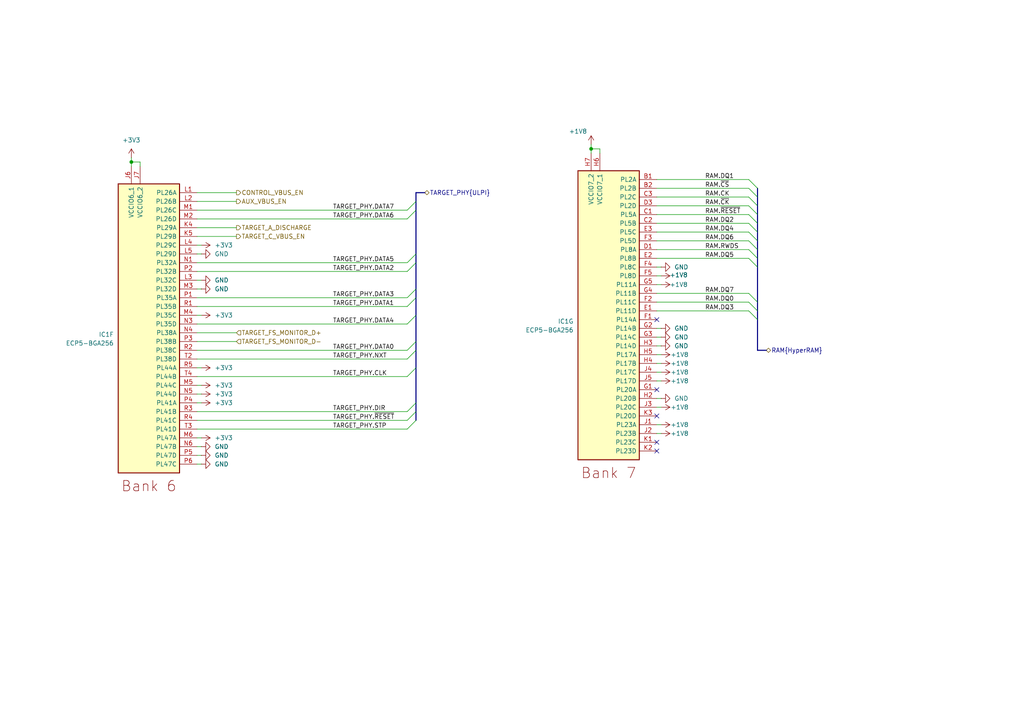
<source format=kicad_sch>
(kicad_sch
	(version 20231120)
	(generator "eeschema")
	(generator_version "8.0")
	(uuid "817e7746-4806-4849-bb5d-a339c82e50bc")
	(paper "A4")
	(title_block
		(title "${TITLE}")
		(date "${DATE}")
		(rev "${VERSION}")
		(company "${COPYRIGHT}")
		(comment 1 "${LICENSE}")
	)
	(lib_symbols
		(symbol "fpgas_and_processors:ECP5-BGA256"
			(pin_names
				(offset 0.762)
			)
			(exclude_from_sim no)
			(in_bom yes)
			(on_board yes)
			(property "Reference" "IC"
				(at 1.27 45.72 0)
				(effects
					(font
						(size 1.27 1.27)
					)
					(justify left)
				)
			)
			(property "Value" "ECP5-BGA256"
				(at 1.27 43.18 0)
				(effects
					(font
						(size 1.27 1.27)
					)
					(justify left)
				)
			)
			(property "Footprint" "BGA256C80P16X16_1400X1400X170"
				(at -81.28 87.63 0)
				(effects
					(font
						(size 1.27 1.27)
					)
					(justify left)
					(hide yes)
				)
			)
			(property "Datasheet" ""
				(at -92.71 111.76 0)
				(effects
					(font
						(size 1.27 1.27)
					)
					(justify left)
					(hide yes)
				)
			)
			(property "Description" "FPGA - Field Programmable Gate Array ECP5; 12k LUTs; 1.1V"
				(at -92.71 109.22 0)
				(effects
					(font
						(size 1.27 1.27)
					)
					(justify left)
					(hide yes)
				)
			)
			(property "Manufacturer" "Lattice"
				(at -91.44 133.35 0)
				(effects
					(font
						(size 1.27 1.27)
					)
					(justify left)
					(hide yes)
				)
			)
			(property "Part Number" "LFE5U-12F-6BG256C"
				(at -91.44 130.81 0)
				(effects
					(font
						(size 1.27 1.27)
					)
					(justify left)
					(hide yes)
				)
			)
			(property "ki_locked" ""
				(at 0 0 0)
				(effects
					(font
						(size 1.27 1.27)
					)
				)
			)
			(symbol "ECP5-BGA256_1_0"
				(rectangle
					(start -13.97 35.56)
					(end 13.97 -35.56)
					(stroke
						(width 0.3048)
						(type default)
					)
					(fill
						(type background)
					)
				)
			)
			(symbol "ECP5-BGA256_1_1"
				(text "FPGA Supplies"
					(at 0 -39.37 0)
					(effects
						(font
							(size 2.9972 2.9972)
						)
					)
				)
				(pin power_in line
					(at 19.05 33.02 180)
					(length 5.08)
					(name "GND_1"
						(effects
							(font
								(size 1.27 1.27)
							)
						)
					)
					(number "A1"
						(effects
							(font
								(size 1.27 1.27)
							)
						)
					)
				)
				(pin power_in line
					(at 19.05 30.48 180)
					(length 5.08)
					(name "GND_2"
						(effects
							(font
								(size 1.27 1.27)
							)
						)
					)
					(number "A16"
						(effects
							(font
								(size 1.27 1.27)
							)
						)
					)
				)
				(pin power_in line
					(at 19.05 25.4 180)
					(length 5.08)
					(name "GND_4"
						(effects
							(font
								(size 1.27 1.27)
							)
						)
					)
					(number "D15"
						(effects
							(font
								(size 1.27 1.27)
							)
						)
					)
				)
				(pin power_in line
					(at 19.05 27.94 180)
					(length 5.08)
					(name "GND_3"
						(effects
							(font
								(size 1.27 1.27)
							)
						)
					)
					(number "D2"
						(effects
							(font
								(size 1.27 1.27)
							)
						)
					)
				)
				(pin power_in line
					(at 19.05 22.86 180)
					(length 5.08)
					(name "GND_5"
						(effects
							(font
								(size 1.27 1.27)
							)
						)
					)
					(number "F8"
						(effects
							(font
								(size 1.27 1.27)
							)
						)
					)
				)
				(pin power_in line
					(at 19.05 20.32 180)
					(length 5.08)
					(name "GND_6"
						(effects
							(font
								(size 1.27 1.27)
							)
						)
					)
					(number "F9"
						(effects
							(font
								(size 1.27 1.27)
							)
						)
					)
				)
				(pin power_in line
					(at 19.05 15.24 180)
					(length 5.08)
					(name "GND_8"
						(effects
							(font
								(size 1.27 1.27)
							)
						)
					)
					(number "G10"
						(effects
							(font
								(size 1.27 1.27)
							)
						)
					)
				)
				(pin power_in line
					(at -19.05 -30.48 0)
					(length 5.08)
					(name "VCCAUX_1"
						(effects
							(font
								(size 1.27 1.27)
							)
						)
					)
					(number "G11"
						(effects
							(font
								(size 1.27 1.27)
							)
						)
					)
				)
				(pin power_in line
					(at -19.05 33.02 0)
					(length 5.08)
					(name "VCC_1"
						(effects
							(font
								(size 1.27 1.27)
							)
						)
					)
					(number "G6"
						(effects
							(font
								(size 1.27 1.27)
							)
						)
					)
				)
				(pin power_in line
					(at -19.05 30.48 0)
					(length 5.08)
					(name "VCC_2"
						(effects
							(font
								(size 1.27 1.27)
							)
						)
					)
					(number "G7"
						(effects
							(font
								(size 1.27 1.27)
							)
						)
					)
				)
				(pin power_in line
					(at 19.05 17.78 180)
					(length 5.08)
					(name "GND_7"
						(effects
							(font
								(size 1.27 1.27)
							)
						)
					)
					(number "G8"
						(effects
							(font
								(size 1.27 1.27)
							)
						)
					)
				)
				(pin power_in line
					(at -19.05 27.94 0)
					(length 5.08)
					(name "VCC_3"
						(effects
							(font
								(size 1.27 1.27)
							)
						)
					)
					(number "G9"
						(effects
							(font
								(size 1.27 1.27)
							)
						)
					)
				)
				(pin power_in line
					(at 19.05 12.7 180)
					(length 5.08)
					(name "GND_9"
						(effects
							(font
								(size 1.27 1.27)
							)
						)
					)
					(number "H1"
						(effects
							(font
								(size 1.27 1.27)
							)
						)
					)
				)
				(pin power_in line
					(at 19.05 5.08 180)
					(length 5.08)
					(name "GND_12"
						(effects
							(font
								(size 1.27 1.27)
							)
						)
					)
					(number "H10"
						(effects
							(font
								(size 1.27 1.27)
							)
						)
					)
				)
				(pin power_in line
					(at 19.05 2.54 180)
					(length 5.08)
					(name "GND_13"
						(effects
							(font
								(size 1.27 1.27)
							)
						)
					)
					(number "H16"
						(effects
							(font
								(size 1.27 1.27)
							)
						)
					)
				)
				(pin power_in line
					(at 19.05 10.16 180)
					(length 5.08)
					(name "GND_10"
						(effects
							(font
								(size 1.27 1.27)
							)
						)
					)
					(number "H8"
						(effects
							(font
								(size 1.27 1.27)
							)
						)
					)
				)
				(pin power_in line
					(at 19.05 7.62 180)
					(length 5.08)
					(name "GND_11"
						(effects
							(font
								(size 1.27 1.27)
							)
						)
					)
					(number "H9"
						(effects
							(font
								(size 1.27 1.27)
							)
						)
					)
				)
				(pin power_in line
					(at 19.05 -5.08 180)
					(length 5.08)
					(name "GND_16"
						(effects
							(font
								(size 1.27 1.27)
							)
						)
					)
					(number "J10"
						(effects
							(font
								(size 1.27 1.27)
							)
						)
					)
				)
				(pin power_in line
					(at 19.05 0 180)
					(length 5.08)
					(name "GND_14"
						(effects
							(font
								(size 1.27 1.27)
							)
						)
					)
					(number "J8"
						(effects
							(font
								(size 1.27 1.27)
							)
						)
					)
				)
				(pin power_in line
					(at 19.05 -2.54 180)
					(length 5.08)
					(name "GND_15"
						(effects
							(font
								(size 1.27 1.27)
							)
						)
					)
					(number "J9"
						(effects
							(font
								(size 1.27 1.27)
							)
						)
					)
				)
				(pin power_in line
					(at 19.05 -17.78 180)
					(length 5.08)
					(name "GND_21"
						(effects
							(font
								(size 1.27 1.27)
							)
						)
					)
					(number "K10"
						(effects
							(font
								(size 1.27 1.27)
							)
						)
					)
				)
				(pin power_in line
					(at 19.05 -7.62 180)
					(length 5.08)
					(name "GND_17"
						(effects
							(font
								(size 1.27 1.27)
							)
						)
					)
					(number "K6"
						(effects
							(font
								(size 1.27 1.27)
							)
						)
					)
				)
				(pin power_in line
					(at 19.05 -10.16 180)
					(length 5.08)
					(name "GND_18"
						(effects
							(font
								(size 1.27 1.27)
							)
						)
					)
					(number "K7"
						(effects
							(font
								(size 1.27 1.27)
							)
						)
					)
				)
				(pin power_in line
					(at 19.05 -12.7 180)
					(length 5.08)
					(name "GND_19"
						(effects
							(font
								(size 1.27 1.27)
							)
						)
					)
					(number "K8"
						(effects
							(font
								(size 1.27 1.27)
							)
						)
					)
				)
				(pin power_in line
					(at 19.05 -15.24 180)
					(length 5.08)
					(name "GND_20"
						(effects
							(font
								(size 1.27 1.27)
							)
						)
					)
					(number "K9"
						(effects
							(font
								(size 1.27 1.27)
							)
						)
					)
				)
				(pin power_in line
					(at -19.05 20.32 0)
					(length 5.08)
					(name "VCC_6"
						(effects
							(font
								(size 1.27 1.27)
							)
						)
					)
					(number "L10"
						(effects
							(font
								(size 1.27 1.27)
							)
						)
					)
				)
				(pin power_in line
					(at -19.05 -33.02 0)
					(length 5.08)
					(name "VCCAUX_2"
						(effects
							(font
								(size 1.27 1.27)
							)
						)
					)
					(number "L7"
						(effects
							(font
								(size 1.27 1.27)
							)
						)
					)
				)
				(pin power_in line
					(at -19.05 25.4 0)
					(length 5.08)
					(name "VCC_4"
						(effects
							(font
								(size 1.27 1.27)
							)
						)
					)
					(number "L8"
						(effects
							(font
								(size 1.27 1.27)
							)
						)
					)
				)
				(pin power_in line
					(at -19.05 22.86 0)
					(length 5.08)
					(name "VCC_5"
						(effects
							(font
								(size 1.27 1.27)
							)
						)
					)
					(number "L9"
						(effects
							(font
								(size 1.27 1.27)
							)
						)
					)
				)
				(pin power_in line
					(at 19.05 -22.86 180)
					(length 5.08)
					(name "GND_23"
						(effects
							(font
								(size 1.27 1.27)
							)
						)
					)
					(number "N15"
						(effects
							(font
								(size 1.27 1.27)
							)
						)
					)
				)
				(pin power_in line
					(at 19.05 -20.32 180)
					(length 5.08)
					(name "GND_22"
						(effects
							(font
								(size 1.27 1.27)
							)
						)
					)
					(number "N2"
						(effects
							(font
								(size 1.27 1.27)
							)
						)
					)
				)
				(pin power_in line
					(at 19.05 -25.4 180)
					(length 5.08)
					(name "GND_24"
						(effects
							(font
								(size 1.27 1.27)
							)
						)
					)
					(number "T1"
						(effects
							(font
								(size 1.27 1.27)
							)
						)
					)
				)
				(pin power_in line
					(at 19.05 -30.48 180)
					(length 5.08)
					(name "GND_26"
						(effects
							(font
								(size 1.27 1.27)
							)
						)
					)
					(number "T12"
						(effects
							(font
								(size 1.27 1.27)
							)
						)
					)
				)
				(pin power_in line
					(at 19.05 -33.02 180)
					(length 5.08)
					(name "GND_27"
						(effects
							(font
								(size 1.27 1.27)
							)
						)
					)
					(number "T16"
						(effects
							(font
								(size 1.27 1.27)
							)
						)
					)
				)
				(pin power_in line
					(at 19.05 -27.94 180)
					(length 5.08)
					(name "GND_25"
						(effects
							(font
								(size 1.27 1.27)
							)
						)
					)
					(number "T5"
						(effects
							(font
								(size 1.27 1.27)
							)
						)
					)
				)
			)
			(symbol "ECP5-BGA256_2_1"
				(rectangle
					(start -8.89 31.75)
					(end 8.89 -31.75)
					(stroke
						(width 0.3048)
						(type default)
					)
					(fill
						(type background)
					)
				)
				(text "Bank 0"
					(at 0 -35.56 0)
					(effects
						(font
							(size 2.9972 2.9972)
						)
					)
				)
				(pin bidirectional line
					(at 13.97 29.21 180)
					(length 5.08)
					(name "PT4A"
						(effects
							(font
								(size 1.27 1.27)
							)
						)
					)
					(number "A2"
						(effects
							(font
								(size 1.27 1.27)
							)
						)
					)
				)
				(pin bidirectional line
					(at 13.97 24.13 180)
					(length 5.08)
					(name "PT6A"
						(effects
							(font
								(size 1.27 1.27)
							)
						)
					)
					(number "A3"
						(effects
							(font
								(size 1.27 1.27)
							)
						)
					)
				)
				(pin bidirectional line
					(at 13.97 21.59 180)
					(length 5.08)
					(name "PT6B"
						(effects
							(font
								(size 1.27 1.27)
							)
						)
					)
					(number "A4"
						(effects
							(font
								(size 1.27 1.27)
							)
						)
					)
				)
				(pin bidirectional line
					(at 13.97 -1.27 180)
					(length 5.08)
					(name "PT18A"
						(effects
							(font
								(size 1.27 1.27)
							)
						)
					)
					(number "A5"
						(effects
							(font
								(size 1.27 1.27)
							)
						)
					)
				)
				(pin bidirectional line
					(at 13.97 -3.81 180)
					(length 5.08)
					(name "PT18B"
						(effects
							(font
								(size 1.27 1.27)
							)
						)
					)
					(number "A6"
						(effects
							(font
								(size 1.27 1.27)
							)
						)
					)
				)
				(pin bidirectional line
					(at 13.97 -26.67 180)
					(length 5.08)
					(name "PT29A"
						(effects
							(font
								(size 1.27 1.27)
							)
						)
					)
					(number "A7"
						(effects
							(font
								(size 1.27 1.27)
							)
						)
					)
				)
				(pin bidirectional line
					(at 13.97 -29.21 180)
					(length 5.08)
					(name "PT29B"
						(effects
							(font
								(size 1.27 1.27)
							)
						)
					)
					(number "A8"
						(effects
							(font
								(size 1.27 1.27)
							)
						)
					)
				)
				(pin bidirectional line
					(at 13.97 26.67 180)
					(length 5.08)
					(name "PT4B"
						(effects
							(font
								(size 1.27 1.27)
							)
						)
					)
					(number "B3"
						(effects
							(font
								(size 1.27 1.27)
							)
						)
					)
				)
				(pin bidirectional line
					(at 13.97 11.43 180)
					(length 5.08)
					(name "PT11B"
						(effects
							(font
								(size 1.27 1.27)
							)
						)
					)
					(number "B4"
						(effects
							(font
								(size 1.27 1.27)
							)
						)
					)
				)
				(pin bidirectional line
					(at 13.97 1.27 180)
					(length 5.08)
					(name "PT15B"
						(effects
							(font
								(size 1.27 1.27)
							)
						)
					)
					(number "B5"
						(effects
							(font
								(size 1.27 1.27)
							)
						)
					)
				)
				(pin bidirectional line
					(at 13.97 -13.97 180)
					(length 5.08)
					(name "PT22B"
						(effects
							(font
								(size 1.27 1.27)
							)
						)
					)
					(number "B6"
						(effects
							(font
								(size 1.27 1.27)
							)
						)
					)
				)
				(pin bidirectional line
					(at 13.97 -24.13 180)
					(length 5.08)
					(name "PT27B"
						(effects
							(font
								(size 1.27 1.27)
							)
						)
					)
					(number "B7"
						(effects
							(font
								(size 1.27 1.27)
							)
						)
					)
				)
				(pin bidirectional line
					(at 13.97 13.97 180)
					(length 5.08)
					(name "PT11A"
						(effects
							(font
								(size 1.27 1.27)
							)
						)
					)
					(number "C4"
						(effects
							(font
								(size 1.27 1.27)
							)
						)
					)
				)
				(pin bidirectional line
					(at 13.97 3.81 180)
					(length 5.08)
					(name "PT15A"
						(effects
							(font
								(size 1.27 1.27)
							)
						)
					)
					(number "C5"
						(effects
							(font
								(size 1.27 1.27)
							)
						)
					)
				)
				(pin bidirectional line
					(at 13.97 -11.43 180)
					(length 5.08)
					(name "PT22A"
						(effects
							(font
								(size 1.27 1.27)
							)
						)
					)
					(number "C6"
						(effects
							(font
								(size 1.27 1.27)
							)
						)
					)
				)
				(pin bidirectional line
					(at 13.97 -21.59 180)
					(length 5.08)
					(name "PT27A"
						(effects
							(font
								(size 1.27 1.27)
							)
						)
					)
					(number "C7"
						(effects
							(font
								(size 1.27 1.27)
							)
						)
					)
				)
				(pin bidirectional line
					(at 13.97 16.51 180)
					(length 5.08)
					(name "PT9B"
						(effects
							(font
								(size 1.27 1.27)
							)
						)
					)
					(number "D4"
						(effects
							(font
								(size 1.27 1.27)
							)
						)
					)
				)
				(pin bidirectional line
					(at 13.97 6.35 180)
					(length 5.08)
					(name "PT13B"
						(effects
							(font
								(size 1.27 1.27)
							)
						)
					)
					(number "D5"
						(effects
							(font
								(size 1.27 1.27)
							)
						)
					)
				)
				(pin bidirectional line
					(at 13.97 -8.89 180)
					(length 5.08)
					(name "PT20B"
						(effects
							(font
								(size 1.27 1.27)
							)
						)
					)
					(number "D6"
						(effects
							(font
								(size 1.27 1.27)
							)
						)
					)
				)
				(pin bidirectional line
					(at 13.97 -19.05 180)
					(length 5.08)
					(name "PT24B"
						(effects
							(font
								(size 1.27 1.27)
							)
						)
					)
					(number "D7"
						(effects
							(font
								(size 1.27 1.27)
							)
						)
					)
				)
				(pin bidirectional line
					(at 13.97 19.05 180)
					(length 5.08)
					(name "PT9A"
						(effects
							(font
								(size 1.27 1.27)
							)
						)
					)
					(number "E4"
						(effects
							(font
								(size 1.27 1.27)
							)
						)
					)
				)
				(pin bidirectional line
					(at 13.97 8.89 180)
					(length 5.08)
					(name "PT13A"
						(effects
							(font
								(size 1.27 1.27)
							)
						)
					)
					(number "E5"
						(effects
							(font
								(size 1.27 1.27)
							)
						)
					)
				)
				(pin bidirectional line
					(at 13.97 -6.35 180)
					(length 5.08)
					(name "PT20A"
						(effects
							(font
								(size 1.27 1.27)
							)
						)
					)
					(number "E6"
						(effects
							(font
								(size 1.27 1.27)
							)
						)
					)
				)
				(pin bidirectional line
					(at 13.97 -16.51 180)
					(length 5.08)
					(name "PT24A"
						(effects
							(font
								(size 1.27 1.27)
							)
						)
					)
					(number "E7"
						(effects
							(font
								(size 1.27 1.27)
							)
						)
					)
				)
				(pin power_in line
					(at -2.54 36.83 270)
					(length 5.08)
					(name "VCCIO0_1"
						(effects
							(font
								(size 1.27 1.27)
							)
						)
					)
					(number "F6"
						(effects
							(font
								(size 1.27 1.27)
							)
						)
					)
				)
				(pin power_in line
					(at -5.08 36.83 270)
					(length 5.08)
					(name "VCCIO0_2"
						(effects
							(font
								(size 1.27 1.27)
							)
						)
					)
					(number "F7"
						(effects
							(font
								(size 1.27 1.27)
							)
						)
					)
				)
			)
			(symbol "ECP5-BGA256_3_0"
				(rectangle
					(start -8.89 41.91)
					(end 8.89 -41.91)
					(stroke
						(width 0.3048)
						(type default)
					)
					(fill
						(type background)
					)
				)
			)
			(symbol "ECP5-BGA256_3_1"
				(text "Bank 1"
					(at 0 -45.72 0)
					(effects
						(font
							(size 2.9972 2.9972)
						)
					)
				)
				(pin bidirectional line
					(at 13.97 16.51 180)
					(length 5.08)
					(name "PT42B"
						(effects
							(font
								(size 1.27 1.27)
							)
						)
					)
					(number "A10"
						(effects
							(font
								(size 1.27 1.27)
							)
						)
					)
				)
				(pin bidirectional line
					(at 13.97 -6.35 180)
					(length 5.08)
					(name "PT53A"
						(effects
							(font
								(size 1.27 1.27)
							)
						)
					)
					(number "A11"
						(effects
							(font
								(size 1.27 1.27)
							)
						)
					)
				)
				(pin bidirectional line
					(at 13.97 -8.89 180)
					(length 5.08)
					(name "PT53B"
						(effects
							(font
								(size 1.27 1.27)
							)
						)
					)
					(number "A12"
						(effects
							(font
								(size 1.27 1.27)
							)
						)
					)
				)
				(pin bidirectional line
					(at 13.97 -31.75 180)
					(length 5.08)
					(name "PT65A"
						(effects
							(font
								(size 1.27 1.27)
							)
						)
					)
					(number "A13"
						(effects
							(font
								(size 1.27 1.27)
							)
						)
					)
				)
				(pin bidirectional line
					(at 13.97 -34.29 180)
					(length 5.08)
					(name "PT65B"
						(effects
							(font
								(size 1.27 1.27)
							)
						)
					)
					(number "A14"
						(effects
							(font
								(size 1.27 1.27)
							)
						)
					)
				)
				(pin bidirectional line
					(at 13.97 -39.37 180)
					(length 5.08)
					(name "PT67B"
						(effects
							(font
								(size 1.27 1.27)
							)
						)
					)
					(number "A15"
						(effects
							(font
								(size 1.27 1.27)
							)
						)
					)
				)
				(pin bidirectional line
					(at 13.97 19.05 180)
					(length 5.08)
					(name "PT42A"
						(effects
							(font
								(size 1.27 1.27)
							)
						)
					)
					(number "A9"
						(effects
							(font
								(size 1.27 1.27)
							)
						)
					)
				)
				(pin bidirectional line
					(at 13.97 13.97 180)
					(length 5.08)
					(name "PT44A"
						(effects
							(font
								(size 1.27 1.27)
							)
						)
					)
					(number "B10"
						(effects
							(font
								(size 1.27 1.27)
							)
						)
					)
				)
				(pin bidirectional line
					(at 13.97 3.81 180)
					(length 5.08)
					(name "PT49A"
						(effects
							(font
								(size 1.27 1.27)
							)
						)
					)
					(number "B11"
						(effects
							(font
								(size 1.27 1.27)
							)
						)
					)
				)
				(pin bidirectional line
					(at 13.97 -11.43 180)
					(length 5.08)
					(name "PT56A"
						(effects
							(font
								(size 1.27 1.27)
							)
						)
					)
					(number "B12"
						(effects
							(font
								(size 1.27 1.27)
							)
						)
					)
				)
				(pin bidirectional line
					(at 13.97 -21.59 180)
					(length 5.08)
					(name "PT60A"
						(effects
							(font
								(size 1.27 1.27)
							)
						)
					)
					(number "B13"
						(effects
							(font
								(size 1.27 1.27)
							)
						)
					)
				)
				(pin bidirectional line
					(at 13.97 -36.83 180)
					(length 5.08)
					(name "PT67A"
						(effects
							(font
								(size 1.27 1.27)
							)
						)
					)
					(number "B14"
						(effects
							(font
								(size 1.27 1.27)
							)
						)
					)
				)
				(pin bidirectional line
					(at 13.97 31.75 180)
					(length 5.08)
					(name "PT35B"
						(effects
							(font
								(size 1.27 1.27)
							)
						)
					)
					(number "B8"
						(effects
							(font
								(size 1.27 1.27)
							)
						)
					)
				)
				(pin bidirectional line
					(at 13.97 29.21 180)
					(length 5.08)
					(name "PT38A"
						(effects
							(font
								(size 1.27 1.27)
							)
						)
					)
					(number "B9"
						(effects
							(font
								(size 1.27 1.27)
							)
						)
					)
				)
				(pin bidirectional line
					(at 13.97 11.43 180)
					(length 5.08)
					(name "PT44B"
						(effects
							(font
								(size 1.27 1.27)
							)
						)
					)
					(number "C10"
						(effects
							(font
								(size 1.27 1.27)
							)
						)
					)
				)
				(pin bidirectional line
					(at 13.97 1.27 180)
					(length 5.08)
					(name "PT49B"
						(effects
							(font
								(size 1.27 1.27)
							)
						)
					)
					(number "C11"
						(effects
							(font
								(size 1.27 1.27)
							)
						)
					)
				)
				(pin bidirectional line
					(at 13.97 -13.97 180)
					(length 5.08)
					(name "PT56B"
						(effects
							(font
								(size 1.27 1.27)
							)
						)
					)
					(number "C12"
						(effects
							(font
								(size 1.27 1.27)
							)
						)
					)
				)
				(pin bidirectional line
					(at 13.97 -24.13 180)
					(length 5.08)
					(name "PT60B"
						(effects
							(font
								(size 1.27 1.27)
							)
						)
					)
					(number "C13"
						(effects
							(font
								(size 1.27 1.27)
							)
						)
					)
				)
				(pin bidirectional line
					(at 13.97 34.29 180)
					(length 5.08)
					(name "PT35A"
						(effects
							(font
								(size 1.27 1.27)
							)
						)
					)
					(number "C8"
						(effects
							(font
								(size 1.27 1.27)
							)
						)
					)
				)
				(pin bidirectional line
					(at 13.97 26.67 180)
					(length 5.08)
					(name "PT38B"
						(effects
							(font
								(size 1.27 1.27)
							)
						)
					)
					(number "C9"
						(effects
							(font
								(size 1.27 1.27)
							)
						)
					)
				)
				(pin bidirectional line
					(at 13.97 8.89 180)
					(length 5.08)
					(name "PT47A"
						(effects
							(font
								(size 1.27 1.27)
							)
						)
					)
					(number "D10"
						(effects
							(font
								(size 1.27 1.27)
							)
						)
					)
				)
				(pin bidirectional line
					(at 13.97 -1.27 180)
					(length 5.08)
					(name "PT51A"
						(effects
							(font
								(size 1.27 1.27)
							)
						)
					)
					(number "D11"
						(effects
							(font
								(size 1.27 1.27)
							)
						)
					)
				)
				(pin bidirectional line
					(at 13.97 -16.51 180)
					(length 5.08)
					(name "PT58A"
						(effects
							(font
								(size 1.27 1.27)
							)
						)
					)
					(number "D12"
						(effects
							(font
								(size 1.27 1.27)
							)
						)
					)
				)
				(pin bidirectional line
					(at 13.97 -26.67 180)
					(length 5.08)
					(name "PT62A"
						(effects
							(font
								(size 1.27 1.27)
							)
						)
					)
					(number "D13"
						(effects
							(font
								(size 1.27 1.27)
							)
						)
					)
				)
				(pin bidirectional line
					(at 13.97 36.83 180)
					(length 5.08)
					(name "PT33B"
						(effects
							(font
								(size 1.27 1.27)
							)
						)
					)
					(number "D8"
						(effects
							(font
								(size 1.27 1.27)
							)
						)
					)
				)
				(pin bidirectional line
					(at 13.97 24.13 180)
					(length 5.08)
					(name "PT40A"
						(effects
							(font
								(size 1.27 1.27)
							)
						)
					)
					(number "D9"
						(effects
							(font
								(size 1.27 1.27)
							)
						)
					)
				)
				(pin bidirectional line
					(at 13.97 6.35 180)
					(length 5.08)
					(name "PT47B"
						(effects
							(font
								(size 1.27 1.27)
							)
						)
					)
					(number "E10"
						(effects
							(font
								(size 1.27 1.27)
							)
						)
					)
				)
				(pin bidirectional line
					(at 13.97 -3.81 180)
					(length 5.08)
					(name "PT51B"
						(effects
							(font
								(size 1.27 1.27)
							)
						)
					)
					(number "E11"
						(effects
							(font
								(size 1.27 1.27)
							)
						)
					)
				)
				(pin bidirectional line
					(at 13.97 -19.05 180)
					(length 5.08)
					(name "PT58B"
						(effects
							(font
								(size 1.27 1.27)
							)
						)
					)
					(number "E12"
						(effects
							(font
								(size 1.27 1.27)
							)
						)
					)
				)
				(pin bidirectional line
					(at 13.97 -29.21 180)
					(length 5.08)
					(name "PT62B"
						(effects
							(font
								(size 1.27 1.27)
							)
						)
					)
					(number "E13"
						(effects
							(font
								(size 1.27 1.27)
							)
						)
					)
				)
				(pin bidirectional line
					(at 13.97 39.37 180)
					(length 5.08)
					(name "PT33A"
						(effects
							(font
								(size 1.27 1.27)
							)
						)
					)
					(number "E8"
						(effects
							(font
								(size 1.27 1.27)
							)
						)
					)
				)
				(pin bidirectional line
					(at 13.97 21.59 180)
					(length 5.08)
					(name "PT40B"
						(effects
							(font
								(size 1.27 1.27)
							)
						)
					)
					(number "E9"
						(effects
							(font
								(size 1.27 1.27)
							)
						)
					)
				)
				(pin power_in line
					(at -2.54 46.99 270)
					(length 5.08)
					(name "VCCIO1_1"
						(effects
							(font
								(size 1.27 1.27)
							)
						)
					)
					(number "F10"
						(effects
							(font
								(size 1.27 1.27)
							)
						)
					)
				)
				(pin power_in line
					(at -5.08 46.99 270)
					(length 5.08)
					(name "VCCIO1_2"
						(effects
							(font
								(size 1.27 1.27)
							)
						)
					)
					(number "F11"
						(effects
							(font
								(size 1.27 1.27)
							)
						)
					)
				)
			)
			(symbol "ECP5-BGA256_4_1"
				(rectangle
					(start -8.89 41.91)
					(end 8.89 -41.91)
					(stroke
						(width 0.3048)
						(type default)
					)
					(fill
						(type background)
					)
				)
				(text "Bank 2"
					(at 0 -45.72 0)
					(effects
						(font
							(size 2.9972 2.9972)
						)
					)
				)
				(pin bidirectional line
					(at 13.97 36.83 180)
					(length 5.08)
					(name "PR2B"
						(effects
							(font
								(size 1.27 1.27)
							)
						)
					)
					(number "B15"
						(effects
							(font
								(size 1.27 1.27)
							)
						)
					)
				)
				(pin bidirectional line
					(at 13.97 39.37 180)
					(length 5.08)
					(name "PR2A"
						(effects
							(font
								(size 1.27 1.27)
							)
						)
					)
					(number "B16"
						(effects
							(font
								(size 1.27 1.27)
							)
						)
					)
				)
				(pin bidirectional line
					(at 13.97 34.29 180)
					(length 5.08)
					(name "PR2C"
						(effects
							(font
								(size 1.27 1.27)
							)
						)
					)
					(number "C14"
						(effects
							(font
								(size 1.27 1.27)
							)
						)
					)
				)
				(pin bidirectional line
					(at 13.97 26.67 180)
					(length 5.08)
					(name "PR5B"
						(effects
							(font
								(size 1.27 1.27)
							)
						)
					)
					(number "C15"
						(effects
							(font
								(size 1.27 1.27)
							)
						)
					)
				)
				(pin bidirectional line
					(at 13.97 29.21 180)
					(length 5.08)
					(name "PR5A"
						(effects
							(font
								(size 1.27 1.27)
							)
						)
					)
					(number "C16"
						(effects
							(font
								(size 1.27 1.27)
							)
						)
					)
				)
				(pin bidirectional line
					(at 13.97 31.75 180)
					(length 5.08)
					(name "PR2D"
						(effects
							(font
								(size 1.27 1.27)
							)
						)
					)
					(number "D14"
						(effects
							(font
								(size 1.27 1.27)
							)
						)
					)
				)
				(pin bidirectional line
					(at 13.97 19.05 180)
					(length 5.08)
					(name "PR8A"
						(effects
							(font
								(size 1.27 1.27)
							)
						)
					)
					(number "D16"
						(effects
							(font
								(size 1.27 1.27)
							)
						)
					)
				)
				(pin bidirectional line
					(at 13.97 24.13 180)
					(length 5.08)
					(name "PR5C"
						(effects
							(font
								(size 1.27 1.27)
							)
						)
					)
					(number "E14"
						(effects
							(font
								(size 1.27 1.27)
							)
						)
					)
				)
				(pin bidirectional line
					(at 13.97 16.51 180)
					(length 5.08)
					(name "PR8B"
						(effects
							(font
								(size 1.27 1.27)
							)
						)
					)
					(number "E15"
						(effects
							(font
								(size 1.27 1.27)
							)
						)
					)
				)
				(pin bidirectional line
					(at 13.97 1.27 180)
					(length 5.08)
					(name "PR11D"
						(effects
							(font
								(size 1.27 1.27)
							)
						)
					)
					(number "E16"
						(effects
							(font
								(size 1.27 1.27)
							)
						)
					)
				)
				(pin bidirectional line
					(at 13.97 11.43 180)
					(length 5.08)
					(name "PR8D"
						(effects
							(font
								(size 1.27 1.27)
							)
						)
					)
					(number "F12"
						(effects
							(font
								(size 1.27 1.27)
							)
						)
					)
				)
				(pin bidirectional line
					(at 13.97 13.97 180)
					(length 5.08)
					(name "PR8C"
						(effects
							(font
								(size 1.27 1.27)
							)
						)
					)
					(number "F13"
						(effects
							(font
								(size 1.27 1.27)
							)
						)
					)
				)
				(pin bidirectional line
					(at 13.97 21.59 180)
					(length 5.08)
					(name "PR5D"
						(effects
							(font
								(size 1.27 1.27)
							)
						)
					)
					(number "F14"
						(effects
							(font
								(size 1.27 1.27)
							)
						)
					)
				)
				(pin bidirectional line
					(at 13.97 3.81 180)
					(length 5.08)
					(name "PR11C"
						(effects
							(font
								(size 1.27 1.27)
							)
						)
					)
					(number "F15"
						(effects
							(font
								(size 1.27 1.27)
							)
						)
					)
				)
				(pin bidirectional line
					(at 13.97 -1.27 180)
					(length 5.08)
					(name "PR14A"
						(effects
							(font
								(size 1.27 1.27)
							)
						)
					)
					(number "F16"
						(effects
							(font
								(size 1.27 1.27)
							)
						)
					)
				)
				(pin bidirectional line
					(at 13.97 8.89 180)
					(length 5.08)
					(name "PR11A"
						(effects
							(font
								(size 1.27 1.27)
							)
						)
					)
					(number "G12"
						(effects
							(font
								(size 1.27 1.27)
							)
						)
					)
				)
				(pin bidirectional line
					(at 13.97 6.35 180)
					(length 5.08)
					(name "PR11B"
						(effects
							(font
								(size 1.27 1.27)
							)
						)
					)
					(number "G13"
						(effects
							(font
								(size 1.27 1.27)
							)
						)
					)
				)
				(pin bidirectional line
					(at 13.97 -6.35 180)
					(length 5.08)
					(name "PR14C"
						(effects
							(font
								(size 1.27 1.27)
							)
						)
					)
					(number "G14"
						(effects
							(font
								(size 1.27 1.27)
							)
						)
					)
				)
				(pin bidirectional line
					(at 13.97 -3.81 180)
					(length 5.08)
					(name "PR14B"
						(effects
							(font
								(size 1.27 1.27)
							)
						)
					)
					(number "G15"
						(effects
							(font
								(size 1.27 1.27)
							)
						)
					)
				)
				(pin bidirectional line
					(at 13.97 -21.59 180)
					(length 5.08)
					(name "PR20A"
						(effects
							(font
								(size 1.27 1.27)
							)
						)
					)
					(number "G16"
						(effects
							(font
								(size 1.27 1.27)
							)
						)
					)
				)
				(pin power_in line
					(at -5.08 46.99 270)
					(length 5.08)
					(name "VCCIO2_1"
						(effects
							(font
								(size 1.27 1.27)
							)
						)
					)
					(number "H11"
						(effects
							(font
								(size 1.27 1.27)
							)
						)
					)
				)
				(pin bidirectional line
					(at 13.97 -11.43 180)
					(length 5.08)
					(name "PR17A"
						(effects
							(font
								(size 1.27 1.27)
							)
						)
					)
					(number "H12"
						(effects
							(font
								(size 1.27 1.27)
							)
						)
					)
				)
				(pin bidirectional line
					(at 13.97 -13.97 180)
					(length 5.08)
					(name "PR17B"
						(effects
							(font
								(size 1.27 1.27)
							)
						)
					)
					(number "H13"
						(effects
							(font
								(size 1.27 1.27)
							)
						)
					)
				)
				(pin bidirectional line
					(at 13.97 -8.89 180)
					(length 5.08)
					(name "PR14D"
						(effects
							(font
								(size 1.27 1.27)
							)
						)
					)
					(number "H14"
						(effects
							(font
								(size 1.27 1.27)
							)
						)
					)
				)
				(pin bidirectional line
					(at 13.97 -24.13 180)
					(length 5.08)
					(name "PR20B"
						(effects
							(font
								(size 1.27 1.27)
							)
						)
					)
					(number "H15"
						(effects
							(font
								(size 1.27 1.27)
							)
						)
					)
				)
				(pin power_in line
					(at -2.54 46.99 270)
					(length 5.08)
					(name "VCCIO2_2"
						(effects
							(font
								(size 1.27 1.27)
							)
						)
					)
					(number "J11"
						(effects
							(font
								(size 1.27 1.27)
							)
						)
					)
				)
				(pin bidirectional line
					(at 13.97 -19.05 180)
					(length 5.08)
					(name "PR17D"
						(effects
							(font
								(size 1.27 1.27)
							)
						)
					)
					(number "J12"
						(effects
							(font
								(size 1.27 1.27)
							)
						)
					)
				)
				(pin bidirectional line
					(at 13.97 -16.51 180)
					(length 5.08)
					(name "PR17C"
						(effects
							(font
								(size 1.27 1.27)
							)
						)
					)
					(number "J13"
						(effects
							(font
								(size 1.27 1.27)
							)
						)
					)
				)
				(pin bidirectional line
					(at 13.97 -26.67 180)
					(length 5.08)
					(name "PR20C"
						(effects
							(font
								(size 1.27 1.27)
							)
						)
					)
					(number "J14"
						(effects
							(font
								(size 1.27 1.27)
							)
						)
					)
				)
				(pin bidirectional line
					(at 13.97 -34.29 180)
					(length 5.08)
					(name "PR23B"
						(effects
							(font
								(size 1.27 1.27)
							)
						)
					)
					(number "J15"
						(effects
							(font
								(size 1.27 1.27)
							)
						)
					)
				)
				(pin bidirectional line
					(at 13.97 -31.75 180)
					(length 5.08)
					(name "PR23A"
						(effects
							(font
								(size 1.27 1.27)
							)
						)
					)
					(number "J16"
						(effects
							(font
								(size 1.27 1.27)
							)
						)
					)
				)
				(pin bidirectional line
					(at 13.97 -29.21 180)
					(length 5.08)
					(name "PR20D"
						(effects
							(font
								(size 1.27 1.27)
							)
						)
					)
					(number "K14"
						(effects
							(font
								(size 1.27 1.27)
							)
						)
					)
				)
				(pin bidirectional line
					(at 13.97 -39.37 180)
					(length 5.08)
					(name "PR23D"
						(effects
							(font
								(size 1.27 1.27)
							)
						)
					)
					(number "K15"
						(effects
							(font
								(size 1.27 1.27)
							)
						)
					)
				)
				(pin bidirectional line
					(at 13.97 -36.83 180)
					(length 5.08)
					(name "PR23C"
						(effects
							(font
								(size 1.27 1.27)
							)
						)
					)
					(number "K16"
						(effects
							(font
								(size 1.27 1.27)
							)
						)
					)
				)
			)
			(symbol "ECP5-BGA256_5_0"
				(rectangle
					(start -8.89 41.91)
					(end 8.89 -41.91)
					(stroke
						(width 0.3048)
						(type default)
					)
					(fill
						(type background)
					)
				)
			)
			(symbol "ECP5-BGA256_5_1"
				(text "Bank 3"
					(at 0 -45.72 0)
					(effects
						(font
							(size 2.9972 2.9972)
						)
					)
				)
				(pin power_in line
					(at -5.08 46.99 270)
					(length 5.08)
					(name "VCCIO3_1"
						(effects
							(font
								(size 1.27 1.27)
							)
						)
					)
					(number "K11"
						(effects
							(font
								(size 1.27 1.27)
							)
						)
					)
				)
				(pin bidirectional line
					(at 13.97 26.67 180)
					(length 5.08)
					(name "PR29B"
						(effects
							(font
								(size 1.27 1.27)
							)
						)
					)
					(number "K12"
						(effects
							(font
								(size 1.27 1.27)
							)
						)
					)
				)
				(pin bidirectional line
					(at 13.97 29.21 180)
					(length 5.08)
					(name "PR29A"
						(effects
							(font
								(size 1.27 1.27)
							)
						)
					)
					(number "K13"
						(effects
							(font
								(size 1.27 1.27)
							)
						)
					)
				)
				(pin power_in line
					(at -2.54 46.99 270)
					(length 5.08)
					(name "VCCIO3_2"
						(effects
							(font
								(size 1.27 1.27)
							)
						)
					)
					(number "L11"
						(effects
							(font
								(size 1.27 1.27)
							)
						)
					)
				)
				(pin bidirectional line
					(at 13.97 21.59 180)
					(length 5.08)
					(name "PR29D"
						(effects
							(font
								(size 1.27 1.27)
							)
						)
					)
					(number "L12"
						(effects
							(font
								(size 1.27 1.27)
							)
						)
					)
				)
				(pin bidirectional line
					(at 13.97 24.13 180)
					(length 5.08)
					(name "PR29C"
						(effects
							(font
								(size 1.27 1.27)
							)
						)
					)
					(number "L13"
						(effects
							(font
								(size 1.27 1.27)
							)
						)
					)
				)
				(pin bidirectional line
					(at 13.97 13.97 180)
					(length 5.08)
					(name "PR32C"
						(effects
							(font
								(size 1.27 1.27)
							)
						)
					)
					(number "L14"
						(effects
							(font
								(size 1.27 1.27)
							)
						)
					)
				)
				(pin bidirectional line
					(at 13.97 36.83 180)
					(length 5.08)
					(name "PR26B"
						(effects
							(font
								(size 1.27 1.27)
							)
						)
					)
					(number "L15"
						(effects
							(font
								(size 1.27 1.27)
							)
						)
					)
				)
				(pin bidirectional line
					(at 13.97 39.37 180)
					(length 5.08)
					(name "PR26A"
						(effects
							(font
								(size 1.27 1.27)
							)
						)
					)
					(number "L16"
						(effects
							(font
								(size 1.27 1.27)
							)
						)
					)
				)
				(pin bidirectional line
					(at 13.97 -31.75 180)
					(length 5.08)
					(name "PR47A"
						(effects
							(font
								(size 1.27 1.27)
							)
						)
					)
					(number "M11"
						(effects
							(font
								(size 1.27 1.27)
							)
						)
					)
				)
				(pin bidirectional line
					(at 13.97 -26.67 180)
					(length 5.08)
					(name "PR44C"
						(effects
							(font
								(size 1.27 1.27)
							)
						)
					)
					(number "M12"
						(effects
							(font
								(size 1.27 1.27)
							)
						)
					)
				)
				(pin bidirectional line
					(at 13.97 3.81 180)
					(length 5.08)
					(name "PR35C"
						(effects
							(font
								(size 1.27 1.27)
							)
						)
					)
					(number "M13"
						(effects
							(font
								(size 1.27 1.27)
							)
						)
					)
				)
				(pin bidirectional line
					(at 13.97 11.43 180)
					(length 5.08)
					(name "PR32D"
						(effects
							(font
								(size 1.27 1.27)
							)
						)
					)
					(number "M14"
						(effects
							(font
								(size 1.27 1.27)
							)
						)
					)
				)
				(pin bidirectional line
					(at 13.97 31.75 180)
					(length 5.08)
					(name "PR26D"
						(effects
							(font
								(size 1.27 1.27)
							)
						)
					)
					(number "M15"
						(effects
							(font
								(size 1.27 1.27)
							)
						)
					)
				)
				(pin bidirectional line
					(at 13.97 34.29 180)
					(length 5.08)
					(name "PR26C"
						(effects
							(font
								(size 1.27 1.27)
							)
						)
					)
					(number "M16"
						(effects
							(font
								(size 1.27 1.27)
							)
						)
					)
				)
				(pin bidirectional line
					(at 13.97 -34.29 180)
					(length 5.08)
					(name "PR47B"
						(effects
							(font
								(size 1.27 1.27)
							)
						)
					)
					(number "N11"
						(effects
							(font
								(size 1.27 1.27)
							)
						)
					)
				)
				(pin bidirectional line
					(at 13.97 -29.21 180)
					(length 5.08)
					(name "PR44D"
						(effects
							(font
								(size 1.27 1.27)
							)
						)
					)
					(number "N12"
						(effects
							(font
								(size 1.27 1.27)
							)
						)
					)
				)
				(pin bidirectional line
					(at 13.97 -1.27 180)
					(length 5.08)
					(name "PR38A"
						(effects
							(font
								(size 1.27 1.27)
							)
						)
					)
					(number "N13"
						(effects
							(font
								(size 1.27 1.27)
							)
						)
					)
				)
				(pin bidirectional line
					(at 13.97 1.27 180)
					(length 5.08)
					(name "PR35D"
						(effects
							(font
								(size 1.27 1.27)
							)
						)
					)
					(number "N14"
						(effects
							(font
								(size 1.27 1.27)
							)
						)
					)
				)
				(pin bidirectional line
					(at 13.97 19.05 180)
					(length 5.08)
					(name "PR32A"
						(effects
							(font
								(size 1.27 1.27)
							)
						)
					)
					(number "N16"
						(effects
							(font
								(size 1.27 1.27)
							)
						)
					)
				)
				(pin bidirectional line
					(at 13.97 -36.83 180)
					(length 5.08)
					(name "PR47C"
						(effects
							(font
								(size 1.27 1.27)
							)
						)
					)
					(number "P11"
						(effects
							(font
								(size 1.27 1.27)
							)
						)
					)
				)
				(pin bidirectional line
					(at 13.97 -39.37 180)
					(length 5.08)
					(name "PR47D"
						(effects
							(font
								(size 1.27 1.27)
							)
						)
					)
					(number "P12"
						(effects
							(font
								(size 1.27 1.27)
							)
						)
					)
				)
				(pin bidirectional line
					(at 13.97 -11.43 180)
					(length 5.08)
					(name "PR41A"
						(effects
							(font
								(size 1.27 1.27)
							)
						)
					)
					(number "P13"
						(effects
							(font
								(size 1.27 1.27)
							)
						)
					)
				)
				(pin bidirectional line
					(at 13.97 -3.81 180)
					(length 5.08)
					(name "PR38B"
						(effects
							(font
								(size 1.27 1.27)
							)
						)
					)
					(number "P14"
						(effects
							(font
								(size 1.27 1.27)
							)
						)
					)
				)
				(pin bidirectional line
					(at 13.97 16.51 180)
					(length 5.08)
					(name "PR32B"
						(effects
							(font
								(size 1.27 1.27)
							)
						)
					)
					(number "P15"
						(effects
							(font
								(size 1.27 1.27)
							)
						)
					)
				)
				(pin bidirectional line
					(at 13.97 8.89 180)
					(length 5.08)
					(name "PR35A"
						(effects
							(font
								(size 1.27 1.27)
							)
						)
					)
					(number "P16"
						(effects
							(font
								(size 1.27 1.27)
							)
						)
					)
				)
				(pin bidirectional line
					(at 13.97 -21.59 180)
					(length 5.08)
					(name "PR44A"
						(effects
							(font
								(size 1.27 1.27)
							)
						)
					)
					(number "R12"
						(effects
							(font
								(size 1.27 1.27)
							)
						)
					)
				)
				(pin bidirectional line
					(at 13.97 -16.51 180)
					(length 5.08)
					(name "PR41C"
						(effects
							(font
								(size 1.27 1.27)
							)
						)
					)
					(number "R13"
						(effects
							(font
								(size 1.27 1.27)
							)
						)
					)
				)
				(pin bidirectional line
					(at 13.97 -13.97 180)
					(length 5.08)
					(name "PR41B"
						(effects
							(font
								(size 1.27 1.27)
							)
						)
					)
					(number "R14"
						(effects
							(font
								(size 1.27 1.27)
							)
						)
					)
				)
				(pin bidirectional line
					(at 13.97 -6.35 180)
					(length 5.08)
					(name "PR38C"
						(effects
							(font
								(size 1.27 1.27)
							)
						)
					)
					(number "R15"
						(effects
							(font
								(size 1.27 1.27)
							)
						)
					)
				)
				(pin bidirectional line
					(at 13.97 6.35 180)
					(length 5.08)
					(name "PR35B"
						(effects
							(font
								(size 1.27 1.27)
							)
						)
					)
					(number "R16"
						(effects
							(font
								(size 1.27 1.27)
							)
						)
					)
				)
				(pin bidirectional line
					(at 13.97 -24.13 180)
					(length 5.08)
					(name "PR44B"
						(effects
							(font
								(size 1.27 1.27)
							)
						)
					)
					(number "T13"
						(effects
							(font
								(size 1.27 1.27)
							)
						)
					)
				)
				(pin bidirectional line
					(at 13.97 -19.05 180)
					(length 5.08)
					(name "PR41D"
						(effects
							(font
								(size 1.27 1.27)
							)
						)
					)
					(number "T14"
						(effects
							(font
								(size 1.27 1.27)
							)
						)
					)
				)
				(pin bidirectional line
					(at 13.97 -8.89 180)
					(length 5.08)
					(name "PR38D"
						(effects
							(font
								(size 1.27 1.27)
							)
						)
					)
					(number "T15"
						(effects
							(font
								(size 1.27 1.27)
							)
						)
					)
				)
			)
			(symbol "ECP5-BGA256_6_1"
				(rectangle
					(start -8.89 41.91)
					(end 8.89 -41.91)
					(stroke
						(width 0.3048)
						(type default)
					)
					(fill
						(type background)
					)
				)
				(text "Bank 6"
					(at 0 -45.72 0)
					(effects
						(font
							(size 2.9972 2.9972)
						)
					)
				)
				(pin power_in line
					(at -5.08 46.99 270)
					(length 5.08)
					(name "VCCIO6_1"
						(effects
							(font
								(size 1.27 1.27)
							)
						)
					)
					(number "J6"
						(effects
							(font
								(size 1.27 1.27)
							)
						)
					)
				)
				(pin power_in line
					(at -2.54 46.99 270)
					(length 5.08)
					(name "VCCIO6_2"
						(effects
							(font
								(size 1.27 1.27)
							)
						)
					)
					(number "J7"
						(effects
							(font
								(size 1.27 1.27)
							)
						)
					)
				)
				(pin bidirectional line
					(at 13.97 29.21 180)
					(length 5.08)
					(name "PL29A"
						(effects
							(font
								(size 1.27 1.27)
							)
						)
					)
					(number "K4"
						(effects
							(font
								(size 1.27 1.27)
							)
						)
					)
				)
				(pin bidirectional line
					(at 13.97 26.67 180)
					(length 5.08)
					(name "PL29B"
						(effects
							(font
								(size 1.27 1.27)
							)
						)
					)
					(number "K5"
						(effects
							(font
								(size 1.27 1.27)
							)
						)
					)
				)
				(pin bidirectional line
					(at 13.97 39.37 180)
					(length 5.08)
					(name "PL26A"
						(effects
							(font
								(size 1.27 1.27)
							)
						)
					)
					(number "L1"
						(effects
							(font
								(size 1.27 1.27)
							)
						)
					)
				)
				(pin bidirectional line
					(at 13.97 36.83 180)
					(length 5.08)
					(name "PL26B"
						(effects
							(font
								(size 1.27 1.27)
							)
						)
					)
					(number "L2"
						(effects
							(font
								(size 1.27 1.27)
							)
						)
					)
				)
				(pin bidirectional line
					(at 13.97 13.97 180)
					(length 5.08)
					(name "PL32C"
						(effects
							(font
								(size 1.27 1.27)
							)
						)
					)
					(number "L3"
						(effects
							(font
								(size 1.27 1.27)
							)
						)
					)
				)
				(pin bidirectional line
					(at 13.97 24.13 180)
					(length 5.08)
					(name "PL29C"
						(effects
							(font
								(size 1.27 1.27)
							)
						)
					)
					(number "L4"
						(effects
							(font
								(size 1.27 1.27)
							)
						)
					)
				)
				(pin bidirectional line
					(at 13.97 21.59 180)
					(length 5.08)
					(name "PL29D"
						(effects
							(font
								(size 1.27 1.27)
							)
						)
					)
					(number "L5"
						(effects
							(font
								(size 1.27 1.27)
							)
						)
					)
				)
				(pin bidirectional line
					(at 13.97 34.29 180)
					(length 5.08)
					(name "PL26C"
						(effects
							(font
								(size 1.27 1.27)
							)
						)
					)
					(number "M1"
						(effects
							(font
								(size 1.27 1.27)
							)
						)
					)
				)
				(pin bidirectional line
					(at 13.97 31.75 180)
					(length 5.08)
					(name "PL26D"
						(effects
							(font
								(size 1.27 1.27)
							)
						)
					)
					(number "M2"
						(effects
							(font
								(size 1.27 1.27)
							)
						)
					)
				)
				(pin bidirectional line
					(at 13.97 11.43 180)
					(length 5.08)
					(name "PL32D"
						(effects
							(font
								(size 1.27 1.27)
							)
						)
					)
					(number "M3"
						(effects
							(font
								(size 1.27 1.27)
							)
						)
					)
				)
				(pin bidirectional line
					(at 13.97 3.81 180)
					(length 5.08)
					(name "PL35C"
						(effects
							(font
								(size 1.27 1.27)
							)
						)
					)
					(number "M4"
						(effects
							(font
								(size 1.27 1.27)
							)
						)
					)
				)
				(pin bidirectional line
					(at 13.97 -16.51 180)
					(length 5.08)
					(name "PL44C"
						(effects
							(font
								(size 1.27 1.27)
							)
						)
					)
					(number "M5"
						(effects
							(font
								(size 1.27 1.27)
							)
						)
					)
				)
				(pin bidirectional line
					(at 13.97 -31.75 180)
					(length 5.08)
					(name "PL47A"
						(effects
							(font
								(size 1.27 1.27)
							)
						)
					)
					(number "M6"
						(effects
							(font
								(size 1.27 1.27)
							)
						)
					)
				)
				(pin bidirectional line
					(at 13.97 19.05 180)
					(length 5.08)
					(name "PL32A"
						(effects
							(font
								(size 1.27 1.27)
							)
						)
					)
					(number "N1"
						(effects
							(font
								(size 1.27 1.27)
							)
						)
					)
				)
				(pin bidirectional line
					(at 13.97 1.27 180)
					(length 5.08)
					(name "PL35D"
						(effects
							(font
								(size 1.27 1.27)
							)
						)
					)
					(number "N3"
						(effects
							(font
								(size 1.27 1.27)
							)
						)
					)
				)
				(pin bidirectional line
					(at 13.97 -1.27 180)
					(length 5.08)
					(name "PL38A"
						(effects
							(font
								(size 1.27 1.27)
							)
						)
					)
					(number "N4"
						(effects
							(font
								(size 1.27 1.27)
							)
						)
					)
				)
				(pin bidirectional line
					(at 13.97 -19.05 180)
					(length 5.08)
					(name "PL44D"
						(effects
							(font
								(size 1.27 1.27)
							)
						)
					)
					(number "N5"
						(effects
							(font
								(size 1.27 1.27)
							)
						)
					)
				)
				(pin bidirectional line
					(at 13.97 -34.29 180)
					(length 5.08)
					(name "PL47B"
						(effects
							(font
								(size 1.27 1.27)
							)
						)
					)
					(number "N6"
						(effects
							(font
								(size 1.27 1.27)
							)
						)
					)
				)
				(pin bidirectional line
					(at 13.97 8.89 180)
					(length 5.08)
					(name "PL35A"
						(effects
							(font
								(size 1.27 1.27)
							)
						)
					)
					(number "P1"
						(effects
							(font
								(size 1.27 1.27)
							)
						)
					)
				)
				(pin bidirectional line
					(at 13.97 16.51 180)
					(length 5.08)
					(name "PL32B"
						(effects
							(font
								(size 1.27 1.27)
							)
						)
					)
					(number "P2"
						(effects
							(font
								(size 1.27 1.27)
							)
						)
					)
				)
				(pin bidirectional line
					(at 13.97 -3.81 180)
					(length 5.08)
					(name "PL38B"
						(effects
							(font
								(size 1.27 1.27)
							)
						)
					)
					(number "P3"
						(effects
							(font
								(size 1.27 1.27)
							)
						)
					)
				)
				(pin bidirectional line
					(at 13.97 -21.59 180)
					(length 5.08)
					(name "PL41A"
						(effects
							(font
								(size 1.27 1.27)
							)
						)
					)
					(number "P4"
						(effects
							(font
								(size 1.27 1.27)
							)
						)
					)
				)
				(pin bidirectional line
					(at 13.97 -36.83 180)
					(length 5.08)
					(name "PL47D"
						(effects
							(font
								(size 1.27 1.27)
							)
						)
					)
					(number "P5"
						(effects
							(font
								(size 1.27 1.27)
							)
						)
					)
				)
				(pin bidirectional line
					(at 13.97 -39.37 180)
					(length 5.08)
					(name "PL47C"
						(effects
							(font
								(size 1.27 1.27)
							)
						)
					)
					(number "P6"
						(effects
							(font
								(size 1.27 1.27)
							)
						)
					)
				)
				(pin bidirectional line
					(at 13.97 6.35 180)
					(length 5.08)
					(name "PL35B"
						(effects
							(font
								(size 1.27 1.27)
							)
						)
					)
					(number "R1"
						(effects
							(font
								(size 1.27 1.27)
							)
						)
					)
				)
				(pin bidirectional line
					(at 13.97 -6.35 180)
					(length 5.08)
					(name "PL38C"
						(effects
							(font
								(size 1.27 1.27)
							)
						)
					)
					(number "R2"
						(effects
							(font
								(size 1.27 1.27)
							)
						)
					)
				)
				(pin bidirectional line
					(at 13.97 -24.13 180)
					(length 5.08)
					(name "PL41B"
						(effects
							(font
								(size 1.27 1.27)
							)
						)
					)
					(number "R3"
						(effects
							(font
								(size 1.27 1.27)
							)
						)
					)
				)
				(pin bidirectional line
					(at 13.97 -26.67 180)
					(length 5.08)
					(name "PL41C"
						(effects
							(font
								(size 1.27 1.27)
							)
						)
					)
					(number "R4"
						(effects
							(font
								(size 1.27 1.27)
							)
						)
					)
				)
				(pin bidirectional line
					(at 13.97 -11.43 180)
					(length 5.08)
					(name "PL44A"
						(effects
							(font
								(size 1.27 1.27)
							)
						)
					)
					(number "R5"
						(effects
							(font
								(size 1.27 1.27)
							)
						)
					)
				)
				(pin bidirectional line
					(at 13.97 -8.89 180)
					(length 5.08)
					(name "PL38D"
						(effects
							(font
								(size 1.27 1.27)
							)
						)
					)
					(number "T2"
						(effects
							(font
								(size 1.27 1.27)
							)
						)
					)
				)
				(pin bidirectional line
					(at 13.97 -29.21 180)
					(length 5.08)
					(name "PL41D"
						(effects
							(font
								(size 1.27 1.27)
							)
						)
					)
					(number "T3"
						(effects
							(font
								(size 1.27 1.27)
							)
						)
					)
				)
				(pin bidirectional line
					(at 13.97 -13.97 180)
					(length 5.08)
					(name "PL44B"
						(effects
							(font
								(size 1.27 1.27)
							)
						)
					)
					(number "T4"
						(effects
							(font
								(size 1.27 1.27)
							)
						)
					)
				)
			)
			(symbol "ECP5-BGA256_7_1"
				(rectangle
					(start -8.89 41.91)
					(end 8.89 -41.91)
					(stroke
						(width 0.3048)
						(type default)
					)
					(fill
						(type background)
					)
				)
				(text "Bank 7"
					(at 0 -45.72 0)
					(effects
						(font
							(size 2.9972 2.9972)
						)
					)
				)
				(pin bidirectional line
					(at 13.97 39.37 180)
					(length 5.08)
					(name "PL2A"
						(effects
							(font
								(size 1.27 1.27)
							)
						)
					)
					(number "B1"
						(effects
							(font
								(size 1.27 1.27)
							)
						)
					)
				)
				(pin bidirectional line
					(at 13.97 36.83 180)
					(length 5.08)
					(name "PL2B"
						(effects
							(font
								(size 1.27 1.27)
							)
						)
					)
					(number "B2"
						(effects
							(font
								(size 1.27 1.27)
							)
						)
					)
				)
				(pin bidirectional line
					(at 13.97 29.21 180)
					(length 5.08)
					(name "PL5A"
						(effects
							(font
								(size 1.27 1.27)
							)
						)
					)
					(number "C1"
						(effects
							(font
								(size 1.27 1.27)
							)
						)
					)
				)
				(pin bidirectional line
					(at 13.97 26.67 180)
					(length 5.08)
					(name "PL5B"
						(effects
							(font
								(size 1.27 1.27)
							)
						)
					)
					(number "C2"
						(effects
							(font
								(size 1.27 1.27)
							)
						)
					)
				)
				(pin bidirectional line
					(at 13.97 34.29 180)
					(length 5.08)
					(name "PL2C"
						(effects
							(font
								(size 1.27 1.27)
							)
						)
					)
					(number "C3"
						(effects
							(font
								(size 1.27 1.27)
							)
						)
					)
				)
				(pin bidirectional line
					(at 13.97 19.05 180)
					(length 5.08)
					(name "PL8A"
						(effects
							(font
								(size 1.27 1.27)
							)
						)
					)
					(number "D1"
						(effects
							(font
								(size 1.27 1.27)
							)
						)
					)
				)
				(pin bidirectional line
					(at 13.97 31.75 180)
					(length 5.08)
					(name "PL2D"
						(effects
							(font
								(size 1.27 1.27)
							)
						)
					)
					(number "D3"
						(effects
							(font
								(size 1.27 1.27)
							)
						)
					)
				)
				(pin bidirectional line
					(at 13.97 1.27 180)
					(length 5.08)
					(name "PL11D"
						(effects
							(font
								(size 1.27 1.27)
							)
						)
					)
					(number "E1"
						(effects
							(font
								(size 1.27 1.27)
							)
						)
					)
				)
				(pin bidirectional line
					(at 13.97 16.51 180)
					(length 5.08)
					(name "PL8B"
						(effects
							(font
								(size 1.27 1.27)
							)
						)
					)
					(number "E2"
						(effects
							(font
								(size 1.27 1.27)
							)
						)
					)
				)
				(pin bidirectional line
					(at 13.97 24.13 180)
					(length 5.08)
					(name "PL5C"
						(effects
							(font
								(size 1.27 1.27)
							)
						)
					)
					(number "E3"
						(effects
							(font
								(size 1.27 1.27)
							)
						)
					)
				)
				(pin bidirectional line
					(at 13.97 -1.27 180)
					(length 5.08)
					(name "PL14A"
						(effects
							(font
								(size 1.27 1.27)
							)
						)
					)
					(number "F1"
						(effects
							(font
								(size 1.27 1.27)
							)
						)
					)
				)
				(pin bidirectional line
					(at 13.97 3.81 180)
					(length 5.08)
					(name "PL11C"
						(effects
							(font
								(size 1.27 1.27)
							)
						)
					)
					(number "F2"
						(effects
							(font
								(size 1.27 1.27)
							)
						)
					)
				)
				(pin bidirectional line
					(at 13.97 21.59 180)
					(length 5.08)
					(name "PL5D"
						(effects
							(font
								(size 1.27 1.27)
							)
						)
					)
					(number "F3"
						(effects
							(font
								(size 1.27 1.27)
							)
						)
					)
				)
				(pin bidirectional line
					(at 13.97 13.97 180)
					(length 5.08)
					(name "PL8C"
						(effects
							(font
								(size 1.27 1.27)
							)
						)
					)
					(number "F4"
						(effects
							(font
								(size 1.27 1.27)
							)
						)
					)
				)
				(pin bidirectional line
					(at 13.97 11.43 180)
					(length 5.08)
					(name "PL8D"
						(effects
							(font
								(size 1.27 1.27)
							)
						)
					)
					(number "F5"
						(effects
							(font
								(size 1.27 1.27)
							)
						)
					)
				)
				(pin bidirectional line
					(at 13.97 -21.59 180)
					(length 5.08)
					(name "PL20A"
						(effects
							(font
								(size 1.27 1.27)
							)
						)
					)
					(number "G1"
						(effects
							(font
								(size 1.27 1.27)
							)
						)
					)
				)
				(pin bidirectional line
					(at 13.97 -3.81 180)
					(length 5.08)
					(name "PL14B"
						(effects
							(font
								(size 1.27 1.27)
							)
						)
					)
					(number "G2"
						(effects
							(font
								(size 1.27 1.27)
							)
						)
					)
				)
				(pin bidirectional line
					(at 13.97 -6.35 180)
					(length 5.08)
					(name "PL14C"
						(effects
							(font
								(size 1.27 1.27)
							)
						)
					)
					(number "G3"
						(effects
							(font
								(size 1.27 1.27)
							)
						)
					)
				)
				(pin bidirectional line
					(at 13.97 6.35 180)
					(length 5.08)
					(name "PL11B"
						(effects
							(font
								(size 1.27 1.27)
							)
						)
					)
					(number "G4"
						(effects
							(font
								(size 1.27 1.27)
							)
						)
					)
				)
				(pin bidirectional line
					(at 13.97 8.89 180)
					(length 5.08)
					(name "PL11A"
						(effects
							(font
								(size 1.27 1.27)
							)
						)
					)
					(number "G5"
						(effects
							(font
								(size 1.27 1.27)
							)
						)
					)
				)
				(pin bidirectional line
					(at 13.97 -24.13 180)
					(length 5.08)
					(name "PL20B"
						(effects
							(font
								(size 1.27 1.27)
							)
						)
					)
					(number "H2"
						(effects
							(font
								(size 1.27 1.27)
							)
						)
					)
				)
				(pin bidirectional line
					(at 13.97 -8.89 180)
					(length 5.08)
					(name "PL14D"
						(effects
							(font
								(size 1.27 1.27)
							)
						)
					)
					(number "H3"
						(effects
							(font
								(size 1.27 1.27)
							)
						)
					)
				)
				(pin bidirectional line
					(at 13.97 -13.97 180)
					(length 5.08)
					(name "PL17B"
						(effects
							(font
								(size 1.27 1.27)
							)
						)
					)
					(number "H4"
						(effects
							(font
								(size 1.27 1.27)
							)
						)
					)
				)
				(pin bidirectional line
					(at 13.97 -11.43 180)
					(length 5.08)
					(name "PL17A"
						(effects
							(font
								(size 1.27 1.27)
							)
						)
					)
					(number "H5"
						(effects
							(font
								(size 1.27 1.27)
							)
						)
					)
				)
				(pin power_in line
					(at -2.54 46.99 270)
					(length 5.08)
					(name "VCCIO7_1"
						(effects
							(font
								(size 1.27 1.27)
							)
						)
					)
					(number "H6"
						(effects
							(font
								(size 1.27 1.27)
							)
						)
					)
				)
				(pin power_in line
					(at -5.08 46.99 270)
					(length 5.08)
					(name "VCCIO7_2"
						(effects
							(font
								(size 1.27 1.27)
							)
						)
					)
					(number "H7"
						(effects
							(font
								(size 1.27 1.27)
							)
						)
					)
				)
				(pin bidirectional line
					(at 13.97 -31.75 180)
					(length 5.08)
					(name "PL23A"
						(effects
							(font
								(size 1.27 1.27)
							)
						)
					)
					(number "J1"
						(effects
							(font
								(size 1.27 1.27)
							)
						)
					)
				)
				(pin bidirectional line
					(at 13.97 -34.29 180)
					(length 5.08)
					(name "PL23B"
						(effects
							(font
								(size 1.27 1.27)
							)
						)
					)
					(number "J2"
						(effects
							(font
								(size 1.27 1.27)
							)
						)
					)
				)
				(pin bidirectional line
					(at 13.97 -26.67 180)
					(length 5.08)
					(name "PL20C"
						(effects
							(font
								(size 1.27 1.27)
							)
						)
					)
					(number "J3"
						(effects
							(font
								(size 1.27 1.27)
							)
						)
					)
				)
				(pin bidirectional line
					(at 13.97 -16.51 180)
					(length 5.08)
					(name "PL17C"
						(effects
							(font
								(size 1.27 1.27)
							)
						)
					)
					(number "J4"
						(effects
							(font
								(size 1.27 1.27)
							)
						)
					)
				)
				(pin bidirectional line
					(at 13.97 -19.05 180)
					(length 5.08)
					(name "PL17D"
						(effects
							(font
								(size 1.27 1.27)
							)
						)
					)
					(number "J5"
						(effects
							(font
								(size 1.27 1.27)
							)
						)
					)
				)
				(pin bidirectional line
					(at 13.97 -36.83 180)
					(length 5.08)
					(name "PL23C"
						(effects
							(font
								(size 1.27 1.27)
							)
						)
					)
					(number "K1"
						(effects
							(font
								(size 1.27 1.27)
							)
						)
					)
				)
				(pin bidirectional line
					(at 13.97 -39.37 180)
					(length 5.08)
					(name "PL23D"
						(effects
							(font
								(size 1.27 1.27)
							)
						)
					)
					(number "K2"
						(effects
							(font
								(size 1.27 1.27)
							)
						)
					)
				)
				(pin bidirectional line
					(at 13.97 -29.21 180)
					(length 5.08)
					(name "PL20D"
						(effects
							(font
								(size 1.27 1.27)
							)
						)
					)
					(number "K3"
						(effects
							(font
								(size 1.27 1.27)
							)
						)
					)
				)
			)
			(symbol "ECP5-BGA256_8_0"
				(text "Bank 8 (Config)"
					(at 0 -43.18 0)
					(effects
						(font
							(size 2.9972 2.9972)
						)
					)
				)
			)
			(symbol "ECP5-BGA256_8_1"
				(rectangle
					(start -15.24 39.37)
					(end 15.24 -39.37)
					(stroke
						(width 0.3048)
						(type default)
					)
					(fill
						(type background)
					)
				)
				(pin power_in line
					(at -10.16 44.45 270)
					(length 5.08)
					(name "VCCIO8"
						(effects
							(font
								(size 1.27 1.27)
							)
						)
					)
					(number "L6"
						(effects
							(font
								(size 1.27 1.27)
							)
						)
					)
				)
				(pin output line
					(at 20.32 -8.89 180)
					(length 5.08)
					(name "TDO"
						(effects
							(font
								(size 1.27 1.27)
							)
						)
					)
					(number "M10"
						(effects
							(font
								(size 1.27 1.27)
							)
						)
					)
				)
				(pin bidirectional line
					(at 20.32 24.13 180)
					(length 5.08)
					(name "D2/IO2/PB9B"
						(effects
							(font
								(size 1.27 1.27)
							)
						)
					)
					(number "M7"
						(effects
							(font
								(size 1.27 1.27)
							)
						)
					)
				)
				(pin bidirectional line
					(at 20.32 8.89 180)
					(length 5.08)
					(name "DOUT/~{CSO}/PB15B"
						(effects
							(font
								(size 1.27 1.27)
							)
						)
					)
					(number "M8"
						(effects
							(font
								(size 1.27 1.27)
							)
						)
					)
				)
				(pin bidirectional line
					(at 20.32 6.35 180)
					(length 5.08)
					(name "~{WRITE}/PB18A"
						(effects
							(font
								(size 1.27 1.27)
							)
						)
					)
					(number "M9"
						(effects
							(font
								(size 1.27 1.27)
							)
						)
					)
				)
				(pin input line
					(at 20.32 -20.32 180)
					(length 5.08)
					(name "CFG0"
						(effects
							(font
								(size 1.27 1.27)
							)
						)
					)
					(number "N10"
						(effects
							(font
								(size 1.27 1.27)
							)
						)
					)
				)
				(pin bidirectional line
					(at 20.32 26.67 180)
					(length 5.08)
					(name "D3/IO3/PB9A"
						(effects
							(font
								(size 1.27 1.27)
							)
						)
					)
					(number "N7"
						(effects
							(font
								(size 1.27 1.27)
							)
						)
					)
				)
				(pin bidirectional line
					(at 20.32 11.43 180)
					(length 5.08)
					(name "~{HOLD}/DI/BUSY/~{CSSPI}/PB15A"
						(effects
							(font
								(size 1.27 1.27)
							)
						)
					)
					(number "N8"
						(effects
							(font
								(size 1.27 1.27)
							)
						)
					)
				)
				(pin bidirectional line
					(at 20.32 -15.24 180)
					(length 5.08)
					(name "MCLK/CCLK"
						(effects
							(font
								(size 1.27 1.27)
							)
						)
					)
					(number "N9"
						(effects
							(font
								(size 1.27 1.27)
							)
						)
					)
				)
				(pin input line
					(at 20.32 -22.86 180)
					(length 5.08)
					(name "CFG1"
						(effects
							(font
								(size 1.27 1.27)
							)
						)
					)
					(number "P10"
						(effects
							(font
								(size 1.27 1.27)
							)
						)
					)
				)
				(pin bidirectional line
					(at 20.32 29.21 180)
					(length 5.08)
					(name "D4/PICO2/PB6B"
						(effects
							(font
								(size 1.27 1.27)
							)
						)
					)
					(number "P7"
						(effects
							(font
								(size 1.27 1.27)
							)
						)
					)
				)
				(pin bidirectional line
					(at 20.32 13.97 180)
					(length 5.08)
					(name "~{CS1}/PB13B"
						(effects
							(font
								(size 1.27 1.27)
							)
						)
					)
					(number "P8"
						(effects
							(font
								(size 1.27 1.27)
							)
						)
					)
				)
				(pin bidirectional line
					(at 20.32 -31.75 180)
					(length 5.08)
					(name "DONE"
						(effects
							(font
								(size 1.27 1.27)
							)
						)
					)
					(number "P9"
						(effects
							(font
								(size 1.27 1.27)
							)
						)
					)
				)
				(pin input line
					(at 20.32 -25.4 180)
					(length 5.08)
					(name "CFG2"
						(effects
							(font
								(size 1.27 1.27)
							)
						)
					)
					(number "R10"
						(effects
							(font
								(size 1.27 1.27)
							)
						)
					)
				)
				(pin input line
					(at 20.32 -6.35 180)
					(length 5.08)
					(name "TDI"
						(effects
							(font
								(size 1.27 1.27)
							)
						)
					)
					(number "R11"
						(effects
							(font
								(size 1.27 1.27)
							)
						)
					)
				)
				(pin bidirectional line
					(at 20.32 34.29 180)
					(length 5.08)
					(name "D6/PB4B"
						(effects
							(font
								(size 1.27 1.27)
							)
						)
					)
					(number "R6"
						(effects
							(font
								(size 1.27 1.27)
							)
						)
					)
				)
				(pin bidirectional line
					(at 20.32 31.75 180)
					(length 5.08)
					(name "D5/POCI2/PB6A"
						(effects
							(font
								(size 1.27 1.27)
							)
						)
					)
					(number "R7"
						(effects
							(font
								(size 1.27 1.27)
							)
						)
					)
				)
				(pin bidirectional line
					(at 20.32 16.51 180)
					(length 5.08)
					(name "~{CS}/~{S}/PB13A"
						(effects
							(font
								(size 1.27 1.27)
							)
						)
					)
					(number "R8"
						(effects
							(font
								(size 1.27 1.27)
							)
						)
					)
				)
				(pin bidirectional line
					(at 20.32 -36.83 180)
					(length 5.08)
					(name "~{PROGRAM}"
						(effects
							(font
								(size 1.27 1.27)
							)
						)
					)
					(number "R9"
						(effects
							(font
								(size 1.27 1.27)
							)
						)
					)
				)
				(pin input line
					(at 20.32 -3.81 180)
					(length 5.08)
					(name "TCK"
						(effects
							(font
								(size 1.27 1.27)
							)
						)
					)
					(number "T10"
						(effects
							(font
								(size 1.27 1.27)
							)
						)
					)
				)
				(pin input line
					(at 20.32 -1.27 180)
					(length 5.08)
					(name "TMS"
						(effects
							(font
								(size 1.27 1.27)
							)
						)
					)
					(number "T11"
						(effects
							(font
								(size 1.27 1.27)
							)
						)
					)
				)
				(pin bidirectional line
					(at 20.32 36.83 180)
					(length 5.08)
					(name "D7/PB4A"
						(effects
							(font
								(size 1.27 1.27)
							)
						)
					)
					(number "T6"
						(effects
							(font
								(size 1.27 1.27)
							)
						)
					)
				)
				(pin bidirectional line
					(at 20.32 21.59 180)
					(length 5.08)
					(name "D1/POCI/IO1/PB11A"
						(effects
							(font
								(size 1.27 1.27)
							)
						)
					)
					(number "T7"
						(effects
							(font
								(size 1.27 1.27)
							)
						)
					)
				)
				(pin bidirectional line
					(at 20.32 19.05 180)
					(length 5.08)
					(name "D0/PICO/IO0/PB11B"
						(effects
							(font
								(size 1.27 1.27)
							)
						)
					)
					(number "T8"
						(effects
							(font
								(size 1.27 1.27)
							)
						)
					)
				)
				(pin bidirectional line
					(at 20.32 -34.29 180)
					(length 5.08)
					(name "~{INIT}"
						(effects
							(font
								(size 1.27 1.27)
							)
						)
					)
					(number "T9"
						(effects
							(font
								(size 1.27 1.27)
							)
						)
					)
				)
			)
		)
		(symbol "power:+3V3"
			(power)
			(pin_numbers hide)
			(pin_names
				(offset 0) hide)
			(exclude_from_sim no)
			(in_bom yes)
			(on_board yes)
			(property "Reference" "#PWR"
				(at 0 -3.81 0)
				(effects
					(font
						(size 1.27 1.27)
					)
					(hide yes)
				)
			)
			(property "Value" "+3V3"
				(at 0 3.556 0)
				(effects
					(font
						(size 1.27 1.27)
					)
				)
			)
			(property "Footprint" ""
				(at 0 0 0)
				(effects
					(font
						(size 1.27 1.27)
					)
					(hide yes)
				)
			)
			(property "Datasheet" ""
				(at 0 0 0)
				(effects
					(font
						(size 1.27 1.27)
					)
					(hide yes)
				)
			)
			(property "Description" "Power symbol creates a global label with name \"+3V3\""
				(at 0 0 0)
				(effects
					(font
						(size 1.27 1.27)
					)
					(hide yes)
				)
			)
			(property "ki_keywords" "global power"
				(at 0 0 0)
				(effects
					(font
						(size 1.27 1.27)
					)
					(hide yes)
				)
			)
			(symbol "+3V3_0_1"
				(polyline
					(pts
						(xy -0.762 1.27) (xy 0 2.54)
					)
					(stroke
						(width 0)
						(type default)
					)
					(fill
						(type none)
					)
				)
				(polyline
					(pts
						(xy 0 0) (xy 0 2.54)
					)
					(stroke
						(width 0)
						(type default)
					)
					(fill
						(type none)
					)
				)
				(polyline
					(pts
						(xy 0 2.54) (xy 0.762 1.27)
					)
					(stroke
						(width 0)
						(type default)
					)
					(fill
						(type none)
					)
				)
			)
			(symbol "+3V3_1_1"
				(pin power_in line
					(at 0 0 90)
					(length 0)
					(name "~"
						(effects
							(font
								(size 1.27 1.27)
							)
						)
					)
					(number "1"
						(effects
							(font
								(size 1.27 1.27)
							)
						)
					)
				)
			)
		)
		(symbol "power:GND"
			(power)
			(pin_numbers hide)
			(pin_names
				(offset 0) hide)
			(exclude_from_sim no)
			(in_bom yes)
			(on_board yes)
			(property "Reference" "#PWR"
				(at 0 -6.35 0)
				(effects
					(font
						(size 1.27 1.27)
					)
					(hide yes)
				)
			)
			(property "Value" "GND"
				(at 0 -3.81 0)
				(effects
					(font
						(size 1.27 1.27)
					)
				)
			)
			(property "Footprint" ""
				(at 0 0 0)
				(effects
					(font
						(size 1.27 1.27)
					)
					(hide yes)
				)
			)
			(property "Datasheet" ""
				(at 0 0 0)
				(effects
					(font
						(size 1.27 1.27)
					)
					(hide yes)
				)
			)
			(property "Description" "Power symbol creates a global label with name \"GND\" , ground"
				(at 0 0 0)
				(effects
					(font
						(size 1.27 1.27)
					)
					(hide yes)
				)
			)
			(property "ki_keywords" "global power"
				(at 0 0 0)
				(effects
					(font
						(size 1.27 1.27)
					)
					(hide yes)
				)
			)
			(symbol "GND_0_1"
				(polyline
					(pts
						(xy 0 0) (xy 0 -1.27) (xy 1.27 -1.27) (xy 0 -2.54) (xy -1.27 -1.27) (xy 0 -1.27)
					)
					(stroke
						(width 0)
						(type default)
					)
					(fill
						(type none)
					)
				)
			)
			(symbol "GND_1_1"
				(pin power_in line
					(at 0 0 270)
					(length 0)
					(name "~"
						(effects
							(font
								(size 1.27 1.27)
							)
						)
					)
					(number "1"
						(effects
							(font
								(size 1.27 1.27)
							)
						)
					)
				)
			)
		)
		(symbol "support_hardware:VCCRAM"
			(power)
			(pin_names
				(offset 0)
			)
			(exclude_from_sim no)
			(in_bom yes)
			(on_board yes)
			(property "Reference" "#PWR"
				(at 0 -3.81 0)
				(effects
					(font
						(size 1.27 1.27)
					)
					(hide yes)
				)
			)
			(property "Value" "VCCRAM"
				(at 0 3.81 0)
				(effects
					(font
						(size 1.27 1.27)
					)
				)
			)
			(property "Footprint" ""
				(at 0 0 0)
				(effects
					(font
						(size 1.27 1.27)
					)
					(hide yes)
				)
			)
			(property "Datasheet" ""
				(at 0 0 0)
				(effects
					(font
						(size 1.27 1.27)
					)
					(hide yes)
				)
			)
			(property "Description" "Power symbol creates a global label with name \"VCCRAM\""
				(at 0 0 0)
				(effects
					(font
						(size 1.27 1.27)
					)
					(hide yes)
				)
			)
			(property "ki_keywords" "global power"
				(at 0 0 0)
				(effects
					(font
						(size 1.27 1.27)
					)
					(hide yes)
				)
			)
			(symbol "VCCRAM_0_1"
				(polyline
					(pts
						(xy -0.762 1.27) (xy 0 2.54)
					)
					(stroke
						(width 0)
						(type default)
					)
					(fill
						(type none)
					)
				)
				(polyline
					(pts
						(xy 0 0) (xy 0 2.54)
					)
					(stroke
						(width 0)
						(type default)
					)
					(fill
						(type none)
					)
				)
				(polyline
					(pts
						(xy 0 2.54) (xy 0.762 1.27)
					)
					(stroke
						(width 0)
						(type default)
					)
					(fill
						(type none)
					)
				)
			)
			(symbol "VCCRAM_1_1"
				(pin power_in line
					(at 0 0 90)
					(length 0) hide
					(name "VCCRAM"
						(effects
							(font
								(size 1.27 1.27)
							)
						)
					)
					(number "1"
						(effects
							(font
								(size 1.27 1.27)
							)
						)
					)
				)
			)
		)
	)
	(junction
		(at 38.1 46.99)
		(diameter 0)
		(color 0 0 0 0)
		(uuid "2a21d635-3ebb-42da-9df8-30e9211b69b0")
	)
	(junction
		(at 171.45 43.18)
		(diameter 0)
		(color 0 0 0 0)
		(uuid "c033440b-d6e7-45b2-82ba-16f7c34c4d19")
	)
	(no_connect
		(at 190.5 120.65)
		(uuid "2cf5a35a-d92b-441c-bb64-2b1e88a16ac1")
	)
	(no_connect
		(at 190.5 130.81)
		(uuid "6105e2a2-fbb5-40f4-930f-c13115f94df6")
	)
	(no_connect
		(at 190.5 92.71)
		(uuid "76cd55bb-7471-4bab-9f34-4ddba2d77734")
	)
	(no_connect
		(at 190.5 113.03)
		(uuid "7a26d5b6-d282-43fb-bc59-8308b903ce2e")
	)
	(no_connect
		(at 190.5 128.27)
		(uuid "9ccd7461-f8b6-4164-accc-4f5aa76c63ee")
	)
	(bus_entry
		(at 217.17 69.85)
		(size 2.54 2.54)
		(stroke
			(width 0)
			(type default)
		)
		(uuid "03abf890-2f08-4089-9e42-27a6b13dea03")
	)
	(bus_entry
		(at 118.11 104.14)
		(size 2.54 -2.54)
		(stroke
			(width 0)
			(type default)
		)
		(uuid "19834429-3d75-4c82-b4ea-17937819570c")
	)
	(bus_entry
		(at 217.17 87.63)
		(size 2.54 2.54)
		(stroke
			(width 0)
			(type default)
		)
		(uuid "221e7174-89dc-47dd-9a84-9b1ad56f94c5")
	)
	(bus_entry
		(at 217.17 67.31)
		(size 2.54 2.54)
		(stroke
			(width 0)
			(type default)
		)
		(uuid "278998a4-26fe-452f-951b-7b358597f1e9")
	)
	(bus_entry
		(at 118.11 119.38)
		(size 2.54 -2.54)
		(stroke
			(width 0)
			(type default)
		)
		(uuid "3fa592bc-5669-4189-a2ea-5c1e172647ca")
	)
	(bus_entry
		(at 217.17 72.39)
		(size 2.54 2.54)
		(stroke
			(width 0)
			(type default)
		)
		(uuid "5110c633-4c2c-47b9-8ad5-2715529f3a9a")
	)
	(bus_entry
		(at 118.11 86.36)
		(size 2.54 -2.54)
		(stroke
			(width 0)
			(type default)
		)
		(uuid "54e43e06-da7f-4e3f-adaf-fdd58b71fb1c")
	)
	(bus_entry
		(at 217.17 64.77)
		(size 2.54 2.54)
		(stroke
			(width 0)
			(type default)
		)
		(uuid "5adfb622-76fe-48fb-aaa5-0aa28f3d2757")
	)
	(bus_entry
		(at 118.11 63.5)
		(size 2.54 -2.54)
		(stroke
			(width 0)
			(type default)
		)
		(uuid "5e475d34-6ac0-4567-a564-a1d5256231db")
	)
	(bus_entry
		(at 217.17 74.93)
		(size 2.54 2.54)
		(stroke
			(width 0)
			(type default)
		)
		(uuid "60ab2658-3984-4e2f-ace8-4d3c05cb0dfd")
	)
	(bus_entry
		(at 118.11 93.98)
		(size 2.54 -2.54)
		(stroke
			(width 0)
			(type default)
		)
		(uuid "6141ea7b-b9d1-4f16-8873-2d72327a1dda")
	)
	(bus_entry
		(at 120.65 86.36)
		(size -2.54 2.54)
		(stroke
			(width 0)
			(type default)
		)
		(uuid "6b1ee2ae-35f2-4905-8dce-f7a84d5e0992")
	)
	(bus_entry
		(at 217.17 62.23)
		(size 2.54 2.54)
		(stroke
			(width 0)
			(type default)
		)
		(uuid "6f1bbdfc-9050-4207-9a13-303c27fb6045")
	)
	(bus_entry
		(at 118.11 60.96)
		(size 2.54 -2.54)
		(stroke
			(width 0)
			(type default)
		)
		(uuid "71473a76-a014-4ce6-be8c-ac5f7961ebbc")
	)
	(bus_entry
		(at 217.17 52.07)
		(size 2.54 2.54)
		(stroke
			(width 0)
			(type default)
		)
		(uuid "7f104cdc-1860-411b-9697-ce2f1275472c")
	)
	(bus_entry
		(at 217.17 59.69)
		(size 2.54 2.54)
		(stroke
			(width 0)
			(type default)
		)
		(uuid "8e6fb51d-5be8-4f22-ba0f-002afc4af44f")
	)
	(bus_entry
		(at 118.11 121.92)
		(size 2.54 -2.54)
		(stroke
			(width 0)
			(type default)
		)
		(uuid "98136fd4-22a7-48f8-a3cb-a041546518fe")
	)
	(bus_entry
		(at 118.11 124.46)
		(size 2.54 -2.54)
		(stroke
			(width 0)
			(type default)
		)
		(uuid "9b588136-4d66-40f3-9264-14f2e32b3788")
	)
	(bus_entry
		(at 118.11 101.6)
		(size 2.54 -2.54)
		(stroke
			(width 0)
			(type default)
		)
		(uuid "b6843212-d4e0-4d44-9c7a-d1e94ff6fe5c")
	)
	(bus_entry
		(at 118.11 76.2)
		(size 2.54 -2.54)
		(stroke
			(width 0)
			(type default)
		)
		(uuid "c022a6d1-7280-4daa-88d2-5239989e1381")
	)
	(bus_entry
		(at 118.11 78.74)
		(size 2.54 -2.54)
		(stroke
			(width 0)
			(type default)
		)
		(uuid "d7933fbc-66c2-498d-9e43-fd61a311f62e")
	)
	(bus_entry
		(at 217.17 90.17)
		(size 2.54 2.54)
		(stroke
			(width 0)
			(type default)
		)
		(uuid "d9bf3996-6a0a-4123-8bca-c7d1a865672a")
	)
	(bus_entry
		(at 217.17 54.61)
		(size 2.54 2.54)
		(stroke
			(width 0)
			(type default)
		)
		(uuid "e1b3995f-a96c-48ce-870a-9e2973896da0")
	)
	(bus_entry
		(at 118.11 109.22)
		(size 2.54 -2.54)
		(stroke
			(width 0)
			(type default)
		)
		(uuid "e36a074f-a70d-4aa3-a9b6-986e596db4e1")
	)
	(bus_entry
		(at 217.17 85.09)
		(size 2.54 2.54)
		(stroke
			(width 0)
			(type default)
		)
		(uuid "ef95adc2-a30a-4db0-8b41-2bbbcb70031c")
	)
	(bus_entry
		(at 217.17 57.15)
		(size 2.54 2.54)
		(stroke
			(width 0)
			(type default)
		)
		(uuid "fed5b737-e4bb-4ef9-b822-e205fb65133b")
	)
	(wire
		(pts
			(xy 190.5 95.25) (xy 191.77 95.25)
		)
		(stroke
			(width 0)
			(type default)
		)
		(uuid "03958ca5-ec83-40dd-8ffc-8ba887e47955")
	)
	(bus
		(pts
			(xy 219.71 72.39) (xy 219.71 74.93)
		)
		(stroke
			(width 0)
			(type default)
		)
		(uuid "0622f81f-52e6-479c-a00a-ad5244e43d3b")
	)
	(wire
		(pts
			(xy 190.5 80.01) (xy 191.77 80.01)
		)
		(stroke
			(width 0)
			(type default)
		)
		(uuid "094b6a98-c3a2-4070-896f-6c62b03db256")
	)
	(wire
		(pts
			(xy 190.5 57.15) (xy 217.17 57.15)
		)
		(stroke
			(width 0)
			(type default)
		)
		(uuid "0af6df31-7ec8-40ac-b5cc-4e849e3293e2")
	)
	(wire
		(pts
			(xy 190.5 100.33) (xy 191.77 100.33)
		)
		(stroke
			(width 0)
			(type default)
		)
		(uuid "0c6ac52b-f011-41e9-a138-d09c613e6a37")
	)
	(wire
		(pts
			(xy 171.45 43.18) (xy 173.99 43.18)
		)
		(stroke
			(width 0)
			(type default)
		)
		(uuid "0e7a4ede-bfd3-40bd-8e13-41530e4dfbe5")
	)
	(wire
		(pts
			(xy 57.15 81.28) (xy 58.42 81.28)
		)
		(stroke
			(width 0)
			(type default)
		)
		(uuid "13541ee7-c889-4cdf-9037-04f45531981e")
	)
	(bus
		(pts
			(xy 120.65 99.06) (xy 120.65 101.6)
		)
		(stroke
			(width 0)
			(type default)
		)
		(uuid "13a3da32-31ff-4e6a-8042-84ff5c9d933c")
	)
	(wire
		(pts
			(xy 57.15 127) (xy 58.42 127)
		)
		(stroke
			(width 0)
			(type default)
		)
		(uuid "23f7bcd9-43a6-463d-ba32-caf7b62b69bd")
	)
	(wire
		(pts
			(xy 58.42 132.08) (xy 57.15 132.08)
		)
		(stroke
			(width 0)
			(type default)
		)
		(uuid "245287df-701c-4bf0-8eda-72a8d955f2c9")
	)
	(wire
		(pts
			(xy 190.5 115.57) (xy 191.77 115.57)
		)
		(stroke
			(width 0)
			(type default)
		)
		(uuid "26fd765e-b3dd-4544-bed9-2f30b700483b")
	)
	(wire
		(pts
			(xy 68.58 68.58) (xy 57.15 68.58)
		)
		(stroke
			(width 0)
			(type default)
		)
		(uuid "27158741-f060-4e33-8620-6736240ee38a")
	)
	(wire
		(pts
			(xy 190.5 102.87) (xy 191.77 102.87)
		)
		(stroke
			(width 0)
			(type default)
		)
		(uuid "27676842-3622-4061-949d-8091f691ec79")
	)
	(wire
		(pts
			(xy 190.5 110.49) (xy 191.77 110.49)
		)
		(stroke
			(width 0)
			(type default)
		)
		(uuid "2afe407a-0326-4d62-9761-688273d6d764")
	)
	(bus
		(pts
			(xy 120.65 58.42) (xy 120.65 55.88)
		)
		(stroke
			(width 0)
			(type default)
		)
		(uuid "2bbcab55-6090-4987-a6f8-e616cf4c7e25")
	)
	(bus
		(pts
			(xy 219.71 62.23) (xy 219.71 64.77)
		)
		(stroke
			(width 0)
			(type default)
		)
		(uuid "2bd7647a-5a5d-43c2-beb8-58d4c828b086")
	)
	(bus
		(pts
			(xy 120.65 76.2) (xy 120.65 83.82)
		)
		(stroke
			(width 0)
			(type default)
		)
		(uuid "2d98ea48-c180-42b4-9aa8-feb08ea065dc")
	)
	(wire
		(pts
			(xy 190.5 72.39) (xy 217.17 72.39)
		)
		(stroke
			(width 0)
			(type default)
		)
		(uuid "2ecd1121-5133-48a0-bd5b-8c24f777e6e9")
	)
	(wire
		(pts
			(xy 58.42 83.82) (xy 57.15 83.82)
		)
		(stroke
			(width 0)
			(type default)
		)
		(uuid "3207899f-88af-469d-b2ff-51981dcca049")
	)
	(wire
		(pts
			(xy 190.5 67.31) (xy 217.17 67.31)
		)
		(stroke
			(width 0)
			(type default)
		)
		(uuid "35786742-b25c-4a14-a695-1f7642557ae1")
	)
	(wire
		(pts
			(xy 190.5 90.17) (xy 217.17 90.17)
		)
		(stroke
			(width 0)
			(type default)
		)
		(uuid "3898a195-d421-40d0-8bf0-8d1df37eae49")
	)
	(bus
		(pts
			(xy 219.71 57.15) (xy 219.71 59.69)
		)
		(stroke
			(width 0)
			(type default)
		)
		(uuid "3cea56aa-3690-4810-bd0a-2ad9dc702769")
	)
	(wire
		(pts
			(xy 190.5 74.93) (xy 217.17 74.93)
		)
		(stroke
			(width 0)
			(type default)
		)
		(uuid "3fc7acd9-a574-43e5-b55b-baf4b379d132")
	)
	(bus
		(pts
			(xy 219.71 69.85) (xy 219.71 72.39)
		)
		(stroke
			(width 0)
			(type default)
		)
		(uuid "44f287ae-f1de-4d2d-8c0b-0f51154f5651")
	)
	(wire
		(pts
			(xy 190.5 82.55) (xy 191.77 82.55)
		)
		(stroke
			(width 0)
			(type default)
		)
		(uuid "478a7d7f-f6cb-4dd0-831a-4db2c0d2b6f3")
	)
	(bus
		(pts
			(xy 120.65 116.84) (xy 120.65 119.38)
		)
		(stroke
			(width 0)
			(type default)
		)
		(uuid "4883986c-6767-4dd5-b246-731b5a368f27")
	)
	(wire
		(pts
			(xy 118.11 121.92) (xy 57.15 121.92)
		)
		(stroke
			(width 0)
			(type default)
		)
		(uuid "4970b3f5-783a-4605-b9ab-5c07e78a2258")
	)
	(bus
		(pts
			(xy 219.71 87.63) (xy 219.71 90.17)
		)
		(stroke
			(width 0)
			(type default)
		)
		(uuid "4b61e15d-eee3-4053-bdcb-e0fd20a25cac")
	)
	(wire
		(pts
			(xy 118.11 76.2) (xy 57.15 76.2)
		)
		(stroke
			(width 0)
			(type default)
		)
		(uuid "4c3ef92e-b576-418a-8cd7-8bba270c175f")
	)
	(bus
		(pts
			(xy 120.65 58.42) (xy 120.65 60.96)
		)
		(stroke
			(width 0)
			(type default)
		)
		(uuid "51637c96-f214-4ed1-b0c1-45cd6537fc94")
	)
	(bus
		(pts
			(xy 120.65 73.66) (xy 120.65 76.2)
		)
		(stroke
			(width 0)
			(type default)
		)
		(uuid "52671afa-d51a-4786-9d9a-30253adc4518")
	)
	(wire
		(pts
			(xy 190.5 64.77) (xy 217.17 64.77)
		)
		(stroke
			(width 0)
			(type default)
		)
		(uuid "52ecc923-ea12-403c-84eb-e867bf91bcd3")
	)
	(wire
		(pts
			(xy 190.5 87.63) (xy 217.17 87.63)
		)
		(stroke
			(width 0)
			(type default)
		)
		(uuid "55dc0379-e933-479e-9984-d4b03f045a0d")
	)
	(wire
		(pts
			(xy 57.15 86.36) (xy 118.11 86.36)
		)
		(stroke
			(width 0)
			(type default)
		)
		(uuid "57c7d0f8-e441-408e-b86f-a30844e691f5")
	)
	(wire
		(pts
			(xy 118.11 109.22) (xy 57.15 109.22)
		)
		(stroke
			(width 0)
			(type default)
		)
		(uuid "59200a69-3215-4d67-ab22-b9f1795ed4f8")
	)
	(wire
		(pts
			(xy 190.5 97.79) (xy 191.77 97.79)
		)
		(stroke
			(width 0)
			(type default)
		)
		(uuid "5b33ea71-c5bd-40e0-95f3-551e5c4d7f34")
	)
	(wire
		(pts
			(xy 57.15 116.84) (xy 58.42 116.84)
		)
		(stroke
			(width 0)
			(type default)
		)
		(uuid "5c2a9780-4cfd-4564-8adb-5a4486efcf3b")
	)
	(wire
		(pts
			(xy 190.5 85.09) (xy 217.17 85.09)
		)
		(stroke
			(width 0)
			(type default)
		)
		(uuid "6285e9d2-e9cc-46d8-b707-e61c1f9ba7b1")
	)
	(bus
		(pts
			(xy 219.71 67.31) (xy 219.71 69.85)
		)
		(stroke
			(width 0)
			(type default)
		)
		(uuid "62c2206c-7f94-45e8-9372-8eb6f4b6149d")
	)
	(wire
		(pts
			(xy 190.5 125.73) (xy 191.77 125.73)
		)
		(stroke
			(width 0)
			(type default)
		)
		(uuid "63439350-589b-4cbf-9e64-405df6ddafe0")
	)
	(wire
		(pts
			(xy 190.5 123.19) (xy 191.77 123.19)
		)
		(stroke
			(width 0)
			(type default)
		)
		(uuid "64c26ef0-1203-4255-a52e-13368ecb4085")
	)
	(wire
		(pts
			(xy 38.1 46.99) (xy 40.64 46.99)
		)
		(stroke
			(width 0)
			(type default)
		)
		(uuid "66044e1c-b2d0-4e02-8a7a-51340167c22b")
	)
	(wire
		(pts
			(xy 57.15 60.96) (xy 118.11 60.96)
		)
		(stroke
			(width 0)
			(type default)
		)
		(uuid "698b23c0-7c6b-4782-b5c4-e384dba02d38")
	)
	(bus
		(pts
			(xy 120.65 86.36) (xy 120.65 91.44)
		)
		(stroke
			(width 0)
			(type default)
		)
		(uuid "70cfad0e-2abe-495b-bfdb-667e046e625f")
	)
	(wire
		(pts
			(xy 57.15 66.04) (xy 68.58 66.04)
		)
		(stroke
			(width 0)
			(type default)
		)
		(uuid "71f56727-555c-4acf-bd28-46672a0bc535")
	)
	(wire
		(pts
			(xy 190.5 105.41) (xy 191.77 105.41)
		)
		(stroke
			(width 0)
			(type default)
		)
		(uuid "73f43fd6-ccf2-44db-982f-868940ca46c6")
	)
	(wire
		(pts
			(xy 190.5 52.07) (xy 217.17 52.07)
		)
		(stroke
			(width 0)
			(type default)
		)
		(uuid "83e1a1d4-2555-4fc6-850b-4be7273e3c0c")
	)
	(wire
		(pts
			(xy 190.5 54.61) (xy 217.17 54.61)
		)
		(stroke
			(width 0)
			(type default)
		)
		(uuid "862d55cd-642f-4f68-b0b1-62313800cc7c")
	)
	(bus
		(pts
			(xy 219.71 54.61) (xy 219.71 57.15)
		)
		(stroke
			(width 0)
			(type default)
		)
		(uuid "89e3b2b3-8638-45ba-af3a-e90ab82501f6")
	)
	(wire
		(pts
			(xy 173.99 43.18) (xy 173.99 44.45)
		)
		(stroke
			(width 0)
			(type default)
		)
		(uuid "8ac6dd74-8e7d-401f-9e69-83f4ca965121")
	)
	(wire
		(pts
			(xy 190.5 59.69) (xy 217.17 59.69)
		)
		(stroke
			(width 0)
			(type default)
		)
		(uuid "8ca734e7-ed3f-433d-8281-d3846218193a")
	)
	(wire
		(pts
			(xy 190.5 77.47) (xy 191.77 77.47)
		)
		(stroke
			(width 0)
			(type default)
		)
		(uuid "92a814c4-b9f1-4dd1-9550-6e88b8491bac")
	)
	(wire
		(pts
			(xy 57.15 106.68) (xy 58.42 106.68)
		)
		(stroke
			(width 0)
			(type default)
		)
		(uuid "93f9eac4-d517-4ca5-b0fc-b628fa625825")
	)
	(wire
		(pts
			(xy 171.45 41.91) (xy 171.45 43.18)
		)
		(stroke
			(width 0)
			(type default)
		)
		(uuid "945bad38-4bf4-4830-9873-620360a70eb2")
	)
	(wire
		(pts
			(xy 57.15 124.46) (xy 118.11 124.46)
		)
		(stroke
			(width 0)
			(type default)
		)
		(uuid "955e8729-c122-4c5a-a45b-27bd2d316734")
	)
	(bus
		(pts
			(xy 219.71 64.77) (xy 219.71 67.31)
		)
		(stroke
			(width 0)
			(type default)
		)
		(uuid "95d09da0-dfc2-45d2-8c1d-e1bc6f3e9e1a")
	)
	(wire
		(pts
			(xy 190.5 107.95) (xy 191.77 107.95)
		)
		(stroke
			(width 0)
			(type default)
		)
		(uuid "963288cc-8385-48f7-b0c4-2aaf914df2c0")
	)
	(wire
		(pts
			(xy 118.11 88.9) (xy 57.15 88.9)
		)
		(stroke
			(width 0)
			(type default)
		)
		(uuid "98f3b1a4-1eaf-48a4-ad06-0d7bf1cacba1")
	)
	(wire
		(pts
			(xy 57.15 71.12) (xy 58.42 71.12)
		)
		(stroke
			(width 0)
			(type default)
		)
		(uuid "9a98e08f-09f4-4240-baf0-81160e1fa467")
	)
	(wire
		(pts
			(xy 171.45 44.45) (xy 171.45 43.18)
		)
		(stroke
			(width 0)
			(type default)
		)
		(uuid "9b9feabe-bd49-4a4e-b052-44535a9f2639")
	)
	(wire
		(pts
			(xy 57.15 99.06) (xy 68.58 99.06)
		)
		(stroke
			(width 0)
			(type default)
		)
		(uuid "9dc1e9ea-6606-4646-a047-9816f81de38b")
	)
	(bus
		(pts
			(xy 219.71 92.71) (xy 219.71 101.6)
		)
		(stroke
			(width 0)
			(type default)
		)
		(uuid "9dcf02ad-31b2-4d45-9c64-a004aa484e9b")
	)
	(wire
		(pts
			(xy 190.5 69.85) (xy 217.17 69.85)
		)
		(stroke
			(width 0)
			(type default)
		)
		(uuid "a35536ee-9800-4850-abce-00aa72b2c5e9")
	)
	(wire
		(pts
			(xy 118.11 93.98) (xy 57.15 93.98)
		)
		(stroke
			(width 0)
			(type default)
		)
		(uuid "a5c3bc62-bd64-4331-9efb-ed1a431303f6")
	)
	(wire
		(pts
			(xy 57.15 104.14) (xy 118.11 104.14)
		)
		(stroke
			(width 0)
			(type default)
		)
		(uuid "a6d9eca6-b96c-40cf-be86-b7b8101aa1f7")
	)
	(bus
		(pts
			(xy 219.71 74.93) (xy 219.71 77.47)
		)
		(stroke
			(width 0)
			(type default)
		)
		(uuid "a8fd1afb-ad59-4342-a490-c8744ccb2b31")
	)
	(bus
		(pts
			(xy 120.65 119.38) (xy 120.65 121.92)
		)
		(stroke
			(width 0)
			(type default)
		)
		(uuid "ac2d16a5-4b95-4d51-8fdc-d9ef4dba74d6")
	)
	(wire
		(pts
			(xy 57.15 114.3) (xy 58.42 114.3)
		)
		(stroke
			(width 0)
			(type default)
		)
		(uuid "ac630493-ef37-4594-9047-1bf94a21273b")
	)
	(bus
		(pts
			(xy 120.65 83.82) (xy 120.65 86.36)
		)
		(stroke
			(width 0)
			(type default)
		)
		(uuid "b6967401-331d-41fe-b57a-c6956eedcd69")
	)
	(bus
		(pts
			(xy 219.71 77.47) (xy 219.71 87.63)
		)
		(stroke
			(width 0)
			(type default)
		)
		(uuid "b6ea8a42-6acb-4419-bd5b-01c56ed2a807")
	)
	(bus
		(pts
			(xy 219.71 59.69) (xy 219.71 62.23)
		)
		(stroke
			(width 0)
			(type default)
		)
		(uuid "b7c8d138-c1c1-43e1-a1bd-ce015868b855")
	)
	(wire
		(pts
			(xy 57.15 129.54) (xy 58.42 129.54)
		)
		(stroke
			(width 0)
			(type default)
		)
		(uuid "bd1652fa-e09b-4184-858c-1513f1597b1b")
	)
	(wire
		(pts
			(xy 40.64 46.99) (xy 40.64 48.26)
		)
		(stroke
			(width 0)
			(type default)
		)
		(uuid "be92d398-efaa-4410-83fa-509ef7d69816")
	)
	(wire
		(pts
			(xy 118.11 78.74) (xy 57.15 78.74)
		)
		(stroke
			(width 0)
			(type default)
		)
		(uuid "c09c2131-d039-465a-9ec2-2ba76da1c97c")
	)
	(wire
		(pts
			(xy 68.58 96.52) (xy 57.15 96.52)
		)
		(stroke
			(width 0)
			(type default)
		)
		(uuid "c1f15bdc-f32a-4f86-82b1-a71d10ad9e7b")
	)
	(wire
		(pts
			(xy 57.15 134.62) (xy 58.42 134.62)
		)
		(stroke
			(width 0)
			(type default)
		)
		(uuid "c2c01051-b675-4ba5-a257-c98f86bc0b7d")
	)
	(wire
		(pts
			(xy 57.15 73.66) (xy 58.42 73.66)
		)
		(stroke
			(width 0)
			(type default)
		)
		(uuid "c4baec01-b61c-4b17-a8d2-0a1d955df814")
	)
	(wire
		(pts
			(xy 190.5 62.23) (xy 217.17 62.23)
		)
		(stroke
			(width 0)
			(type default)
		)
		(uuid "ccc6558b-4693-428d-a8bd-fd77ff131d16")
	)
	(bus
		(pts
			(xy 222.25 101.6) (xy 219.71 101.6)
		)
		(stroke
			(width 0)
			(type default)
		)
		(uuid "d1ac7daa-7544-42cb-b65a-d041de1e5b68")
	)
	(wire
		(pts
			(xy 57.15 111.76) (xy 58.42 111.76)
		)
		(stroke
			(width 0)
			(type default)
		)
		(uuid "d29b689d-ad13-46b2-a62c-dbce86b1e5c7")
	)
	(bus
		(pts
			(xy 120.65 101.6) (xy 120.65 106.68)
		)
		(stroke
			(width 0)
			(type default)
		)
		(uuid "d5b39f96-e313-4215-81b1-07a6ba52ef7b")
	)
	(wire
		(pts
			(xy 118.11 63.5) (xy 57.15 63.5)
		)
		(stroke
			(width 0)
			(type default)
		)
		(uuid "d624ccfa-65b3-4223-8d12-127a2b11c156")
	)
	(wire
		(pts
			(xy 190.5 118.11) (xy 191.77 118.11)
		)
		(stroke
			(width 0)
			(type default)
		)
		(uuid "d6fab40b-d8f3-4de0-b802-86f8749ecce2")
	)
	(wire
		(pts
			(xy 38.1 48.26) (xy 38.1 46.99)
		)
		(stroke
			(width 0)
			(type default)
		)
		(uuid "d83697d7-a06b-4ebe-ae59-87fd9739d3e5")
	)
	(bus
		(pts
			(xy 120.65 60.96) (xy 120.65 73.66)
		)
		(stroke
			(width 0)
			(type default)
		)
		(uuid "dde248c8-cf72-4096-953c-6977a3b335f3")
	)
	(bus
		(pts
			(xy 120.65 106.68) (xy 120.65 116.84)
		)
		(stroke
			(width 0)
			(type default)
		)
		(uuid "e0cead85-a112-494f-8397-58b05c990cc7")
	)
	(wire
		(pts
			(xy 57.15 58.42) (xy 68.58 58.42)
		)
		(stroke
			(width 0)
			(type default)
		)
		(uuid "e341bbf4-a3e6-46ff-898f-2f1b3435cb04")
	)
	(wire
		(pts
			(xy 57.15 119.38) (xy 118.11 119.38)
		)
		(stroke
			(width 0)
			(type default)
		)
		(uuid "e4734cdc-325d-4638-a145-ba9dc76163b4")
	)
	(bus
		(pts
			(xy 120.65 55.88) (xy 123.19 55.88)
		)
		(stroke
			(width 0)
			(type default)
		)
		(uuid "e545e8a1-b3b9-4e93-b63e-a5f184130f24")
	)
	(wire
		(pts
			(xy 38.1 45.72) (xy 38.1 46.99)
		)
		(stroke
			(width 0)
			(type default)
		)
		(uuid "e657dd0d-e1da-4eaa-9a3d-d755aeb5f088")
	)
	(wire
		(pts
			(xy 57.15 101.6) (xy 118.11 101.6)
		)
		(stroke
			(width 0)
			(type default)
		)
		(uuid "e98c17e2-041f-42c7-80c9-a2a7aec2f64c")
	)
	(bus
		(pts
			(xy 120.65 91.44) (xy 120.65 99.06)
		)
		(stroke
			(width 0)
			(type default)
		)
		(uuid "eab6fa10-8969-4273-831b-22bf662eafd4")
	)
	(bus
		(pts
			(xy 219.71 90.17) (xy 219.71 92.71)
		)
		(stroke
			(width 0)
			(type default)
		)
		(uuid "f4553910-3907-4d5e-8658-95e0b820948e")
	)
	(wire
		(pts
			(xy 57.15 55.88) (xy 68.58 55.88)
		)
		(stroke
			(width 0)
			(type default)
		)
		(uuid "f8a463b6-e112-4e15-aaba-1949dcbd0957")
	)
	(wire
		(pts
			(xy 57.15 91.44) (xy 58.42 91.44)
		)
		(stroke
			(width 0)
			(type default)
		)
		(uuid "fffcfdeb-b8fb-42a7-ad6d-15fb5ed1ba2e")
	)
	(label "TARGET_PHY.CLK"
		(at 96.52 109.22 0)
		(fields_autoplaced yes)
		(effects
			(font
				(size 1.27 1.27)
			)
			(justify left bottom)
		)
		(uuid "0ae15c50-8b89-4a1d-8753-cf0273504ced")
	)
	(label "TARGET_PHY.DATA4"
		(at 96.52 93.98 0)
		(fields_autoplaced yes)
		(effects
			(font
				(size 1.27 1.27)
			)
			(justify left bottom)
		)
		(uuid "2387077f-3e7e-4148-b567-384e33f6cd26")
	)
	(label "RAM.~{CK}"
		(at 204.47 59.69 0)
		(fields_autoplaced yes)
		(effects
			(font
				(size 1.27 1.27)
			)
			(justify left bottom)
		)
		(uuid "26ad8a95-8005-487c-b926-d81389714d23")
	)
	(label "RAM.DQ0"
		(at 204.47 87.63 0)
		(fields_autoplaced yes)
		(effects
			(font
				(size 1.27 1.27)
			)
			(justify left bottom)
		)
		(uuid "2a3548c5-5865-4b44-8c9f-e03a0d119920")
	)
	(label "RAM.DQ2"
		(at 204.47 64.77 0)
		(fields_autoplaced yes)
		(effects
			(font
				(size 1.27 1.27)
			)
			(justify left bottom)
		)
		(uuid "2f1859d5-2603-403c-8cdc-04d172ebabec")
	)
	(label "TARGET_PHY.STP"
		(at 96.52 124.46 0)
		(fields_autoplaced yes)
		(effects
			(font
				(size 1.27 1.27)
			)
			(justify left bottom)
		)
		(uuid "366acb2c-0262-4830-8baa-c6157936439a")
	)
	(label "TARGET_PHY.DATA6"
		(at 96.52 63.5 0)
		(fields_autoplaced yes)
		(effects
			(font
				(size 1.27 1.27)
			)
			(justify left bottom)
		)
		(uuid "397cfde8-fd2a-41d4-99e5-42e4e0d7e28b")
	)
	(label "RAM.DQ6"
		(at 204.47 69.85 0)
		(fields_autoplaced yes)
		(effects
			(font
				(size 1.27 1.27)
			)
			(justify left bottom)
		)
		(uuid "3f94857e-a1e9-4b92-bb81-9a063b25b63c")
	)
	(label "TARGET_PHY.DATA1"
		(at 96.52 88.9 0)
		(fields_autoplaced yes)
		(effects
			(font
				(size 1.27 1.27)
			)
			(justify left bottom)
		)
		(uuid "449760e4-0209-4b1f-9d71-0344273ec611")
	)
	(label "TARGET_PHY.DATA2"
		(at 96.52 78.74 0)
		(fields_autoplaced yes)
		(effects
			(font
				(size 1.27 1.27)
			)
			(justify left bottom)
		)
		(uuid "540130ee-59fe-4dfd-8c21-9dda882a6a54")
	)
	(label "TARGET_PHY.DATA0"
		(at 96.52 101.6 0)
		(fields_autoplaced yes)
		(effects
			(font
				(size 1.27 1.27)
			)
			(justify left bottom)
		)
		(uuid "623427b7-dd97-4c54-9d37-b775b91a9b3e")
	)
	(label "RAM.CK"
		(at 204.47 57.15 0)
		(fields_autoplaced yes)
		(effects
			(font
				(size 1.27 1.27)
			)
			(justify left bottom)
		)
		(uuid "67b1a80f-0be1-4694-bced-1aa953f4e0bf")
	)
	(label "RAM.DQ4"
		(at 204.47 67.31 0)
		(fields_autoplaced yes)
		(effects
			(font
				(size 1.27 1.27)
			)
			(justify left bottom)
		)
		(uuid "6c45a1c2-41d3-4f96-8138-dc34bf28c317")
	)
	(label "RAM.~{RESET}"
		(at 204.47 62.23 0)
		(fields_autoplaced yes)
		(effects
			(font
				(size 1.27 1.27)
			)
			(justify left bottom)
		)
		(uuid "7c477151-8492-438e-8c48-b9d6711f05aa")
	)
	(label "RAM.DQ7"
		(at 204.47 85.09 0)
		(fields_autoplaced yes)
		(effects
			(font
				(size 1.27 1.27)
			)
			(justify left bottom)
		)
		(uuid "8c468ff5-34ce-4511-82e2-7432462c95a0")
	)
	(label "TARGET_PHY.~{RESET}"
		(at 96.52 121.92 0)
		(fields_autoplaced yes)
		(effects
			(font
				(size 1.27 1.27)
			)
			(justify left bottom)
		)
		(uuid "b57b5ec4-82ae-4c43-9d73-aa6c2a4ca45f")
	)
	(label "TARGET_PHY.DATA7"
		(at 96.52 60.96 0)
		(fields_autoplaced yes)
		(effects
			(font
				(size 1.27 1.27)
			)
			(justify left bottom)
		)
		(uuid "b7d4ec05-b86b-4f0b-92ea-d2dae2dc3499")
	)
	(label "TARGET_PHY.DIR"
		(at 96.52 119.38 0)
		(fields_autoplaced yes)
		(effects
			(font
				(size 1.27 1.27)
			)
			(justify left bottom)
		)
		(uuid "d3c68329-57c6-425e-b64a-748e32270127")
	)
	(label "TARGET_PHY.DATA5"
		(at 96.52 76.2 0)
		(fields_autoplaced yes)
		(effects
			(font
				(size 1.27 1.27)
			)
			(justify left bottom)
		)
		(uuid "d74a6ce8-c70c-4d6c-8c65-5248c1cf952c")
	)
	(label "TARGET_PHY.DATA3"
		(at 96.52 86.36 0)
		(fields_autoplaced yes)
		(effects
			(font
				(size 1.27 1.27)
			)
			(justify left bottom)
		)
		(uuid "dabeaba2-b26e-445b-9d92-2130320b7786")
	)
	(label "RAM.DQ3"
		(at 204.47 90.17 0)
		(fields_autoplaced yes)
		(effects
			(font
				(size 1.27 1.27)
			)
			(justify left bottom)
		)
		(uuid "dbb6cc95-a29b-4044-9901-a06bc18fc7b1")
	)
	(label "RAM.~{CS}"
		(at 204.47 54.61 0)
		(fields_autoplaced yes)
		(effects
			(font
				(size 1.27 1.27)
			)
			(justify left bottom)
		)
		(uuid "df48efc7-ee6c-45a0-85d9-cc83babc99bc")
	)
	(label "RAM.DQ5"
		(at 204.47 74.93 0)
		(fields_autoplaced yes)
		(effects
			(font
				(size 1.27 1.27)
			)
			(justify left bottom)
		)
		(uuid "e96fd429-a0af-4719-964c-f4090a72d053")
	)
	(label "RAM.DQ1"
		(at 204.47 52.07 0)
		(fields_autoplaced yes)
		(effects
			(font
				(size 1.27 1.27)
			)
			(justify left bottom)
		)
		(uuid "ee56cf2e-3f54-43ee-9a3b-91e9ab9f4272")
	)
	(label "RAM.RWDS"
		(at 204.47 72.39 0)
		(fields_autoplaced yes)
		(effects
			(font
				(size 1.27 1.27)
			)
			(justify left bottom)
		)
		(uuid "efc1c55b-8f8d-4616-9847-e3496c13eabe")
	)
	(label "TARGET_PHY.NXT"
		(at 96.52 104.14 0)
		(fields_autoplaced yes)
		(effects
			(font
				(size 1.27 1.27)
			)
			(justify left bottom)
		)
		(uuid "ff3a63cb-57b2-4a55-a2aa-8be1be8bad2a")
	)
	(hierarchical_label "RAM{HyperRAM}"
		(shape bidirectional)
		(at 222.25 101.6 0)
		(fields_autoplaced yes)
		(effects
			(font
				(size 1.27 1.27)
			)
			(justify left)
		)
		(uuid "02e0595f-3b3b-4527-8a53-c8dd4f0f883f")
	)
	(hierarchical_label "CONTROL_VBUS_EN"
		(shape output)
		(at 68.58 55.88 0)
		(fields_autoplaced yes)
		(effects
			(font
				(size 1.27 1.27)
			)
			(justify left)
		)
		(uuid "131ed634-2d37-4adb-a7ad-c63d4260b5d9")
	)
	(hierarchical_label "TARGET_FS_MONITOR_D-"
		(shape input)
		(at 68.58 99.06 0)
		(fields_autoplaced yes)
		(effects
			(font
				(size 1.27 1.27)
			)
			(justify left)
		)
		(uuid "2c8f7502-c651-4adb-9e75-7cccfcc18291")
	)
	(hierarchical_label "TARGET_C_VBUS_EN"
		(shape output)
		(at 68.58 68.58 0)
		(fields_autoplaced yes)
		(effects
			(font
				(size 1.27 1.27)
			)
			(justify left)
		)
		(uuid "403af15a-96d4-48c0-bb7e-07988a27cdef")
	)
	(hierarchical_label "TARGET_A_DISCHARGE"
		(shape output)
		(at 68.58 66.04 0)
		(fields_autoplaced yes)
		(effects
			(font
				(size 1.27 1.27)
			)
			(justify left)
		)
		(uuid "4ef1571e-b473-4a33-8bcb-3aec88c866fb")
	)
	(hierarchical_label "TARGET_FS_MONITOR_D+"
		(shape input)
		(at 68.58 96.52 0)
		(fields_autoplaced yes)
		(effects
			(font
				(size 1.27 1.27)
			)
			(justify left)
		)
		(uuid "59883138-b72b-4ee6-a615-33cef1e474ea")
	)
	(hierarchical_label "AUX_VBUS_EN"
		(shape output)
		(at 68.58 58.42 0)
		(fields_autoplaced yes)
		(effects
			(font
				(size 1.27 1.27)
			)
			(justify left)
		)
		(uuid "81229f99-74f0-4ae8-a91a-7cdf778e1cd2")
	)
	(hierarchical_label "TARGET_PHY{ULPI}"
		(shape bidirectional)
		(at 123.19 55.88 0)
		(fields_autoplaced yes)
		(effects
			(font
				(size 1.27 1.27)
			)
			(justify left)
		)
		(uuid "a4fc1af6-8c72-492b-bad4-4a4f2d821ae3")
	)
	(symbol
		(lib_id "power:+3V3")
		(at 38.1 45.72 0)
		(unit 1)
		(exclude_from_sim no)
		(in_bom yes)
		(on_board yes)
		(dnp no)
		(fields_autoplaced yes)
		(uuid "00000000-0000-0000-0000-00005de347ef")
		(property "Reference" "#PWR069"
			(at 38.1 49.53 0)
			(effects
				(font
					(size 1.27 1.27)
				)
				(hide yes)
			)
		)
		(property "Value" "+3V3"
			(at 38.1 40.64 0)
			(effects
				(font
					(size 1.27 1.27)
				)
			)
		)
		(property "Footprint" ""
			(at 38.1 45.72 0)
			(effects
				(font
					(size 1.27 1.27)
				)
				(hide yes)
			)
		)
		(property "Datasheet" ""
			(at 38.1 45.72 0)
			(effects
				(font
					(size 1.27 1.27)
				)
				(hide yes)
			)
		)
		(property "Description" "Power symbol creates a global label with name \"+3V3\""
			(at 38.1 45.72 0)
			(effects
				(font
					(size 1.27 1.27)
				)
				(hide yes)
			)
		)
		(pin "1"
			(uuid "deaccedc-5bb1-426b-bd24-ef571b5aab23")
		)
		(instances
			(project "cynthion"
				(path "/fb621148-8145-4217-9712-738e1b5a4823/398ed715-d319-4823-8f52-c02f43302105"
					(reference "#PWR069")
					(unit 1)
				)
			)
		)
	)
	(symbol
		(lib_id "fpgas_and_processors:ECP5-BGA256")
		(at 43.18 95.25 0)
		(unit 6)
		(exclude_from_sim no)
		(in_bom yes)
		(on_board yes)
		(dnp no)
		(fields_autoplaced yes)
		(uuid "018c1df4-c6bd-494a-9fe9-39d6518a8b30")
		(property "Reference" "IC1"
			(at 33.02 97.0143 0)
			(effects
				(font
					(size 1.27 1.27)
				)
				(justify right)
			)
		)
		(property "Value" "ECP5-BGA256"
			(at 33.02 99.5543 0)
			(effects
				(font
					(size 1.27 1.27)
				)
				(justify right)
			)
		)
		(property "Footprint" "BGA256C80P16X16_1400X1400X170"
			(at -38.1 7.62 0)
			(effects
				(font
					(size 1.27 1.27)
				)
				(justify left)
				(hide yes)
			)
		)
		(property "Datasheet" "https://www.latticesemi.com/-/media/LatticeSemi/Documents/DataSheets/ECP5/FPGA-DS-02012-2-2-ECP5-ECP5G-Family-Data-Sheet.ashx?document_id=50461"
			(at -49.53 -16.51 0)
			(effects
				(font
					(size 1.27 1.27)
				)
				(justify left)
				(hide yes)
			)
		)
		(property "Description" "FPGA - Field Programmable Gate Array ECP5; 12k LUTs; 1.1V"
			(at -49.53 -13.97 0)
			(effects
				(font
					(size 1.27 1.27)
				)
				(justify left)
				(hide yes)
			)
		)
		(property "Manufacturer" "Lattice"
			(at -48.26 -38.1 0)
			(effects
				(font
					(size 1.27 1.27)
				)
				(justify left)
				(hide yes)
			)
		)
		(property "Part Number" "LFE5U-12F-6BG256C"
			(at -48.26 -35.56 0)
			(effects
				(font
					(size 1.27 1.27)
				)
				(justify left)
				(hide yes)
			)
		)
		(property "Substitution" "LFE5U-12F-*BG256*, LFE5U-25F-*BG256*"
			(at 43.18 95.25 0)
			(effects
				(font
					(size 1.27 1.27)
				)
				(hide yes)
			)
		)
		(pin "A1"
			(uuid "f6633f18-5536-4881-8680-7f2cd870e79a")
		)
		(pin "A16"
			(uuid "7c00b2f3-088e-4b39-ba54-f75342d6277d")
		)
		(pin "D15"
			(uuid "9405bad4-1da8-4a16-99ce-51a8052e7ee0")
		)
		(pin "D2"
			(uuid "946fbe8a-b28b-4405-9cd7-58e666b72be8")
		)
		(pin "F8"
			(uuid "9e451abe-0fe6-4aba-8e3e-c1053b200c7a")
		)
		(pin "F9"
			(uuid "abd5595b-23ba-4235-a1cd-ebdd221d97c3")
		)
		(pin "G10"
			(uuid "f1fad3c1-d915-4910-b152-051aded55613")
		)
		(pin "G11"
			(uuid "cfe39914-7c25-4548-884e-af393f97ce19")
		)
		(pin "G6"
			(uuid "b67b9c4b-f95a-453a-a178-3d6d41d21e32")
		)
		(pin "G7"
			(uuid "9c0dfbcb-a269-4298-b8bd-948e866902a7")
		)
		(pin "G8"
			(uuid "c77d109d-ff2d-40ab-bfc5-aea28e166999")
		)
		(pin "G9"
			(uuid "c949e4b9-17a6-4378-8977-d0a1d693b192")
		)
		(pin "H1"
			(uuid "77d174e5-45df-49dd-9bfd-987843db1727")
		)
		(pin "H10"
			(uuid "6cd6b16f-0671-4349-be3a-9d9a1c4c9ac3")
		)
		(pin "H16"
			(uuid "0bfc6474-6e9d-4f06-bdfc-2054f57c27ef")
		)
		(pin "H8"
			(uuid "209910e4-137b-46ff-a386-aa1df1c330db")
		)
		(pin "H9"
			(uuid "a1bf78c9-47f9-4f42-99ab-c65f51a8fc86")
		)
		(pin "J10"
			(uuid "4c4aaaa7-1a4a-418e-86d6-8a6eaf9ac0e9")
		)
		(pin "J8"
			(uuid "7cb8a24b-91ce-4f91-89fe-66e357c08c78")
		)
		(pin "J9"
			(uuid "3462d30a-cdd5-4937-8090-8d22f2f271bc")
		)
		(pin "K10"
			(uuid "d7e207bd-4425-4761-86dd-322f1cb64f51")
		)
		(pin "K6"
			(uuid "098a2baa-1ff0-4d9b-bb65-329ba61a9847")
		)
		(pin "K7"
			(uuid "513b277b-161a-4741-bc54-448f59bf58f3")
		)
		(pin "K8"
			(uuid "cf3381a3-e823-4daf-bcfa-247ea60f368f")
		)
		(pin "K9"
			(uuid "6b5a7ec0-86f1-44ce-9b10-bb936ba796e4")
		)
		(pin "L10"
			(uuid "de5fbea1-1eb1-4a33-b847-68e535f9f2c5")
		)
		(pin "L7"
			(uuid "e31adec1-e6d0-4025-99cb-03c1b2d44433")
		)
		(pin "L8"
			(uuid "f6415edf-6448-4338-abc0-92a8678d4ffb")
		)
		(pin "L9"
			(uuid "a119ee19-5c31-4061-9e6f-4725c06d630c")
		)
		(pin "N15"
			(uuid "52ab0b69-74ae-46d5-9d21-2e3848aeeaa7")
		)
		(pin "N2"
			(uuid "04ce8073-b495-4bcb-a6d9-85b9476b08ce")
		)
		(pin "T1"
			(uuid "812d24fe-0cab-45c1-ac96-bf49aef06f5b")
		)
		(pin "T12"
			(uuid "acb1f57b-c54a-47e4-ba51-9b10d46dbd31")
		)
		(pin "T16"
			(uuid "81b961d4-9334-4968-ac47-4a5413920a56")
		)
		(pin "T5"
			(uuid "45c90200-5a14-4231-84c4-99ae0d243b88")
		)
		(pin "A2"
			(uuid "d1b2382f-18a3-4f46-982b-3519589e44bf")
		)
		(pin "A3"
			(uuid "8f923296-abf6-4f0d-ab0c-de20091c1675")
		)
		(pin "A4"
			(uuid "e4716b25-f046-4c07-97c5-a18e7a5f7ab9")
		)
		(pin "A5"
			(uuid "d12fd33f-821c-407c-9a5b-7c2e23603bcf")
		)
		(pin "A6"
			(uuid "7bab85b8-e3eb-4030-b69b-107fc8ef00fa")
		)
		(pin "A7"
			(uuid "3aba725d-8656-442e-9d2c-e45d0a8b2300")
		)
		(pin "A8"
			(uuid "c05e40a5-b5bd-49cd-aefc-bf67e4895fd1")
		)
		(pin "B3"
			(uuid "327a4f6f-be52-4404-8419-d2a65dd43d8e")
		)
		(pin "B4"
			(uuid "17a61d3a-ecb3-4573-a85f-f48c099186f5")
		)
		(pin "B5"
			(uuid "b0037e43-02b3-4f6b-bd02-845baf765f50")
		)
		(pin "B6"
			(uuid "ec487a43-cf3b-4a1b-b7e5-f6128e667751")
		)
		(pin "B7"
			(uuid "33c1f57e-18f6-4ba3-92df-07c1b2954620")
		)
		(pin "C4"
			(uuid "94eda189-ed2a-4a00-9f8f-1eec93d7dc56")
		)
		(pin "C5"
			(uuid "266d2e05-a57f-422c-861f-00a9e5577727")
		)
		(pin "C6"
			(uuid "c2897a41-dfd6-41b4-b041-bab4f15dd26f")
		)
		(pin "C7"
			(uuid "a275ef13-f70f-47a1-a620-b67f2f7ee598")
		)
		(pin "D4"
			(uuid "5a6d0482-2136-48a3-bb60-754d5a908267")
		)
		(pin "D5"
			(uuid "2b9e0c9e-fede-4dbb-ac10-6a8337872787")
		)
		(pin "D6"
			(uuid "9329ee0d-0fb3-409a-bd0f-4198adc6a191")
		)
		(pin "D7"
			(uuid "dc57382f-9b7e-42fa-a842-a80029713807")
		)
		(pin "E4"
			(uuid "beb1bf1a-6de7-4027-9a21-6ee30c87f83d")
		)
		(pin "E5"
			(uuid "360548b3-e88b-48fe-941f-993c77924838")
		)
		(pin "E6"
			(uuid "4c0ec6b9-851a-4f49-9cfc-123a208d6997")
		)
		(pin "E7"
			(uuid "dd771f0d-346d-40e6-8642-d4936eb9ea96")
		)
		(pin "F6"
			(uuid "55cb4364-67d7-4f35-bf30-b88d422d75c9")
		)
		(pin "F7"
			(uuid "f5d4e110-8b4f-4f30-96de-20212d42e6af")
		)
		(pin "A10"
			(uuid "0ca8ac69-c9ec-46ae-a1db-2a5ff235cb92")
		)
		(pin "A11"
			(uuid "ae3cedb5-5091-4729-b1d5-dd9ffb919ca9")
		)
		(pin "A12"
			(uuid "42c71365-dad5-45e1-b63f-ca7977df7917")
		)
		(pin "A13"
			(uuid "7338c45a-6e12-443b-8907-911e3cea848b")
		)
		(pin "A14"
			(uuid "4c6a1025-fe38-47ca-a014-4c2e8237641b")
		)
		(pin "A15"
			(uuid "c9bdfb32-9c65-41e5-93ae-a91911b29e4d")
		)
		(pin "A9"
			(uuid "49d0b915-e03b-4fd1-9679-3ca3610f4437")
		)
		(pin "B10"
			(uuid "ffe0bfb8-4715-4289-9cc0-a80abca2ccf7")
		)
		(pin "B11"
			(uuid "dd8a12a3-6eb6-48ee-9bc8-64f2362743d4")
		)
		(pin "B12"
			(uuid "84d458d9-a29d-4b6e-b42c-8dbd5187a56f")
		)
		(pin "B13"
			(uuid "d211b2c3-92a1-41ce-81c6-ee50cc7ce27e")
		)
		(pin "B14"
			(uuid "aa485363-e7f8-4732-b7e9-3a16bbb3d98d")
		)
		(pin "B8"
			(uuid "68f28b48-3d98-4cd2-bd5f-d2e775567d2c")
		)
		(pin "B9"
			(uuid "af77fd34-1734-45cd-8a47-c27b351712f4")
		)
		(pin "C10"
			(uuid "6b67baae-112e-4a9e-9031-bff7c4b8ec96")
		)
		(pin "C11"
			(uuid "21934fbb-b710-475c-b053-d3d8e953249c")
		)
		(pin "C12"
			(uuid "8e5020b9-555f-4077-89db-9772adb64393")
		)
		(pin "C13"
			(uuid "59897423-22d9-45e2-9be6-c659c04a9f1d")
		)
		(pin "C8"
			(uuid "ef363cb4-47ee-4a94-b9e0-df6d3a93cf50")
		)
		(pin "C9"
			(uuid "12dbda26-67c8-4d39-89cf-36fc5dc30f8e")
		)
		(pin "D10"
			(uuid "47d5d29e-8435-4c9c-92f2-b6352d332574")
		)
		(pin "D11"
			(uuid "7f651fe5-5702-4a9e-bb45-b21c1bf71a61")
		)
		(pin "D12"
			(uuid "b8bfde3f-9f96-4586-a2f2-e89b54d88200")
		)
		(pin "D13"
			(uuid "de532473-e06d-42dd-a060-02cc333b1d0c")
		)
		(pin "D8"
			(uuid "b169bad0-09a3-4475-b970-ecbf8a73f2eb")
		)
		(pin "D9"
			(uuid "67dc398e-b688-496f-af35-b465f594dda3")
		)
		(pin "E10"
			(uuid "d052648e-96e2-449c-94c3-986a66b0ac07")
		)
		(pin "E11"
			(uuid "76aa7904-0880-44e3-aa47-f409f1f62077")
		)
		(pin "E12"
			(uuid "47810502-10f8-40f4-b652-8a599eacb63b")
		)
		(pin "E13"
			(uuid "7c9b38f4-d161-4c36-bdab-03c63e51cd7b")
		)
		(pin "E8"
			(uuid "ef234281-2886-4cfb-bcfa-e4a0e36d51dd")
		)
		(pin "E9"
			(uuid "efe7302d-8ebf-494c-8fda-3bbfca42edff")
		)
		(pin "F10"
			(uuid "3c6b6e7f-e7b5-4dee-adbe-f523dfa81dfa")
		)
		(pin "F11"
			(uuid "525cdfa5-7052-4dc5-8925-b186bb9e3283")
		)
		(pin "B15"
			(uuid "323a8250-c761-4b92-b82a-7d579fd36925")
		)
		(pin "B16"
			(uuid "a92b2109-62be-4a91-8c2b-8f8816b21961")
		)
		(pin "C14"
			(uuid "af7a2fa1-776f-4090-a7e9-192a4bf9cfbb")
		)
		(pin "C15"
			(uuid "fe10b46b-138b-4e50-a2ba-87b5bfe7a334")
		)
		(pin "C16"
			(uuid "c8c92c40-14cd-4658-a376-bd40110f8a7f")
		)
		(pin "D14"
			(uuid "f54223b2-c891-4812-ae6d-f5f30515c689")
		)
		(pin "D16"
			(uuid "6db9a226-808c-44e2-adb6-485303d72ab6")
		)
		(pin "E14"
			(uuid "55e1b699-a3a3-4485-adbb-b1c4a17492bb")
		)
		(pin "E15"
			(uuid "1d789b5f-0d96-4ff8-a89f-9aa7f2c7c93d")
		)
		(pin "E16"
			(uuid "edfb6902-80b4-4100-aed8-2ee63493ceef")
		)
		(pin "F12"
			(uuid "0f06ae6b-6c68-474b-b071-691a44e7588c")
		)
		(pin "F13"
			(uuid "9385e8e5-bf26-4106-8f77-7653b53ca5a2")
		)
		(pin "F14"
			(uuid "2926db29-eea8-4f2b-b860-aad76f4f80c0")
		)
		(pin "F15"
			(uuid "ff15185b-0239-4430-a63f-aaaea605362c")
		)
		(pin "F16"
			(uuid "d4c50ca1-4a5f-4017-beee-47fbd56b06e4")
		)
		(pin "G12"
			(uuid "e4b59972-c7ba-4e99-bb4b-854caa3ec6eb")
		)
		(pin "G13"
			(uuid "8be7eab0-735c-4fc1-82dd-6f3a4808b2d8")
		)
		(pin "G14"
			(uuid "c242a520-11e4-41f9-93a6-db6ac449bcc5")
		)
		(pin "G15"
			(uuid "c9ef1a12-dfa5-44fd-8426-21d82cf492ab")
		)
		(pin "G16"
			(uuid "b6164131-a572-4c1e-813b-9bc0cbbe12b6")
		)
		(pin "H11"
			(uuid "234e86d5-6dd9-433c-bc91-6b3281bdbb17")
		)
		(pin "H12"
			(uuid "fc8d25e9-c5d8-4998-819a-8222e092ec1a")
		)
		(pin "H13"
			(uuid "4c94e94a-f1c4-47e8-b720-4810a8748f1f")
		)
		(pin "H14"
			(uuid "6debd632-8e8e-40c9-b1e1-3b3daef54ae8")
		)
		(pin "H15"
			(uuid "d43a4057-ff47-4399-8c12-3fbb83a65237")
		)
		(pin "J11"
			(uuid "f0cbe323-6606-40bb-8b49-65a0485aea27")
		)
		(pin "J12"
			(uuid "cf9ed9f3-a29a-47c5-8f5a-88735cfb6035")
		)
		(pin "J13"
			(uuid "7d3a4d21-96cd-450e-9c63-68b9c1639b11")
		)
		(pin "J14"
			(uuid "30691bf5-8575-471e-b894-bb873b89fbc8")
		)
		(pin "J15"
			(uuid "c9ab077c-63d9-4e2b-ab7f-db2c52042feb")
		)
		(pin "J16"
			(uuid "49e4ece1-c836-45b0-9016-13603ae1129d")
		)
		(pin "K14"
			(uuid "63edf96a-f8ee-4fda-a676-881bfa1ccfc8")
		)
		(pin "K15"
			(uuid "90cf8c47-4b7a-4269-91be-eabc0af372da")
		)
		(pin "K16"
			(uuid "9dc063cb-6e47-4271-84b3-4e61396ddc2b")
		)
		(pin "K11"
			(uuid "7b0b88e5-67ed-4dfe-8fde-b9c60e30688a")
		)
		(pin "K12"
			(uuid "4a15c372-1c0c-48c9-b3a9-f3dd7ef0ce4b")
		)
		(pin "K13"
			(uuid "65bb133d-afc9-4950-a510-ff01fb00d8f1")
		)
		(pin "L11"
			(uuid "7b52f3e3-d8cc-4565-8e82-bc13cbf5a1b6")
		)
		(pin "L12"
			(uuid "a0138d9d-7491-4297-aece-4f526a06e36e")
		)
		(pin "L13"
			(uuid "f86e4669-6612-4483-8bec-f1f7059e4d6f")
		)
		(pin "L14"
			(uuid "b3fed122-5ac8-4471-ba48-d843a0b4ebd5")
		)
		(pin "L15"
			(uuid "c4d596e6-87d1-4768-b8ff-26471f73c8d4")
		)
		(pin "L16"
			(uuid "c3988530-853e-4c12-972a-3f4474662e63")
		)
		(pin "M11"
			(uuid "6eefb7f3-9597-42e8-8036-4fd3f62bce2c")
		)
		(pin "M12"
			(uuid "ce42b6a8-712b-46ae-b5b9-ffcb73099706")
		)
		(pin "M13"
			(uuid "9f8f9073-fef2-4c53-ab43-b485b03e1e49")
		)
		(pin "M14"
			(uuid "c7da60b5-7d76-4f1e-81ad-cfef66c2a813")
		)
		(pin "M15"
			(uuid "c693f67a-9287-487c-ac87-1e3bba1574db")
		)
		(pin "M16"
			(uuid "c487ee46-1ea7-4bfe-8bf7-715aba52b4ed")
		)
		(pin "N11"
			(uuid "e37bfef2-5fed-4320-94f1-358abdf909fb")
		)
		(pin "N12"
			(uuid "0e99c532-9a81-4028-a950-7d12f62783bd")
		)
		(pin "N13"
			(uuid "36f1c970-b57b-47b2-b7ab-f6d9594dac78")
		)
		(pin "N14"
			(uuid "4e089818-f973-4432-89c8-4d0ba330f4e2")
		)
		(pin "N16"
			(uuid "bb4daf33-54e4-4114-a29e-833785de563c")
		)
		(pin "P11"
			(uuid "5191b99b-1c07-4f19-93d0-5deaa6818f0f")
		)
		(pin "P12"
			(uuid "897598c0-4b04-4254-977f-ac8bd788a799")
		)
		(pin "P13"
			(uuid "588a76a2-86cb-4517-a8e0-ebf1ca2d54f1")
		)
		(pin "P14"
			(uuid "c23dc362-7b7e-4d3e-b391-b7681c663041")
		)
		(pin "P15"
			(uuid "20e8e843-0219-42e8-a74e-37b6dfe307be")
		)
		(pin "P16"
			(uuid "aa300255-da5c-4d98-a09c-41ead08387e5")
		)
		(pin "R12"
			(uuid "ea2516b9-0463-4d2f-9ba6-9557dc3d8f2a")
		)
		(pin "R13"
			(uuid "070050a2-a3d9-4cbb-9fbd-71fba6514c16")
		)
		(pin "R14"
			(uuid "19872e6e-81d5-4757-9ea3-bf42b65b9c2b")
		)
		(pin "R15"
			(uuid "d359b8aa-cbac-4ea0-9c2a-462aac96276f")
		)
		(pin "R16"
			(uuid "4717f765-7dc2-47fd-9637-b39d1ba397a2")
		)
		(pin "T13"
			(uuid "2de4dcb0-3c40-45d3-a2fd-f919b366e804")
		)
		(pin "T14"
			(uuid "c3536641-4b0f-4d1e-b3ba-790051efdc5e")
		)
		(pin "T15"
			(uuid "19809ebe-2fc0-4744-91f4-1be3725dbc2a")
		)
		(pin "J6"
			(uuid "7f96317f-3f85-4848-b2b3-8b3c7fe6b27a")
		)
		(pin "J7"
			(uuid "6c3ad8af-5c6f-4cd3-8dc1-cd95164b646b")
		)
		(pin "K4"
			(uuid "c8d714ce-7b4a-46ca-a318-8fadf3301b1f")
		)
		(pin "K5"
			(uuid "ba0c6320-14f7-42b4-a873-5dbae5c8325f")
		)
		(pin "L1"
			(uuid "a36e66a3-48e9-4115-b229-063e8199b13e")
		)
		(pin "L2"
			(uuid "78af9cd9-ccb4-45f4-9606-2935610cd568")
		)
		(pin "L3"
			(uuid "e7a73b89-975c-467e-b928-a3d4e813323f")
		)
		(pin "L4"
			(uuid "f36680e2-1244-4064-aa38-20c869d7ece4")
		)
		(pin "L5"
			(uuid "cae861e1-933d-4950-8939-1c0f0cef204a")
		)
		(pin "M1"
			(uuid "02ddf3a8-d495-4aca-a760-1bf507428cfd")
		)
		(pin "M2"
			(uuid "35d69e2b-81bd-4630-9ef9-7711f1508e66")
		)
		(pin "M3"
			(uuid "ac6c956a-e2f4-4220-aa32-6b6067795816")
		)
		(pin "M4"
			(uuid "ae79ee8f-942e-4246-96f2-097cedfa3e2a")
		)
		(pin "M5"
			(uuid "00520840-3844-463d-b3bb-59de2e0beba4")
		)
		(pin "M6"
			(uuid "26fe88d6-6ec3-49b4-9360-67995cda33e0")
		)
		(pin "N1"
			(uuid "2152f9f0-4956-4780-85be-6c1d99f20ad6")
		)
		(pin "N3"
			(uuid "c97454e4-ca31-452f-8498-78233c842831")
		)
		(pin "N4"
			(uuid "a07b8785-0bc8-4a57-b761-8621c7720cb4")
		)
		(pin "N5"
			(uuid "8df3c5e7-7ce6-4b6e-b1a4-cf89a319e147")
		)
		(pin "N6"
			(uuid "94511067-f2ae-4d0d-a449-0e80fc8ab1fd")
		)
		(pin "P1"
			(uuid "5ecc912b-6a0a-49e4-ac48-b9ccaf30ad53")
		)
		(pin "P2"
			(uuid "369107a8-9b0c-4d0d-bd72-b130d99ab20c")
		)
		(pin "P3"
			(uuid "a0436e75-9179-4a20-b376-3ce207a8ff62")
		)
		(pin "P4"
			(uuid "d77daf59-2f7c-40b2-9b79-956aba05971e")
		)
		(pin "P5"
			(uuid "f299eb83-3f9b-4e64-bfee-89d99e7c91bc")
		)
		(pin "P6"
			(uuid "13e13a4b-03cf-44db-afac-1ee71ec06bf0")
		)
		(pin "R1"
			(uuid "19c033a2-99a8-442d-a77e-5c7e0ecf3154")
		)
		(pin "R2"
			(uuid "2ec071fb-b552-453b-bd20-f95b1cbb4db8")
		)
		(pin "R3"
			(uuid "51ed007f-976c-4082-9524-2c10df9398c8")
		)
		(pin "R4"
			(uuid "eaa540dc-cc8f-4d0a-927a-01426b8a2236")
		)
		(pin "R5"
			(uuid "a0ac1d7d-7b8e-48cd-8018-dceb5b7e8b0f")
		)
		(pin "T2"
			(uuid "4acddcb2-024a-4ec2-b987-a5d90ad78d65")
		)
		(pin "T3"
			(uuid "fc02d718-7c0c-414a-9ca8-de904d8af31f")
		)
		(pin "T4"
			(uuid "c2c67e62-5618-4377-b636-29dc8a854177")
		)
		(pin "B1"
			(uuid "99cc0895-1a19-44f3-b3ac-77491ec9e00d")
		)
		(pin "B2"
			(uuid "7d2a90fe-4c8c-4afa-b5bf-658dca42e6ff")
		)
		(pin "C1"
			(uuid "c5f75a03-d775-4ccb-babf-821c6ac1889d")
		)
		(pin "C2"
			(uuid "7c1a1b2d-74d3-46f7-84f3-3f1f62439d92")
		)
		(pin "C3"
			(uuid "5c933507-fd21-411d-ab91-d1b829876324")
		)
		(pin "D1"
			(uuid "e55c5236-f908-4faa-9f3c-62c9fd611e58")
		)
		(pin "D3"
			(uuid "7a4bcc77-7334-420b-b0c4-64a8fd238c8b")
		)
		(pin "E1"
			(uuid "c77e94ea-7a41-4bd7-b6b7-d172118f1acb")
		)
		(pin "E2"
			(uuid "2f63d2b9-23ba-49a9-9fc0-364f6146caf4")
		)
		(pin "E3"
			(uuid "34109fcd-9646-4bd8-a40b-aa83d5f77b54")
		)
		(pin "F1"
			(uuid "0209e00f-929a-471c-8fa1-b09e89936216")
		)
		(pin "F2"
			(uuid "f1164207-a1f6-437c-8a3c-8d588bdb111b")
		)
		(pin "F3"
			(uuid "018876aa-a764-4cca-8ca4-f9c97739b5f9")
		)
		(pin "F4"
			(uuid "3f2eba13-e7a7-4402-97d2-eaff345d7e49")
		)
		(pin "F5"
			(uuid "ab1c1251-a518-435d-8fcb-1da4d3bd1e3b")
		)
		(pin "G1"
			(uuid "87d542ba-a0ea-4aa3-87b0-0f97442c26e6")
		)
		(pin "G2"
			(uuid "5f5a3947-7cd0-4cbb-8f61-392120f0da9c")
		)
		(pin "G3"
			(uuid "11eeceb4-6cbc-4142-88da-e995938e3096")
		)
		(pin "G4"
			(uuid "9573a779-e8b7-41fc-b493-5d845721090c")
		)
		(pin "G5"
			(uuid "7cff9e7f-8296-4976-8830-54bddb43ecf9")
		)
		(pin "H2"
			(uuid "9b8b7452-aa9d-4ea2-8449-928ff3492a0a")
		)
		(pin "H3"
			(uuid "8e9b38ea-5baa-41b4-a9ed-05b52abd7ba5")
		)
		(pin "H4"
			(uuid "3b9e3da5-a693-4ff9-8d9f-12b7a3e4fe2a")
		)
		(pin "H5"
			(uuid "39e4cd97-6080-42d2-84ca-5108989762ad")
		)
		(pin "H6"
			(uuid "74ff4e5c-9485-4348-95a5-c1349f28759f")
		)
		(pin "H7"
			(uuid "10fa301c-15fd-44a9-b40c-43535e80c0df")
		)
		(pin "J1"
			(uuid "a9fd2121-fb69-427f-b4c9-d949806b2a13")
		)
		(pin "J2"
			(uuid "297e731e-eb05-4c7c-8271-20b58bc7a13c")
		)
		(pin "J3"
			(uuid "563bcac9-0a5e-45dc-b1a5-00f2f56a4051")
		)
		(pin "J4"
			(uuid "70f17690-1050-432d-92cf-079d511ab83b")
		)
		(pin "J5"
			(uuid "c10a8489-00ad-48f6-83c1-13ec983084fe")
		)
		(pin "K1"
			(uuid "7237c61f-440a-4347-9156-0feacb4221a2")
		)
		(pin "K2"
			(uuid "338c62f7-cf91-4fdf-a2d8-e251ceb3e320")
		)
		(pin "K3"
			(uuid "9a927c90-b874-4100-a8cf-30039236fdee")
		)
		(pin "L6"
			(uuid "82e456be-bf40-41fd-8c89-896354ccf26c")
		)
		(pin "M10"
			(uuid "c7d58967-5966-46e0-9e5d-a19a64ae11df")
		)
		(pin "M7"
			(uuid "7967eec5-1b2d-41a4-bdd9-2afa2e17fe71")
		)
		(pin "M8"
			(uuid "83a54fd1-6a76-4743-968d-c2da275c4fcb")
		)
		(pin "M9"
			(uuid "d810cc27-ceac-4ece-bd67-014a32d70eb3")
		)
		(pin "N10"
			(uuid "d7422a08-eed3-4f5a-9356-e6ea487b90b4")
		)
		(pin "N7"
			(uuid "6b0ca00a-283a-4022-b3bb-e2cf3db95ad8")
		)
		(pin "N8"
			(uuid "610c8467-4e68-4019-9f17-01b3894d50cf")
		)
		(pin "N9"
			(uuid "ac12169a-a532-4dec-935b-b76f9205f296")
		)
		(pin "P10"
			(uuid "3efce213-9804-4b68-a70e-8cea6eb7a4d2")
		)
		(pin "P7"
			(uuid "cc6f090a-45ef-4e4f-ad35-6c89e2205fa7")
		)
		(pin "P8"
			(uuid "656b1f9b-c1bf-4a92-b761-5223ae1a971a")
		)
		(pin "P9"
			(uuid "59afc630-b417-4d60-bb24-0ef4c8f0149a")
		)
		(pin "R10"
			(uuid "3f2f045f-267a-4b46-a3c9-fe4b528a61bd")
		)
		(pin "R11"
			(uuid "5810e493-52e8-423f-a63b-75ad51f68088")
		)
		(pin "R6"
			(uuid "fdb3583e-10c1-416e-bbde-f22624f2a928")
		)
		(pin "R7"
			(uuid "3938f1d7-4230-4a0d-a3d6-7aedd67272d8")
		)
		(pin "R8"
			(uuid "2c3e918f-e608-423d-ac2b-c8d00d7b6539")
		)
		(pin "R9"
			(uuid "b7af06bd-d70b-4fd3-857e-7925c985541e")
		)
		(pin "T10"
			(uuid "0e1d2be2-a44a-428d-af62-93b75d9d4117")
		)
		(pin "T11"
			(uuid "17195bd5-8d40-4f22-818a-36ceed625db7")
		)
		(pin "T6"
			(uuid "552eec7c-ecd7-4a8b-874d-d9fa3101bf2a")
		)
		(pin "T7"
			(uuid "3140f78f-17db-47a8-b256-7774b1d18c66")
		)
		(pin "T8"
			(uuid "bb10d1eb-d02e-4c2c-98d6-f1e6a1fe4308")
		)
		(pin "T9"
			(uuid "c248048a-e0ce-4d15-b94f-cf98de6fcc4a")
		)
		(instances
			(project "cynthion"
				(path "/fb621148-8145-4217-9712-738e1b5a4823/398ed715-d319-4823-8f52-c02f43302105"
					(reference "IC1")
					(unit 6)
				)
			)
		)
	)
	(symbol
		(lib_id "power:+3V3")
		(at 58.42 114.3 270)
		(unit 1)
		(exclude_from_sim no)
		(in_bom yes)
		(on_board yes)
		(dnp no)
		(fields_autoplaced yes)
		(uuid "19c7fa82-0962-4eac-90c1-5ef0aa77930b")
		(property "Reference" "#PWR0205"
			(at 54.61 114.3 0)
			(effects
				(font
					(size 1.27 1.27)
				)
				(hide yes)
			)
		)
		(property "Value" "+3V3"
			(at 62.23 114.3 90)
			(effects
				(font
					(size 1.27 1.27)
				)
				(justify left)
			)
		)
		(property "Footprint" ""
			(at 58.42 114.3 0)
			(effects
				(font
					(size 1.27 1.27)
				)
				(hide yes)
			)
		)
		(property "Datasheet" ""
			(at 58.42 114.3 0)
			(effects
				(font
					(size 1.27 1.27)
				)
				(hide yes)
			)
		)
		(property "Description" "Power symbol creates a global label with name \"+3V3\""
			(at 58.42 114.3 0)
			(effects
				(font
					(size 1.27 1.27)
				)
				(hide yes)
			)
		)
		(pin "1"
			(uuid "2a4cdec1-9b16-4a14-8821-4396d7ffe8f8")
		)
		(instances
			(project "cynthion"
				(path "/fb621148-8145-4217-9712-738e1b5a4823/398ed715-d319-4823-8f52-c02f43302105"
					(reference "#PWR0205")
					(unit 1)
				)
			)
		)
	)
	(symbol
		(lib_id "power:GND")
		(at 58.42 83.82 90)
		(unit 1)
		(exclude_from_sim no)
		(in_bom yes)
		(on_board yes)
		(dnp no)
		(fields_autoplaced yes)
		(uuid "2a1918c5-fefb-44f8-9eb9-5fa4a35a1518")
		(property "Reference" "#PWR0197"
			(at 64.77 83.82 0)
			(effects
				(font
					(size 1.27 1.27)
				)
				(hide yes)
			)
		)
		(property "Value" "GND"
			(at 62.23 83.82 90)
			(effects
				(font
					(size 1.27 1.27)
				)
				(justify right)
			)
		)
		(property "Footprint" ""
			(at 58.42 83.82 0)
			(effects
				(font
					(size 1.27 1.27)
				)
				(hide yes)
			)
		)
		(property "Datasheet" ""
			(at 58.42 83.82 0)
			(effects
				(font
					(size 1.27 1.27)
				)
				(hide yes)
			)
		)
		(property "Description" "Power symbol creates a global label with name \"GND\" , ground"
			(at 58.42 83.82 0)
			(effects
				(font
					(size 1.27 1.27)
				)
				(hide yes)
			)
		)
		(pin "1"
			(uuid "456d3d97-4a7b-4766-94e5-a67a0d5a19b5")
		)
		(instances
			(project "cynthion"
				(path "/fb621148-8145-4217-9712-738e1b5a4823/398ed715-d319-4823-8f52-c02f43302105"
					(reference "#PWR0197")
					(unit 1)
				)
			)
		)
	)
	(symbol
		(lib_id "support_hardware:VCCRAM")
		(at 191.77 110.49 270)
		(unit 1)
		(exclude_from_sim no)
		(in_bom yes)
		(on_board yes)
		(dnp no)
		(uuid "2c9ebc0b-26ab-4774-83ed-3cb1d51d6a21")
		(property "Reference" "#PWR0130"
			(at 187.96 110.49 0)
			(effects
				(font
					(size 1.27 1.27)
				)
				(hide yes)
			)
		)
		(property "Value" "+1V8"
			(at 197.104 110.49 90)
			(effects
				(font
					(size 1.27 1.27)
				)
			)
		)
		(property "Footprint" ""
			(at 191.77 110.49 0)
			(effects
				(font
					(size 1.27 1.27)
				)
				(hide yes)
			)
		)
		(property "Datasheet" ""
			(at 191.77 110.49 0)
			(effects
				(font
					(size 1.27 1.27)
				)
				(hide yes)
			)
		)
		(property "Description" "Power symbol creates a global label with name \"VCCRAM\""
			(at 191.77 110.49 0)
			(effects
				(font
					(size 1.27 1.27)
				)
				(hide yes)
			)
		)
		(pin "1"
			(uuid "218ebfdb-fada-4261-8392-b5d48a798a7a")
		)
		(instances
			(project "cynthion"
				(path "/fb621148-8145-4217-9712-738e1b5a4823/398ed715-d319-4823-8f52-c02f43302105"
					(reference "#PWR0130")
					(unit 1)
				)
			)
		)
	)
	(symbol
		(lib_id "power:+3V3")
		(at 58.42 106.68 270)
		(unit 1)
		(exclude_from_sim no)
		(in_bom yes)
		(on_board yes)
		(dnp no)
		(fields_autoplaced yes)
		(uuid "38d082d4-b846-4fe3-98cd-de0aeaf0cff4")
		(property "Reference" "#PWR0198"
			(at 54.61 106.68 0)
			(effects
				(font
					(size 1.27 1.27)
				)
				(hide yes)
			)
		)
		(property "Value" "+3V3"
			(at 62.23 106.68 90)
			(effects
				(font
					(size 1.27 1.27)
				)
				(justify left)
			)
		)
		(property "Footprint" ""
			(at 58.42 106.68 0)
			(effects
				(font
					(size 1.27 1.27)
				)
				(hide yes)
			)
		)
		(property "Datasheet" ""
			(at 58.42 106.68 0)
			(effects
				(font
					(size 1.27 1.27)
				)
				(hide yes)
			)
		)
		(property "Description" "Power symbol creates a global label with name \"+3V3\""
			(at 58.42 106.68 0)
			(effects
				(font
					(size 1.27 1.27)
				)
				(hide yes)
			)
		)
		(pin "1"
			(uuid "afef859c-74b4-424a-9aa4-27bad79e190c")
		)
		(instances
			(project "cynthion"
				(path "/fb621148-8145-4217-9712-738e1b5a4823/398ed715-d319-4823-8f52-c02f43302105"
					(reference "#PWR0198")
					(unit 1)
				)
			)
		)
	)
	(symbol
		(lib_id "power:GND")
		(at 58.42 81.28 90)
		(unit 1)
		(exclude_from_sim no)
		(in_bom yes)
		(on_board yes)
		(dnp no)
		(fields_autoplaced yes)
		(uuid "56451bab-91dc-4635-8fdd-35d49818d9a9")
		(property "Reference" "#PWR0196"
			(at 64.77 81.28 0)
			(effects
				(font
					(size 1.27 1.27)
				)
				(hide yes)
			)
		)
		(property "Value" "GND"
			(at 62.23 81.28 90)
			(effects
				(font
					(size 1.27 1.27)
				)
				(justify right)
			)
		)
		(property "Footprint" ""
			(at 58.42 81.28 0)
			(effects
				(font
					(size 1.27 1.27)
				)
				(hide yes)
			)
		)
		(property "Datasheet" ""
			(at 58.42 81.28 0)
			(effects
				(font
					(size 1.27 1.27)
				)
				(hide yes)
			)
		)
		(property "Description" "Power symbol creates a global label with name \"GND\" , ground"
			(at 58.42 81.28 0)
			(effects
				(font
					(size 1.27 1.27)
				)
				(hide yes)
			)
		)
		(pin "1"
			(uuid "180480b4-8856-447a-b82f-7055cb65ebfa")
		)
		(instances
			(project "cynthion"
				(path "/fb621148-8145-4217-9712-738e1b5a4823/398ed715-d319-4823-8f52-c02f43302105"
					(reference "#PWR0196")
					(unit 1)
				)
			)
		)
	)
	(symbol
		(lib_id "power:GND")
		(at 58.42 134.62 90)
		(unit 1)
		(exclude_from_sim no)
		(in_bom yes)
		(on_board yes)
		(dnp no)
		(fields_autoplaced yes)
		(uuid "579dcbb8-f681-4872-a9dc-7ef3507d2a35")
		(property "Reference" "#PWR0200"
			(at 64.77 134.62 0)
			(effects
				(font
					(size 1.27 1.27)
				)
				(hide yes)
			)
		)
		(property "Value" "GND"
			(at 62.23 134.62 90)
			(effects
				(font
					(size 1.27 1.27)
				)
				(justify right)
			)
		)
		(property "Footprint" ""
			(at 58.42 134.62 0)
			(effects
				(font
					(size 1.27 1.27)
				)
				(hide yes)
			)
		)
		(property "Datasheet" ""
			(at 58.42 134.62 0)
			(effects
				(font
					(size 1.27 1.27)
				)
				(hide yes)
			)
		)
		(property "Description" "Power symbol creates a global label with name \"GND\" , ground"
			(at 58.42 134.62 0)
			(effects
				(font
					(size 1.27 1.27)
				)
				(hide yes)
			)
		)
		(pin "1"
			(uuid "11ecf653-3821-4614-a255-708d694e0108")
		)
		(instances
			(project "cynthion"
				(path "/fb621148-8145-4217-9712-738e1b5a4823/398ed715-d319-4823-8f52-c02f43302105"
					(reference "#PWR0200")
					(unit 1)
				)
			)
		)
	)
	(symbol
		(lib_id "support_hardware:VCCRAM")
		(at 191.77 105.41 270)
		(unit 1)
		(exclude_from_sim no)
		(in_bom yes)
		(on_board yes)
		(dnp no)
		(uuid "5c6f3dd5-a8e2-45c4-a0bf-451c5b9a2ddb")
		(property "Reference" "#PWR0133"
			(at 187.96 105.41 0)
			(effects
				(font
					(size 1.27 1.27)
				)
				(hide yes)
			)
		)
		(property "Value" "+1V8"
			(at 197.104 105.41 90)
			(effects
				(font
					(size 1.27 1.27)
				)
			)
		)
		(property "Footprint" ""
			(at 191.77 105.41 0)
			(effects
				(font
					(size 1.27 1.27)
				)
				(hide yes)
			)
		)
		(property "Datasheet" ""
			(at 191.77 105.41 0)
			(effects
				(font
					(size 1.27 1.27)
				)
				(hide yes)
			)
		)
		(property "Description" "Power symbol creates a global label with name \"VCCRAM\""
			(at 191.77 105.41 0)
			(effects
				(font
					(size 1.27 1.27)
				)
				(hide yes)
			)
		)
		(pin "1"
			(uuid "35f96b99-974f-438c-b651-6bc588386351")
		)
		(instances
			(project "cynthion"
				(path "/fb621148-8145-4217-9712-738e1b5a4823/398ed715-d319-4823-8f52-c02f43302105"
					(reference "#PWR0133")
					(unit 1)
				)
			)
		)
	)
	(symbol
		(lib_id "power:GND")
		(at 191.77 100.33 90)
		(unit 1)
		(exclude_from_sim no)
		(in_bom yes)
		(on_board yes)
		(dnp no)
		(fields_autoplaced yes)
		(uuid "670588ef-1d85-4c50-884e-fba6a80a6d98")
		(property "Reference" "#PWR0214"
			(at 198.12 100.33 0)
			(effects
				(font
					(size 1.27 1.27)
				)
				(hide yes)
			)
		)
		(property "Value" "GND"
			(at 195.58 100.33 90)
			(effects
				(font
					(size 1.27 1.27)
				)
				(justify right)
			)
		)
		(property "Footprint" ""
			(at 191.77 100.33 0)
			(effects
				(font
					(size 1.27 1.27)
				)
				(hide yes)
			)
		)
		(property "Datasheet" ""
			(at 191.77 100.33 0)
			(effects
				(font
					(size 1.27 1.27)
				)
				(hide yes)
			)
		)
		(property "Description" "Power symbol creates a global label with name \"GND\" , ground"
			(at 191.77 100.33 0)
			(effects
				(font
					(size 1.27 1.27)
				)
				(hide yes)
			)
		)
		(pin "1"
			(uuid "f560d2f3-ecc4-45a5-a315-3e7ad8db7698")
		)
		(instances
			(project "cynthion"
				(path "/fb621148-8145-4217-9712-738e1b5a4823/398ed715-d319-4823-8f52-c02f43302105"
					(reference "#PWR0214")
					(unit 1)
				)
			)
		)
	)
	(symbol
		(lib_id "fpgas_and_processors:ECP5-BGA256")
		(at 176.53 91.44 0)
		(unit 7)
		(exclude_from_sim no)
		(in_bom yes)
		(on_board yes)
		(dnp no)
		(fields_autoplaced yes)
		(uuid "71c69e68-549d-4ad1-acdb-7dc184ba5914")
		(property "Reference" "IC1"
			(at 166.37 93.2043 0)
			(effects
				(font
					(size 1.27 1.27)
				)
				(justify right)
			)
		)
		(property "Value" "ECP5-BGA256"
			(at 166.37 95.7443 0)
			(effects
				(font
					(size 1.27 1.27)
				)
				(justify right)
			)
		)
		(property "Footprint" "BGA256C80P16X16_1400X1400X170"
			(at 95.25 3.81 0)
			(effects
				(font
					(size 1.27 1.27)
				)
				(justify left)
				(hide yes)
			)
		)
		(property "Datasheet" "https://www.latticesemi.com/-/media/LatticeSemi/Documents/DataSheets/ECP5/FPGA-DS-02012-2-2-ECP5-ECP5G-Family-Data-Sheet.ashx?document_id=50461"
			(at 83.82 -20.32 0)
			(effects
				(font
					(size 1.27 1.27)
				)
				(justify left)
				(hide yes)
			)
		)
		(property "Description" "FPGA - Field Programmable Gate Array ECP5; 12k LUTs; 1.1V"
			(at 83.82 -17.78 0)
			(effects
				(font
					(size 1.27 1.27)
				)
				(justify left)
				(hide yes)
			)
		)
		(property "Manufacturer" "Lattice"
			(at 85.09 -41.91 0)
			(effects
				(font
					(size 1.27 1.27)
				)
				(justify left)
				(hide yes)
			)
		)
		(property "Part Number" "LFE5U-12F-6BG256C"
			(at 85.09 -39.37 0)
			(effects
				(font
					(size 1.27 1.27)
				)
				(justify left)
				(hide yes)
			)
		)
		(property "Substitution" "LFE5U-12F-*BG256*, LFE5U-25F-*BG256*"
			(at 176.53 91.44 0)
			(effects
				(font
					(size 1.27 1.27)
				)
				(hide yes)
			)
		)
		(pin "A1"
			(uuid "d1da977b-7d1b-4e01-98f8-1d956dcc9a0f")
		)
		(pin "A16"
			(uuid "26ba96c5-9efa-4b75-9c17-9e7815b779fb")
		)
		(pin "D15"
			(uuid "cfe93a53-0edf-4ba2-b1a4-9680ec3ab2f5")
		)
		(pin "D2"
			(uuid "c66b5ec0-e752-40bd-b35a-d331eec12e0d")
		)
		(pin "F8"
			(uuid "dfc6b353-44c3-49de-8e3c-4d0a1f611e76")
		)
		(pin "F9"
			(uuid "c47eab97-c606-4876-ba59-42cba9a97b1b")
		)
		(pin "G10"
			(uuid "5968335c-8d2a-42a8-926d-9730313fdc1f")
		)
		(pin "G11"
			(uuid "abf6b1c4-631b-4490-847c-dc154ee68185")
		)
		(pin "G6"
			(uuid "fb85c797-89b0-4bda-a75c-8fdcc99e8f3d")
		)
		(pin "G7"
			(uuid "55be637a-ffb2-47e9-a32c-fd5eac9177d0")
		)
		(pin "G8"
			(uuid "cace9529-469a-416a-b422-b304e19b4b41")
		)
		(pin "G9"
			(uuid "fcebd303-9811-489d-83ab-51ca61b0c423")
		)
		(pin "H1"
			(uuid "8241a80e-1371-4d82-8556-42545be27c76")
		)
		(pin "H10"
			(uuid "535e08dd-c90b-4b57-8f95-56b89d01030c")
		)
		(pin "H16"
			(uuid "5a38ad0f-653f-4a32-99a7-2d7df7f5ee75")
		)
		(pin "H8"
			(uuid "c4949410-d3c6-486f-9807-1c88bd808b56")
		)
		(pin "H9"
			(uuid "6baad4ec-c2d5-4390-aabb-677cf9fe92fe")
		)
		(pin "J10"
			(uuid "ab455980-0aed-44be-b10f-705347a962f0")
		)
		(pin "J8"
			(uuid "1b0f17be-0e34-4f65-9276-53d6afb56dee")
		)
		(pin "J9"
			(uuid "c07ff2d9-caa6-468c-8409-0b71443b6d0a")
		)
		(pin "K10"
			(uuid "476a47fb-cd78-4760-89ff-8741bbc89b96")
		)
		(pin "K6"
			(uuid "3a16f6ae-7ead-44cc-bbaf-33ee9e78c362")
		)
		(pin "K7"
			(uuid "8c54a6d2-b2e5-4385-aa50-14b042a14d04")
		)
		(pin "K8"
			(uuid "aec34f94-4948-4d1d-8476-71ee818a509c")
		)
		(pin "K9"
			(uuid "3c7f8cf1-dc4e-4bc2-917f-93128a0eda30")
		)
		(pin "L10"
			(uuid "f9fb0279-3036-4e63-9b10-8c5dab25e86a")
		)
		(pin "L7"
			(uuid "64dbc1b6-daef-46c3-a5e4-a9adc8c4cae9")
		)
		(pin "L8"
			(uuid "0e611fa6-da04-4505-92eb-992417161186")
		)
		(pin "L9"
			(uuid "4298fb1c-7885-494e-83df-1f5195013e54")
		)
		(pin "N15"
			(uuid "ac237e05-45b6-47a3-991e-2e44b711e408")
		)
		(pin "N2"
			(uuid "bde71ade-3fae-4950-84ee-5cae8ff50db2")
		)
		(pin "T1"
			(uuid "5aca9cfb-51e9-4ef6-9fd8-9f1b22990d72")
		)
		(pin "T12"
			(uuid "84e2f44f-cd24-4551-84d5-44143657243f")
		)
		(pin "T16"
			(uuid "394fde74-3ed9-4a28-8abe-781476835d07")
		)
		(pin "T5"
			(uuid "5b2a2e03-5c9f-4d3c-be47-b9004a372701")
		)
		(pin "A2"
			(uuid "0fe7afbe-8a5a-4ca1-95cc-d05514bbd600")
		)
		(pin "A3"
			(uuid "39ba2143-172e-4f53-8677-e7e717ba694d")
		)
		(pin "A4"
			(uuid "5edb1b34-5a36-4235-bddc-cc2a2b18aa50")
		)
		(pin "A5"
			(uuid "132bedd0-33c2-4cfc-a11a-7ff6e5dd801d")
		)
		(pin "A6"
			(uuid "bf62dcfe-6df7-4516-bdd3-ab7b1067c2ee")
		)
		(pin "A7"
			(uuid "21f7ca41-e4d3-4f5a-8126-fc5df9844a18")
		)
		(pin "A8"
			(uuid "afefffe1-2323-414b-939a-c8a19f571c49")
		)
		(pin "B3"
			(uuid "3240ac88-0624-450e-9dfd-dd74ffe01b2d")
		)
		(pin "B4"
			(uuid "b949fb6d-95f7-4bcc-ba56-9bcd89f73686")
		)
		(pin "B5"
			(uuid "d5afb71d-da35-4458-9ed5-674c659cd5ef")
		)
		(pin "B6"
			(uuid "609667b7-61e3-417b-82ff-5f411da11062")
		)
		(pin "B7"
			(uuid "0c092f8e-8437-4c92-b03d-20029833cda9")
		)
		(pin "C4"
			(uuid "effb3f31-12ad-4183-8bc9-1ce470c0a262")
		)
		(pin "C5"
			(uuid "5562f8a3-e60c-4cd3-9b15-7a5106c937f1")
		)
		(pin "C6"
			(uuid "c0f16fc8-82d9-471a-a484-53e374068867")
		)
		(pin "C7"
			(uuid "9ddc0694-0943-4599-a9b8-6905520ab66d")
		)
		(pin "D4"
			(uuid "742d735e-cb99-4e9c-bd8d-0809e8e443b0")
		)
		(pin "D5"
			(uuid "553dcff0-0bc1-444d-844c-984dd4588c98")
		)
		(pin "D6"
			(uuid "ebc0827a-0c18-4a1c-b0ef-cecc741a047d")
		)
		(pin "D7"
			(uuid "b27efe63-3efd-44a5-9a5d-e44f1064300c")
		)
		(pin "E4"
			(uuid "a33e7897-16c6-4b7f-aad6-38fd8a5d49e7")
		)
		(pin "E5"
			(uuid "dfa892e3-4398-4c5a-8bb4-d8da18845880")
		)
		(pin "E6"
			(uuid "f7418abf-b894-480f-9a54-d6063eae382c")
		)
		(pin "E7"
			(uuid "cf6bdd51-b7e9-4937-8e0b-33d5b906eac5")
		)
		(pin "F6"
			(uuid "0999afb5-78a5-4c35-b27f-d301771be497")
		)
		(pin "F7"
			(uuid "b8ff9d4e-5349-43cb-a284-754e2cbd162a")
		)
		(pin "A10"
			(uuid "b9dc638f-3e4a-4913-8da1-3eb21e857558")
		)
		(pin "A11"
			(uuid "eab38468-3102-4781-b930-315c6b8a61a1")
		)
		(pin "A12"
			(uuid "16250a92-3002-4990-addc-4adfa6ef8c02")
		)
		(pin "A13"
			(uuid "82c3477e-6516-48e1-9dd8-81a33ab6a6c3")
		)
		(pin "A14"
			(uuid "c395876a-60db-4eab-9467-c771996cad3f")
		)
		(pin "A15"
			(uuid "cb695972-2deb-4c10-b627-221ee78a877a")
		)
		(pin "A9"
			(uuid "40478526-223d-449c-8c77-ceca9c007a91")
		)
		(pin "B10"
			(uuid "ed8d8c71-79eb-4cd2-b026-c852dcb2d31a")
		)
		(pin "B11"
			(uuid "24a016e6-5de2-4735-bd3a-1feebcd0e5c4")
		)
		(pin "B12"
			(uuid "00b97707-f4ed-4950-b7d9-6249e1b84efe")
		)
		(pin "B13"
			(uuid "908001d4-e744-428f-b6f7-82734fab5e8a")
		)
		(pin "B14"
			(uuid "749a13c0-ad8c-4e97-8bf1-4a4dac74cbc5")
		)
		(pin "B8"
			(uuid "c9d6ce15-f8f2-475b-bedb-4bda5bf3e772")
		)
		(pin "B9"
			(uuid "4e1cc160-5d9d-45ab-8a12-20b760c08a24")
		)
		(pin "C10"
			(uuid "ca17a59a-0ca8-4a30-9f9a-3749811d55cf")
		)
		(pin "C11"
			(uuid "c665ff72-37d7-4384-ad5b-93e853eb7417")
		)
		(pin "C12"
			(uuid "bf95572c-d261-4b56-8708-1596895ea82a")
		)
		(pin "C13"
			(uuid "3165c337-6fd1-4ded-b959-9eca262c536e")
		)
		(pin "C8"
			(uuid "5dfb0b10-cc7e-4f47-829e-af676786ae0f")
		)
		(pin "C9"
			(uuid "e347180e-ed51-4e23-9cfe-779ff33045c6")
		)
		(pin "D10"
			(uuid "242e9eab-73d6-48f9-b001-be55da99a2b0")
		)
		(pin "D11"
			(uuid "01575e1e-2680-4f75-836d-ef4243f323c8")
		)
		(pin "D12"
			(uuid "9c101a74-5dec-4bae-9327-936663221502")
		)
		(pin "D13"
			(uuid "fcce31c5-4645-4916-a023-9c5a57177092")
		)
		(pin "D8"
			(uuid "f676f7aa-113d-4053-872f-1232072a10a1")
		)
		(pin "D9"
			(uuid "2648195f-1472-454c-91ae-94437a131f37")
		)
		(pin "E10"
			(uuid "7af840c1-f200-4769-924e-bb95e8336c74")
		)
		(pin "E11"
			(uuid "80a7ef03-00de-4e74-b77a-2bc8226345f1")
		)
		(pin "E12"
			(uuid "9fff1ed6-def6-4d7e-9c8c-24ad5b0172b0")
		)
		(pin "E13"
			(uuid "d5378330-0012-4cb1-a98d-de487bf8dcfc")
		)
		(pin "E8"
			(uuid "3a09b9b9-2f90-4fb1-8b27-29b40e837f85")
		)
		(pin "E9"
			(uuid "dda2079a-b01f-47d8-9e8f-e6f9cd558193")
		)
		(pin "F10"
			(uuid "ebd16c20-d775-49bd-a053-b31fb493b220")
		)
		(pin "F11"
			(uuid "b34325a8-aadd-4bc9-ac08-2a30fc1c7357")
		)
		(pin "B15"
			(uuid "b9a3b247-044a-48e3-9440-2a85799c7939")
		)
		(pin "B16"
			(uuid "5a6a8741-0423-4b9e-85fe-c2d2e4850f5e")
		)
		(pin "C14"
			(uuid "3e1d9128-bb67-4966-aefb-9df2f93b7d59")
		)
		(pin "C15"
			(uuid "5cc827db-d58d-4f03-a5fc-2ca4e7b4b0c3")
		)
		(pin "C16"
			(uuid "9d62a4b0-b811-434c-98a0-02abb0ef460a")
		)
		(pin "D14"
			(uuid "02d2788b-aebc-4e8a-928b-b66c275432fe")
		)
		(pin "D16"
			(uuid "aa25507b-f2b3-4508-b6b9-7d5d96f42d12")
		)
		(pin "E14"
			(uuid "6cb43fd5-8d56-47b0-860b-3ebc1520c626")
		)
		(pin "E15"
			(uuid "0dd64e71-522b-469f-9421-d0109d636e5a")
		)
		(pin "E16"
			(uuid "d42771e8-5d3c-4c67-8a27-8171a1b2ca4e")
		)
		(pin "F12"
			(uuid "252bb142-4c68-4cae-a2a8-c4c401d3336a")
		)
		(pin "F13"
			(uuid "086ee1c1-b7bc-4bb9-a434-2dfdcf3acada")
		)
		(pin "F14"
			(uuid "31ed7e34-0998-4e5c-bc79-df892b5a0b79")
		)
		(pin "F15"
			(uuid "02ff366b-8234-4777-b08b-ff2cf8189c21")
		)
		(pin "F16"
			(uuid "cf2b9de2-15b0-41cc-960d-4a11bc0ba18f")
		)
		(pin "G12"
			(uuid "14ca2342-5462-41d5-933f-e1380eb7a453")
		)
		(pin "G13"
			(uuid "b9da47f1-abd0-4d28-abef-e7bc4826eac0")
		)
		(pin "G14"
			(uuid "cde3f74a-3f2e-474e-9950-f475b73619d7")
		)
		(pin "G15"
			(uuid "51fc7afb-2f92-4d72-ac9b-595bd80cd17c")
		)
		(pin "G16"
			(uuid "612cc10b-de31-4510-9bea-79efb18558aa")
		)
		(pin "H11"
			(uuid "60ecc2f6-5a9d-4e7b-a242-d15dc7f5f75b")
		)
		(pin "H12"
			(uuid "df104447-467f-42bf-bcdd-fe39d8041c5f")
		)
		(pin "H13"
			(uuid "17bc611e-2a68-420f-bdf5-2c280aa23432")
		)
		(pin "H14"
			(uuid "f2067677-950d-4b3b-93b3-45f32e9dcff9")
		)
		(pin "H15"
			(uuid "a90b3b10-0a5a-407d-a2a3-ca43d2d4ba25")
		)
		(pin "J11"
			(uuid "c9ecac1e-c238-4f0e-bd4d-c71ee3051199")
		)
		(pin "J12"
			(uuid "10249864-5de4-4e51-911a-5f282012ca10")
		)
		(pin "J13"
			(uuid "67ee4c86-edcd-4bf2-a413-fd433f21034e")
		)
		(pin "J14"
			(uuid "d70c61d7-e085-4140-83a1-6fdb9d87001b")
		)
		(pin "J15"
			(uuid "7fda82c3-ea7a-4d74-89ce-a987477832fa")
		)
		(pin "J16"
			(uuid "016fa680-4c72-48e3-ab7c-5af1293c0f33")
		)
		(pin "K14"
			(uuid "d94d6f01-ed39-4db4-9c48-b959d61309a6")
		)
		(pin "K15"
			(uuid "d42e568c-87a5-4323-88c7-50e0435b262c")
		)
		(pin "K16"
			(uuid "a659966f-5df4-4d46-a7c8-35f963aeb662")
		)
		(pin "K11"
			(uuid "b3bc220e-2db3-4f50-9152-834edcf7d652")
		)
		(pin "K12"
			(uuid "9889782f-3ff4-4f12-81f1-7efa4604083c")
		)
		(pin "K13"
			(uuid "9a48ca27-0f0b-4890-a0a9-e5ed02092c68")
		)
		(pin "L11"
			(uuid "2caffc1f-ff80-414b-bd25-89a874ff6782")
		)
		(pin "L12"
			(uuid "3fa614df-717a-47f2-ae06-2959b87a4ad0")
		)
		(pin "L13"
			(uuid "720d9481-1ca0-444c-9ac6-1a0a8d3b156f")
		)
		(pin "L14"
			(uuid "87595209-493d-4b77-b007-c54b8b76b553")
		)
		(pin "L15"
			(uuid "cd2e0880-a2e2-4bbc-a390-da7c611564fd")
		)
		(pin "L16"
			(uuid "b8b3e470-a28b-458c-94dc-cc73c957fda7")
		)
		(pin "M11"
			(uuid "25b399da-450f-420d-9a70-f00412fda79d")
		)
		(pin "M12"
			(uuid "add4be11-13e7-4603-adc8-a8f01973fb2f")
		)
		(pin "M13"
			(uuid "32281d4e-a2f4-47f0-a78c-8dcdfb0185a4")
		)
		(pin "M14"
			(uuid "fa5efdc6-11ad-4c76-ae87-bf193037d452")
		)
		(pin "M15"
			(uuid "c1b2d60b-061a-4e41-a375-252d001e5ce1")
		)
		(pin "M16"
			(uuid "86066f48-6e69-4ba8-86c9-99f9555b002e")
		)
		(pin "N11"
			(uuid "0bacd1a8-9aac-4ed9-8a04-6c06b6547bc1")
		)
		(pin "N12"
			(uuid "d7495135-6169-491c-aab6-3f1dd12c66aa")
		)
		(pin "N13"
			(uuid "85dfa3d8-0170-4215-82e9-d70b5218da88")
		)
		(pin "N14"
			(uuid "f7cc326a-04aa-4d2b-9a65-117b27462b49")
		)
		(pin "N16"
			(uuid "09169969-760b-4228-9816-e4e987739e91")
		)
		(pin "P11"
			(uuid "bb5e8e01-3494-4c47-a0cf-e34f956399fa")
		)
		(pin "P12"
			(uuid "aee3c610-de0c-48ce-819d-749c45a9a1c4")
		)
		(pin "P13"
			(uuid "31971c05-3507-4db6-b95d-c6f84e840817")
		)
		(pin "P14"
			(uuid "ac82a34b-f021-48ef-9e99-47b1572d9514")
		)
		(pin "P15"
			(uuid "b697723a-5d87-49e6-914e-e54971bec38c")
		)
		(pin "P16"
			(uuid "345d39d2-65c8-424b-9997-a48037f89cbc")
		)
		(pin "R12"
			(uuid "dbb1f32f-868b-40f9-89aa-da749897dad8")
		)
		(pin "R13"
			(uuid "dbbb7490-2de9-4c34-9c0a-c655efd44945")
		)
		(pin "R14"
			(uuid "aece5828-8b0a-401d-bde5-cc69650e6faf")
		)
		(pin "R15"
			(uuid "39d5868d-07ce-439e-a26e-dba260eaae4b")
		)
		(pin "R16"
			(uuid "0cde4b3b-6fb5-462e-8459-c861f7e6e4f0")
		)
		(pin "T13"
			(uuid "61d30760-f856-4e70-b945-cfaa6c07e8af")
		)
		(pin "T14"
			(uuid "bf645f66-4158-4a7a-a4ed-17ce28c72fd9")
		)
		(pin "T15"
			(uuid "8faa46c0-765b-4abd-a906-39df89dce883")
		)
		(pin "J6"
			(uuid "17f03683-f997-4a65-b49d-7bef98d2eadd")
		)
		(pin "J7"
			(uuid "32698e23-45ac-438d-973a-8b2fe6fb1929")
		)
		(pin "K4"
			(uuid "253fd0bb-c244-4e30-a16d-bcdafec406f0")
		)
		(pin "K5"
			(uuid "4ca1cf1b-2de3-47fc-bfa2-ca0cc465702b")
		)
		(pin "L1"
			(uuid "046be55f-436b-49da-9513-cf743cc70323")
		)
		(pin "L2"
			(uuid "c7f611f3-a877-441a-89f1-40f1e7b67d5d")
		)
		(pin "L3"
			(uuid "8078b2ca-2570-4190-92b6-b5c6d9f81dfa")
		)
		(pin "L4"
			(uuid "8a030271-95b7-4e9d-afba-32a70168835a")
		)
		(pin "L5"
			(uuid "11d17cfd-4ea3-4297-bcd3-7718222952c2")
		)
		(pin "M1"
			(uuid "65e499ef-a86a-49d0-bc2a-8425690ac286")
		)
		(pin "M2"
			(uuid "95212862-ce47-4ad6-860b-d89e4bc30861")
		)
		(pin "M3"
			(uuid "64781cb0-2cdd-435d-9641-2d97d7a3bf91")
		)
		(pin "M4"
			(uuid "edf35bef-615c-4123-974d-969f719e7578")
		)
		(pin "M5"
			(uuid "c7d79e5f-462c-4b40-a45b-5856acbd3427")
		)
		(pin "M6"
			(uuid "62706be3-114e-4c99-b468-369d18ead56c")
		)
		(pin "N1"
			(uuid "5bdb94a3-16d0-49cb-8ce3-d847bbdf61ec")
		)
		(pin "N3"
			(uuid "f3c62933-2338-44f0-bc3b-246b749275a9")
		)
		(pin "N4"
			(uuid "f81b56a6-284c-492d-b7ad-d000a6f19796")
		)
		(pin "N5"
			(uuid "27b3cb28-e76e-44ad-bbeb-c70eb282c30f")
		)
		(pin "N6"
			(uuid "b79eef1c-41f3-4dd5-909e-bba11c164dab")
		)
		(pin "P1"
			(uuid "f418b169-1a4b-4f33-86c2-6d9dde91843a")
		)
		(pin "P2"
			(uuid "6f4c174b-eb42-44a6-9881-5aaaa78f5254")
		)
		(pin "P3"
			(uuid "f6d17728-d4be-4caf-a4ef-b5c4381c5cca")
		)
		(pin "P4"
			(uuid "bf729cb7-8a95-4ede-bbba-7484f2c2abde")
		)
		(pin "P5"
			(uuid "6597e0f4-4f00-4732-959c-0674137c1ce6")
		)
		(pin "P6"
			(uuid "0b7424dc-0b18-45c8-aac7-56c2ea62dddf")
		)
		(pin "R1"
			(uuid "62769342-73cd-4dff-a1ec-56be3d813d86")
		)
		(pin "R2"
			(uuid "01a35870-d4cf-41a1-8771-9645d5f6405a")
		)
		(pin "R3"
			(uuid "fa4fc036-16f6-4819-87da-5b6976465307")
		)
		(pin "R4"
			(uuid "ef9b4248-ae68-46cb-a00d-a57d8fd1b181")
		)
		(pin "R5"
			(uuid "52448232-ed27-4a1f-9238-abd2f15390ef")
		)
		(pin "T2"
			(uuid "b580d95a-5b35-4e6e-93e2-b9943ecae584")
		)
		(pin "T3"
			(uuid "30cc6d11-dff1-4a0c-9e39-f3c1c4d2bf15")
		)
		(pin "T4"
			(uuid "77bb566e-f253-4c9c-b9e0-895006a46e01")
		)
		(pin "B1"
			(uuid "742e5434-2626-4ae9-9ad5-3bc2bd121408")
		)
		(pin "B2"
			(uuid "7efb83f0-a938-4a75-9f69-030792fa93de")
		)
		(pin "C1"
			(uuid "e8be946f-7184-42bb-bea1-6c3dfaccac6b")
		)
		(pin "C2"
			(uuid "c9a32b83-cd9f-4f7f-9f57-32ae186de303")
		)
		(pin "C3"
			(uuid "3b1c15b6-38c1-4990-865b-85c67ab413f4")
		)
		(pin "D1"
			(uuid "14617512-f404-4fb9-a22f-a94e12c23f8a")
		)
		(pin "D3"
			(uuid "f1102b8f-6b8f-498d-8aba-2536419cd6d6")
		)
		(pin "E1"
			(uuid "5359f78f-5ceb-4bab-a0f1-387daeddc1f1")
		)
		(pin "E2"
			(uuid "75da7aa5-6eb8-4d6c-8e73-61e69a63ca87")
		)
		(pin "E3"
			(uuid "eef1b9d9-e57b-4273-8b82-5013b0566c9b")
		)
		(pin "F1"
			(uuid "0f177814-0127-456e-8c1e-c6a75e4ceeae")
		)
		(pin "F2"
			(uuid "b47f2956-132e-4c90-a33d-e35b1c7acf8c")
		)
		(pin "F3"
			(uuid "3420f456-ee1d-40d0-ba8b-cd1ac1f06aa0")
		)
		(pin "F4"
			(uuid "85029871-8ca5-473c-a421-5f0ba884399d")
		)
		(pin "F5"
			(uuid "6a49c5df-c8fe-499e-80fc-d7fda1618bb3")
		)
		(pin "G1"
			(uuid "86746827-c2a7-45dc-8c4c-ca65010cc50c")
		)
		(pin "G2"
			(uuid "8ba8a977-ca5d-4eb3-bc60-4a6c7ffa5fef")
		)
		(pin "G3"
			(uuid "646f92b3-c2b2-44a9-80b6-0aee719cd8c4")
		)
		(pin "G4"
			(uuid "371d3f3c-b739-4759-9389-00de7217c026")
		)
		(pin "G5"
			(uuid "aaf35fb2-5670-4820-a6be-6071a1bc7a73")
		)
		(pin "H2"
			(uuid "e1244344-1c77-4001-b5e3-533ffba03dac")
		)
		(pin "H3"
			(uuid "ea077551-b667-4a48-8d9a-ea0582ab5bf8")
		)
		(pin "H4"
			(uuid "f087c0fd-b084-4535-9df2-eda95548d3a7")
		)
		(pin "H5"
			(uuid "46e8fd12-2a7f-48e6-85b4-7c86483e7c67")
		)
		(pin "H6"
			(uuid "8d726f0b-8c45-4c65-9290-eec43cd76f75")
		)
		(pin "H7"
			(uuid "8003d875-eb98-46b1-bf2e-0950b7389f9e")
		)
		(pin "J1"
			(uuid "c4108a0c-9d63-46e5-8eca-26e76cfcc0b1")
		)
		(pin "J2"
			(uuid "527ff8ec-3597-47f0-a45d-d6136c1be69a")
		)
		(pin "J3"
			(uuid "e4116c4f-02f6-41a3-8750-74ffa3f50087")
		)
		(pin "J4"
			(uuid "4063309a-fb45-4df9-af28-747cd51a5124")
		)
		(pin "J5"
			(uuid "ea90224b-f424-4349-8b69-83827fed4af2")
		)
		(pin "K1"
			(uuid "bd0e7a24-d766-432a-8587-e2a986ce62c7")
		)
		(pin "K2"
			(uuid "4fc71d68-176b-4db4-be02-82c150646b54")
		)
		(pin "K3"
			(uuid "0daa6895-9eed-460f-ac81-a076573b245a")
		)
		(pin "L6"
			(uuid "d0a3efc8-0e9d-4865-940c-1a24c3df3509")
		)
		(pin "M10"
			(uuid "82b581ef-ef46-40e4-a616-135400def0b2")
		)
		(pin "M7"
			(uuid "088d1b79-5bb2-4069-9455-b7dad6c738ad")
		)
		(pin "M8"
			(uuid "46528749-531b-4611-b62a-08b18c7e761d")
		)
		(pin "M9"
			(uuid "6fdb5ffe-ed4b-4f88-821a-b823ae01b316")
		)
		(pin "N10"
			(uuid "62441581-169a-4d1e-b197-808bd02b712c")
		)
		(pin "N7"
			(uuid "1a244ac8-3640-4d1e-9227-8502de9901b4")
		)
		(pin "N8"
			(uuid "d8e5a07e-5d2a-4ec2-85ce-ad2844ee1456")
		)
		(pin "N9"
			(uuid "1a436dec-6cfe-427f-9d40-a1074ba92fe0")
		)
		(pin "P10"
			(uuid "32e32fe2-0cac-4a49-8109-4b2aca0e316f")
		)
		(pin "P7"
			(uuid "86f72c00-01ca-4b83-9e53-15b62d06d928")
		)
		(pin "P8"
			(uuid "5c64bea6-ab6c-47d5-8077-e33a9c0646d5")
		)
		(pin "P9"
			(uuid "e4efdd40-7b6a-4ea4-9fe7-fb66d814e347")
		)
		(pin "R10"
			(uuid "19e006c7-0d0a-4c4a-bf70-6fce47f0021c")
		)
		(pin "R11"
			(uuid "afb23541-a5d9-41a3-9fc4-a08ccd56e297")
		)
		(pin "R6"
			(uuid "8a2f4a8e-ecc1-4e61-a04c-f52c9f6a894c")
		)
		(pin "R7"
			(uuid "c5c5dac0-c6d2-405c-bd37-43c93f986e35")
		)
		(pin "R8"
			(uuid "8bf88a34-1426-4eca-be60-0d8df76ae59a")
		)
		(pin "R9"
			(uuid "89dfa883-346d-4ac7-b0d0-7e215082fe4b")
		)
		(pin "T10"
			(uuid "da900cd8-5406-4f46-ad89-a3b7e83f2243")
		)
		(pin "T11"
			(uuid "c01886cf-8c88-49eb-9e18-284e2e6260ee")
		)
		(pin "T6"
			(uuid "8f8fa82b-3b6f-4d39-a6f0-de0b39495a9b")
		)
		(pin "T7"
			(uuid "6cdb86f3-6854-4f0f-88b1-3cff0e29153f")
		)
		(pin "T8"
			(uuid "b26715f8-dfa4-4fb2-8d37-07be0d64d317")
		)
		(pin "T9"
			(uuid "e221f6b7-4ff7-48f1-9325-53ce146ea45f")
		)
		(instances
			(project "cynthion"
				(path "/fb621148-8145-4217-9712-738e1b5a4823/398ed715-d319-4823-8f52-c02f43302105"
					(reference "IC1")
					(unit 7)
				)
			)
		)
	)
	(symbol
		(lib_id "power:+3V3")
		(at 58.42 116.84 270)
		(unit 1)
		(exclude_from_sim no)
		(in_bom yes)
		(on_board yes)
		(dnp no)
		(fields_autoplaced yes)
		(uuid "7320111f-8e21-48b2-9884-6079e8fa3c56")
		(property "Reference" "#PWR0201"
			(at 54.61 116.84 0)
			(effects
				(font
					(size 1.27 1.27)
				)
				(hide yes)
			)
		)
		(property "Value" "+3V3"
			(at 62.23 116.84 90)
			(effects
				(font
					(size 1.27 1.27)
				)
				(justify left)
			)
		)
		(property "Footprint" ""
			(at 58.42 116.84 0)
			(effects
				(font
					(size 1.27 1.27)
				)
				(hide yes)
			)
		)
		(property "Datasheet" ""
			(at 58.42 116.84 0)
			(effects
				(font
					(size 1.27 1.27)
				)
				(hide yes)
			)
		)
		(property "Description" "Power symbol creates a global label with name \"+3V3\""
			(at 58.42 116.84 0)
			(effects
				(font
					(size 1.27 1.27)
				)
				(hide yes)
			)
		)
		(pin "1"
			(uuid "782daccb-1f5c-4b04-b9c2-7a12c104b89d")
		)
		(instances
			(project "cynthion"
				(path "/fb621148-8145-4217-9712-738e1b5a4823/398ed715-d319-4823-8f52-c02f43302105"
					(reference "#PWR0201")
					(unit 1)
				)
			)
		)
	)
	(symbol
		(lib_id "power:GND")
		(at 191.77 95.25 90)
		(unit 1)
		(exclude_from_sim no)
		(in_bom yes)
		(on_board yes)
		(dnp no)
		(fields_autoplaced yes)
		(uuid "758e17c6-e80e-46cc-a62a-7ba7dbfdb4d2")
		(property "Reference" "#PWR0212"
			(at 198.12 95.25 0)
			(effects
				(font
					(size 1.27 1.27)
				)
				(hide yes)
			)
		)
		(property "Value" "GND"
			(at 195.58 95.25 90)
			(effects
				(font
					(size 1.27 1.27)
				)
				(justify right)
			)
		)
		(property "Footprint" ""
			(at 191.77 95.25 0)
			(effects
				(font
					(size 1.27 1.27)
				)
				(hide yes)
			)
		)
		(property "Datasheet" ""
			(at 191.77 95.25 0)
			(effects
				(font
					(size 1.27 1.27)
				)
				(hide yes)
			)
		)
		(property "Description" "Power symbol creates a global label with name \"GND\" , ground"
			(at 191.77 95.25 0)
			(effects
				(font
					(size 1.27 1.27)
				)
				(hide yes)
			)
		)
		(pin "1"
			(uuid "db25b26e-9b9d-4e31-8406-98b2c36b24fd")
		)
		(instances
			(project "cynthion"
				(path "/fb621148-8145-4217-9712-738e1b5a4823/398ed715-d319-4823-8f52-c02f43302105"
					(reference "#PWR0212")
					(unit 1)
				)
			)
		)
	)
	(symbol
		(lib_id "power:GND")
		(at 191.77 77.47 90)
		(unit 1)
		(exclude_from_sim no)
		(in_bom yes)
		(on_board yes)
		(dnp no)
		(fields_autoplaced yes)
		(uuid "767b302e-e91e-4f55-8837-556db8978f34")
		(property "Reference" "#PWR0207"
			(at 198.12 77.47 0)
			(effects
				(font
					(size 1.27 1.27)
				)
				(hide yes)
			)
		)
		(property "Value" "GND"
			(at 195.58 77.47 90)
			(effects
				(font
					(size 1.27 1.27)
				)
				(justify right)
			)
		)
		(property "Footprint" ""
			(at 191.77 77.47 0)
			(effects
				(font
					(size 1.27 1.27)
				)
				(hide yes)
			)
		)
		(property "Datasheet" ""
			(at 191.77 77.47 0)
			(effects
				(font
					(size 1.27 1.27)
				)
				(hide yes)
			)
		)
		(property "Description" "Power symbol creates a global label with name \"GND\" , ground"
			(at 191.77 77.47 0)
			(effects
				(font
					(size 1.27 1.27)
				)
				(hide yes)
			)
		)
		(pin "1"
			(uuid "dc796b88-173b-4f4f-a7d5-42f5ad2877cb")
		)
		(instances
			(project "cynthion"
				(path "/fb621148-8145-4217-9712-738e1b5a4823/398ed715-d319-4823-8f52-c02f43302105"
					(reference "#PWR0207")
					(unit 1)
				)
			)
		)
	)
	(symbol
		(lib_id "support_hardware:VCCRAM")
		(at 171.45 41.91 0)
		(unit 1)
		(exclude_from_sim no)
		(in_bom yes)
		(on_board yes)
		(dnp no)
		(uuid "82ef2585-d212-4d95-ac82-f57494339899")
		(property "Reference" "#PWR06"
			(at 171.45 45.72 0)
			(effects
				(font
					(size 1.27 1.27)
				)
				(hide yes)
			)
		)
		(property "Value" "+1V8"
			(at 167.64 38.1 0)
			(effects
				(font
					(size 1.27 1.27)
				)
			)
		)
		(property "Footprint" ""
			(at 171.45 41.91 0)
			(effects
				(font
					(size 1.27 1.27)
				)
				(hide yes)
			)
		)
		(property "Datasheet" ""
			(at 171.45 41.91 0)
			(effects
				(font
					(size 1.27 1.27)
				)
				(hide yes)
			)
		)
		(property "Description" "Power symbol creates a global label with name \"VCCRAM\""
			(at 171.45 41.91 0)
			(effects
				(font
					(size 1.27 1.27)
				)
				(hide yes)
			)
		)
		(pin "1"
			(uuid "ddf76f7a-4bc2-4d5e-baa6-f76e4f62b2a0")
		)
		(instances
			(project "cynthion"
				(path "/fb621148-8145-4217-9712-738e1b5a4823/398ed715-d319-4823-8f52-c02f43302105"
					(reference "#PWR06")
					(unit 1)
				)
			)
		)
	)
	(symbol
		(lib_id "support_hardware:VCCRAM")
		(at 191.77 107.95 270)
		(unit 1)
		(exclude_from_sim no)
		(in_bom yes)
		(on_board yes)
		(dnp no)
		(uuid "895eb5d9-d59f-40dd-824c-a82f4c5c9c3f")
		(property "Reference" "#PWR0132"
			(at 187.96 107.95 0)
			(effects
				(font
					(size 1.27 1.27)
				)
				(hide yes)
			)
		)
		(property "Value" "+1V8"
			(at 197.104 107.95 90)
			(effects
				(font
					(size 1.27 1.27)
				)
			)
		)
		(property "Footprint" ""
			(at 191.77 107.95 0)
			(effects
				(font
					(size 1.27 1.27)
				)
				(hide yes)
			)
		)
		(property "Datasheet" ""
			(at 191.77 107.95 0)
			(effects
				(font
					(size 1.27 1.27)
				)
				(hide yes)
			)
		)
		(property "Description" "Power symbol creates a global label with name \"VCCRAM\""
			(at 191.77 107.95 0)
			(effects
				(font
					(size 1.27 1.27)
				)
				(hide yes)
			)
		)
		(pin "1"
			(uuid "167da831-875b-4ec3-9138-e129fe3d6c62")
		)
		(instances
			(project "cynthion"
				(path "/fb621148-8145-4217-9712-738e1b5a4823/398ed715-d319-4823-8f52-c02f43302105"
					(reference "#PWR0132")
					(unit 1)
				)
			)
		)
	)
	(symbol
		(lib_id "support_hardware:VCCRAM")
		(at 191.77 102.87 270)
		(unit 1)
		(exclude_from_sim no)
		(in_bom yes)
		(on_board yes)
		(dnp no)
		(uuid "8a02e503-2d38-40bb-9d05-338e4e15af30")
		(property "Reference" "#PWR0134"
			(at 187.96 102.87 0)
			(effects
				(font
					(size 1.27 1.27)
				)
				(hide yes)
			)
		)
		(property "Value" "+1V8"
			(at 197.104 102.87 90)
			(effects
				(font
					(size 1.27 1.27)
				)
			)
		)
		(property "Footprint" ""
			(at 191.77 102.87 0)
			(effects
				(font
					(size 1.27 1.27)
				)
				(hide yes)
			)
		)
		(property "Datasheet" ""
			(at 191.77 102.87 0)
			(effects
				(font
					(size 1.27 1.27)
				)
				(hide yes)
			)
		)
		(property "Description" "Power symbol creates a global label with name \"VCCRAM\""
			(at 191.77 102.87 0)
			(effects
				(font
					(size 1.27 1.27)
				)
				(hide yes)
			)
		)
		(pin "1"
			(uuid "edc0402a-6a6f-4c4b-a416-7c03272d8ff8")
		)
		(instances
			(project "cynthion"
				(path "/fb621148-8145-4217-9712-738e1b5a4823/398ed715-d319-4823-8f52-c02f43302105"
					(reference "#PWR0134")
					(unit 1)
				)
			)
		)
	)
	(symbol
		(lib_id "support_hardware:VCCRAM")
		(at 191.77 118.11 270)
		(unit 1)
		(exclude_from_sim no)
		(in_bom yes)
		(on_board yes)
		(dnp no)
		(uuid "8d78947f-7716-43f2-9ade-8c96f80a6268")
		(property "Reference" "#PWR0123"
			(at 187.96 118.11 0)
			(effects
				(font
					(size 1.27 1.27)
				)
				(hide yes)
			)
		)
		(property "Value" "+1V8"
			(at 197.104 118.11 90)
			(effects
				(font
					(size 1.27 1.27)
				)
			)
		)
		(property "Footprint" ""
			(at 191.77 118.11 0)
			(effects
				(font
					(size 1.27 1.27)
				)
				(hide yes)
			)
		)
		(property "Datasheet" ""
			(at 191.77 118.11 0)
			(effects
				(font
					(size 1.27 1.27)
				)
				(hide yes)
			)
		)
		(property "Description" "Power symbol creates a global label with name \"VCCRAM\""
			(at 191.77 118.11 0)
			(effects
				(font
					(size 1.27 1.27)
				)
				(hide yes)
			)
		)
		(pin "1"
			(uuid "352479fb-cd74-4ed1-8382-bee96b184257")
		)
		(instances
			(project "cynthion"
				(path "/fb621148-8145-4217-9712-738e1b5a4823/398ed715-d319-4823-8f52-c02f43302105"
					(reference "#PWR0123")
					(unit 1)
				)
			)
		)
	)
	(symbol
		(lib_id "power:GND")
		(at 58.42 129.54 90)
		(unit 1)
		(exclude_from_sim no)
		(in_bom yes)
		(on_board yes)
		(dnp no)
		(fields_autoplaced yes)
		(uuid "8ee92dde-fcd1-4ce2-a8de-d61ec790fa55")
		(property "Reference" "#PWR0204"
			(at 64.77 129.54 0)
			(effects
				(font
					(size 1.27 1.27)
				)
				(hide yes)
			)
		)
		(property "Value" "GND"
			(at 62.23 129.54 90)
			(effects
				(font
					(size 1.27 1.27)
				)
				(justify right)
			)
		)
		(property "Footprint" ""
			(at 58.42 129.54 0)
			(effects
				(font
					(size 1.27 1.27)
				)
				(hide yes)
			)
		)
		(property "Datasheet" ""
			(at 58.42 129.54 0)
			(effects
				(font
					(size 1.27 1.27)
				)
				(hide yes)
			)
		)
		(property "Description" "Power symbol creates a global label with name \"GND\" , ground"
			(at 58.42 129.54 0)
			(effects
				(font
					(size 1.27 1.27)
				)
				(hide yes)
			)
		)
		(pin "1"
			(uuid "214d61cc-677a-4b77-a257-dfa3e0241615")
		)
		(instances
			(project "cynthion"
				(path "/fb621148-8145-4217-9712-738e1b5a4823/398ed715-d319-4823-8f52-c02f43302105"
					(reference "#PWR0204")
					(unit 1)
				)
			)
		)
	)
	(symbol
		(lib_id "power:+3V3")
		(at 58.42 71.12 270)
		(unit 1)
		(exclude_from_sim no)
		(in_bom yes)
		(on_board yes)
		(dnp no)
		(fields_autoplaced yes)
		(uuid "9a77c9f5-bef8-4aa8-9d0f-d1bd44c4981b")
		(property "Reference" "#PWR0203"
			(at 54.61 71.12 0)
			(effects
				(font
					(size 1.27 1.27)
				)
				(hide yes)
			)
		)
		(property "Value" "+3V3"
			(at 62.23 71.12 90)
			(effects
				(font
					(size 1.27 1.27)
				)
				(justify left)
			)
		)
		(property "Footprint" ""
			(at 58.42 71.12 0)
			(effects
				(font
					(size 1.27 1.27)
				)
				(hide yes)
			)
		)
		(property "Datasheet" ""
			(at 58.42 71.12 0)
			(effects
				(font
					(size 1.27 1.27)
				)
				(hide yes)
			)
		)
		(property "Description" "Power symbol creates a global label with name \"+3V3\""
			(at 58.42 71.12 0)
			(effects
				(font
					(size 1.27 1.27)
				)
				(hide yes)
			)
		)
		(pin "1"
			(uuid "df201cb0-b359-41be-984d-9b7adcb22514")
		)
		(instances
			(project "cynthion"
				(path "/fb621148-8145-4217-9712-738e1b5a4823/398ed715-d319-4823-8f52-c02f43302105"
					(reference "#PWR0203")
					(unit 1)
				)
			)
		)
	)
	(symbol
		(lib_id "support_hardware:VCCRAM")
		(at 191.77 82.55 270)
		(unit 1)
		(exclude_from_sim no)
		(in_bom yes)
		(on_board yes)
		(dnp no)
		(uuid "9e9522d1-d383-4dfd-881b-af1101b2e775")
		(property "Reference" "#PWR0139"
			(at 187.96 82.55 0)
			(effects
				(font
					(size 1.27 1.27)
				)
				(hide yes)
			)
		)
		(property "Value" "+1V8"
			(at 196.85 82.55 90)
			(effects
				(font
					(size 1.27 1.27)
				)
			)
		)
		(property "Footprint" ""
			(at 191.77 82.55 0)
			(effects
				(font
					(size 1.27 1.27)
				)
				(hide yes)
			)
		)
		(property "Datasheet" ""
			(at 191.77 82.55 0)
			(effects
				(font
					(size 1.27 1.27)
				)
				(hide yes)
			)
		)
		(property "Description" "Power symbol creates a global label with name \"VCCRAM\""
			(at 191.77 82.55 0)
			(effects
				(font
					(size 1.27 1.27)
				)
				(hide yes)
			)
		)
		(pin "1"
			(uuid "772ccef2-6592-41b8-bbd2-cf352c21a605")
		)
		(instances
			(project "cynthion"
				(path "/fb621148-8145-4217-9712-738e1b5a4823/398ed715-d319-4823-8f52-c02f43302105"
					(reference "#PWR0139")
					(unit 1)
				)
			)
		)
	)
	(symbol
		(lib_id "support_hardware:VCCRAM")
		(at 191.77 123.19 270)
		(unit 1)
		(exclude_from_sim no)
		(in_bom yes)
		(on_board yes)
		(dnp no)
		(uuid "a77b0e4c-0109-4068-b7c8-204ff79e4e3b")
		(property "Reference" "#PWR0121"
			(at 187.96 123.19 0)
			(effects
				(font
					(size 1.27 1.27)
				)
				(hide yes)
			)
		)
		(property "Value" "+1V8"
			(at 197.104 123.19 90)
			(effects
				(font
					(size 1.27 1.27)
				)
			)
		)
		(property "Footprint" ""
			(at 191.77 123.19 0)
			(effects
				(font
					(size 1.27 1.27)
				)
				(hide yes)
			)
		)
		(property "Datasheet" ""
			(at 191.77 123.19 0)
			(effects
				(font
					(size 1.27 1.27)
				)
				(hide yes)
			)
		)
		(property "Description" "Power symbol creates a global label with name \"VCCRAM\""
			(at 191.77 123.19 0)
			(effects
				(font
					(size 1.27 1.27)
				)
				(hide yes)
			)
		)
		(pin "1"
			(uuid "71db2bdc-c853-45ba-acc7-b86d59ebe76a")
		)
		(instances
			(project "cynthion"
				(path "/fb621148-8145-4217-9712-738e1b5a4823/398ed715-d319-4823-8f52-c02f43302105"
					(reference "#PWR0121")
					(unit 1)
				)
			)
		)
	)
	(symbol
		(lib_id "power:+3V3")
		(at 58.42 111.76 270)
		(unit 1)
		(exclude_from_sim no)
		(in_bom yes)
		(on_board yes)
		(dnp no)
		(fields_autoplaced yes)
		(uuid "a8a4c033-1108-4c11-a94f-b99a1b2ebaf6")
		(property "Reference" "#PWR0195"
			(at 54.61 111.76 0)
			(effects
				(font
					(size 1.27 1.27)
				)
				(hide yes)
			)
		)
		(property "Value" "+3V3"
			(at 62.23 111.76 90)
			(effects
				(font
					(size 1.27 1.27)
				)
				(justify left)
			)
		)
		(property "Footprint" ""
			(at 58.42 111.76 0)
			(effects
				(font
					(size 1.27 1.27)
				)
				(hide yes)
			)
		)
		(property "Datasheet" ""
			(at 58.42 111.76 0)
			(effects
				(font
					(size 1.27 1.27)
				)
				(hide yes)
			)
		)
		(property "Description" "Power symbol creates a global label with name \"+3V3\""
			(at 58.42 111.76 0)
			(effects
				(font
					(size 1.27 1.27)
				)
				(hide yes)
			)
		)
		(pin "1"
			(uuid "f2519f3d-23da-425d-a5ea-dd37f44a62cf")
		)
		(instances
			(project "cynthion"
				(path "/fb621148-8145-4217-9712-738e1b5a4823/398ed715-d319-4823-8f52-c02f43302105"
					(reference "#PWR0195")
					(unit 1)
				)
			)
		)
	)
	(symbol
		(lib_id "power:+3V3")
		(at 58.42 91.44 270)
		(unit 1)
		(exclude_from_sim no)
		(in_bom yes)
		(on_board yes)
		(dnp no)
		(fields_autoplaced yes)
		(uuid "af9fcbe3-d2a9-44f5-9abe-2fcdc591fa7a")
		(property "Reference" "#PWR0202"
			(at 54.61 91.44 0)
			(effects
				(font
					(size 1.27 1.27)
				)
				(hide yes)
			)
		)
		(property "Value" "+3V3"
			(at 62.23 91.44 90)
			(effects
				(font
					(size 1.27 1.27)
				)
				(justify left)
			)
		)
		(property "Footprint" ""
			(at 58.42 91.44 0)
			(effects
				(font
					(size 1.27 1.27)
				)
				(hide yes)
			)
		)
		(property "Datasheet" ""
			(at 58.42 91.44 0)
			(effects
				(font
					(size 1.27 1.27)
				)
				(hide yes)
			)
		)
		(property "Description" "Power symbol creates a global label with name \"+3V3\""
			(at 58.42 91.44 0)
			(effects
				(font
					(size 1.27 1.27)
				)
				(hide yes)
			)
		)
		(pin "1"
			(uuid "d01dd3b3-c5fe-4afb-b5ee-580d364d5042")
		)
		(instances
			(project "cynthion"
				(path "/fb621148-8145-4217-9712-738e1b5a4823/398ed715-d319-4823-8f52-c02f43302105"
					(reference "#PWR0202")
					(unit 1)
				)
			)
		)
	)
	(symbol
		(lib_id "power:GND")
		(at 58.42 132.08 90)
		(unit 1)
		(exclude_from_sim no)
		(in_bom yes)
		(on_board yes)
		(dnp no)
		(fields_autoplaced yes)
		(uuid "bd497a5b-3828-42c5-8fe2-47913c18049a")
		(property "Reference" "#PWR0199"
			(at 64.77 132.08 0)
			(effects
				(font
					(size 1.27 1.27)
				)
				(hide yes)
			)
		)
		(property "Value" "GND"
			(at 62.23 132.08 90)
			(effects
				(font
					(size 1.27 1.27)
				)
				(justify right)
			)
		)
		(property "Footprint" ""
			(at 58.42 132.08 0)
			(effects
				(font
					(size 1.27 1.27)
				)
				(hide yes)
			)
		)
		(property "Datasheet" ""
			(at 58.42 132.08 0)
			(effects
				(font
					(size 1.27 1.27)
				)
				(hide yes)
			)
		)
		(property "Description" "Power symbol creates a global label with name \"GND\" , ground"
			(at 58.42 132.08 0)
			(effects
				(font
					(size 1.27 1.27)
				)
				(hide yes)
			)
		)
		(pin "1"
			(uuid "5ac34b8b-c8f8-47ca-a256-d33b735732f7")
		)
		(instances
			(project "cynthion"
				(path "/fb621148-8145-4217-9712-738e1b5a4823/398ed715-d319-4823-8f52-c02f43302105"
					(reference "#PWR0199")
					(unit 1)
				)
			)
		)
	)
	(symbol
		(lib_id "power:+3V3")
		(at 58.42 127 270)
		(unit 1)
		(exclude_from_sim no)
		(in_bom yes)
		(on_board yes)
		(dnp no)
		(fields_autoplaced yes)
		(uuid "c87f7e8c-bf2e-4740-906d-d82910725f9c")
		(property "Reference" "#PWR0194"
			(at 54.61 127 0)
			(effects
				(font
					(size 1.27 1.27)
				)
				(hide yes)
			)
		)
		(property "Value" "+3V3"
			(at 62.23 127 90)
			(effects
				(font
					(size 1.27 1.27)
				)
				(justify left)
			)
		)
		(property "Footprint" ""
			(at 58.42 127 0)
			(effects
				(font
					(size 1.27 1.27)
				)
				(hide yes)
			)
		)
		(property "Datasheet" ""
			(at 58.42 127 0)
			(effects
				(font
					(size 1.27 1.27)
				)
				(hide yes)
			)
		)
		(property "Description" "Power symbol creates a global label with name \"+3V3\""
			(at 58.42 127 0)
			(effects
				(font
					(size 1.27 1.27)
				)
				(hide yes)
			)
		)
		(pin "1"
			(uuid "726f668e-25db-4985-bd54-f13a0504f132")
		)
		(instances
			(project "cynthion"
				(path "/fb621148-8145-4217-9712-738e1b5a4823/398ed715-d319-4823-8f52-c02f43302105"
					(reference "#PWR0194")
					(unit 1)
				)
			)
		)
	)
	(symbol
		(lib_id "power:GND")
		(at 191.77 97.79 90)
		(unit 1)
		(exclude_from_sim no)
		(in_bom yes)
		(on_board yes)
		(dnp no)
		(fields_autoplaced yes)
		(uuid "cf2b3bb2-dfe6-4e51-8e97-667fd72a75b3")
		(property "Reference" "#PWR0213"
			(at 198.12 97.79 0)
			(effects
				(font
					(size 1.27 1.27)
				)
				(hide yes)
			)
		)
		(property "Value" "GND"
			(at 195.58 97.79 90)
			(effects
				(font
					(size 1.27 1.27)
				)
				(justify right)
			)
		)
		(property "Footprint" ""
			(at 191.77 97.79 0)
			(effects
				(font
					(size 1.27 1.27)
				)
				(hide yes)
			)
		)
		(property "Datasheet" ""
			(at 191.77 97.79 0)
			(effects
				(font
					(size 1.27 1.27)
				)
				(hide yes)
			)
		)
		(property "Description" "Power symbol creates a global label with name \"GND\" , ground"
			(at 191.77 97.79 0)
			(effects
				(font
					(size 1.27 1.27)
				)
				(hide yes)
			)
		)
		(pin "1"
			(uuid "6fb373d4-9cfd-4926-a08f-02c0be30c590")
		)
		(instances
			(project "cynthion"
				(path "/fb621148-8145-4217-9712-738e1b5a4823/398ed715-d319-4823-8f52-c02f43302105"
					(reference "#PWR0213")
					(unit 1)
				)
			)
		)
	)
	(symbol
		(lib_id "power:GND")
		(at 191.77 115.57 90)
		(unit 1)
		(exclude_from_sim no)
		(in_bom yes)
		(on_board yes)
		(dnp no)
		(fields_autoplaced yes)
		(uuid "d6ce255f-28ec-4e44-9eca-e1ab4b5d5fcd")
		(property "Reference" "#PWR0219"
			(at 198.12 115.57 0)
			(effects
				(font
					(size 1.27 1.27)
				)
				(hide yes)
			)
		)
		(property "Value" "GND"
			(at 195.58 115.57 90)
			(effects
				(font
					(size 1.27 1.27)
				)
				(justify right)
			)
		)
		(property "Footprint" ""
			(at 191.77 115.57 0)
			(effects
				(font
					(size 1.27 1.27)
				)
				(hide yes)
			)
		)
		(property "Datasheet" ""
			(at 191.77 115.57 0)
			(effects
				(font
					(size 1.27 1.27)
				)
				(hide yes)
			)
		)
		(property "Description" "Power symbol creates a global label with name \"GND\" , ground"
			(at 191.77 115.57 0)
			(effects
				(font
					(size 1.27 1.27)
				)
				(hide yes)
			)
		)
		(pin "1"
			(uuid "0cf7607b-0550-4710-978a-2dead3e10d23")
		)
		(instances
			(project "cynthion"
				(path "/fb621148-8145-4217-9712-738e1b5a4823/398ed715-d319-4823-8f52-c02f43302105"
					(reference "#PWR0219")
					(unit 1)
				)
			)
		)
	)
	(symbol
		(lib_id "support_hardware:VCCRAM")
		(at 191.77 125.73 270)
		(unit 1)
		(exclude_from_sim no)
		(in_bom yes)
		(on_board yes)
		(dnp no)
		(uuid "dc89a382-fa7e-41dc-8bc8-962adfb29461")
		(property "Reference" "#PWR0120"
			(at 187.96 125.73 0)
			(effects
				(font
					(size 1.27 1.27)
				)
				(hide yes)
			)
		)
		(property "Value" "+1V8"
			(at 197.104 125.73 90)
			(effects
				(font
					(size 1.27 1.27)
				)
			)
		)
		(property "Footprint" ""
			(at 191.77 125.73 0)
			(effects
				(font
					(size 1.27 1.27)
				)
				(hide yes)
			)
		)
		(property "Datasheet" ""
			(at 191.77 125.73 0)
			(effects
				(font
					(size 1.27 1.27)
				)
				(hide yes)
			)
		)
		(property "Description" "Power symbol creates a global label with name \"VCCRAM\""
			(at 191.77 125.73 0)
			(effects
				(font
					(size 1.27 1.27)
				)
				(hide yes)
			)
		)
		(pin "1"
			(uuid "6b89803f-10f0-485a-929f-07a33d91bb0e")
		)
		(instances
			(project "cynthion"
				(path "/fb621148-8145-4217-9712-738e1b5a4823/398ed715-d319-4823-8f52-c02f43302105"
					(reference "#PWR0120")
					(unit 1)
				)
			)
		)
	)
	(symbol
		(lib_id "support_hardware:VCCRAM")
		(at 191.77 80.01 270)
		(unit 1)
		(exclude_from_sim no)
		(in_bom yes)
		(on_board yes)
		(dnp no)
		(uuid "df5aece5-8060-4f48-8a22-68ff4a847871")
		(property "Reference" "#PWR0119"
			(at 187.96 80.01 0)
			(effects
				(font
					(size 1.27 1.27)
				)
				(hide yes)
			)
		)
		(property "Value" "+1V8"
			(at 196.85 79.756 90)
			(effects
				(font
					(size 1.27 1.27)
				)
			)
		)
		(property "Footprint" ""
			(at 191.77 80.01 0)
			(effects
				(font
					(size 1.27 1.27)
				)
				(hide yes)
			)
		)
		(property "Datasheet" ""
			(at 191.77 80.01 0)
			(effects
				(font
					(size 1.27 1.27)
				)
				(hide yes)
			)
		)
		(property "Description" "Power symbol creates a global label with name \"VCCRAM\""
			(at 191.77 80.01 0)
			(effects
				(font
					(size 1.27 1.27)
				)
				(hide yes)
			)
		)
		(pin "1"
			(uuid "91d9978b-d410-4185-b696-76dc5c43601f")
		)
		(instances
			(project "cynthion"
				(path "/fb621148-8145-4217-9712-738e1b5a4823/398ed715-d319-4823-8f52-c02f43302105"
					(reference "#PWR0119")
					(unit 1)
				)
			)
		)
	)
	(symbol
		(lib_id "power:GND")
		(at 58.42 73.66 90)
		(unit 1)
		(exclude_from_sim no)
		(in_bom yes)
		(on_board yes)
		(dnp no)
		(fields_autoplaced yes)
		(uuid "fe2dae1e-7c51-4899-8877-5a9d4bbcec6c")
		(property "Reference" "#PWR0193"
			(at 64.77 73.66 0)
			(effects
				(font
					(size 1.27 1.27)
				)
				(hide yes)
			)
		)
		(property "Value" "GND"
			(at 62.23 73.66 90)
			(effects
				(font
					(size 1.27 1.27)
				)
				(justify right)
			)
		)
		(property "Footprint" ""
			(at 58.42 73.66 0)
			(effects
				(font
					(size 1.27 1.27)
				)
				(hide yes)
			)
		)
		(property "Datasheet" ""
			(at 58.42 73.66 0)
			(effects
				(font
					(size 1.27 1.27)
				)
				(hide yes)
			)
		)
		(property "Description" "Power symbol creates a global label with name \"GND\" , ground"
			(at 58.42 73.66 0)
			(effects
				(font
					(size 1.27 1.27)
				)
				(hide yes)
			)
		)
		(pin "1"
			(uuid "a0cc0f0c-1a4f-44a7-b2b8-249454979cb1")
		)
		(instances
			(project "cynthion"
				(path "/fb621148-8145-4217-9712-738e1b5a4823/398ed715-d319-4823-8f52-c02f43302105"
					(reference "#PWR0193")
					(unit 1)
				)
			)
		)
	)
)

</source>
